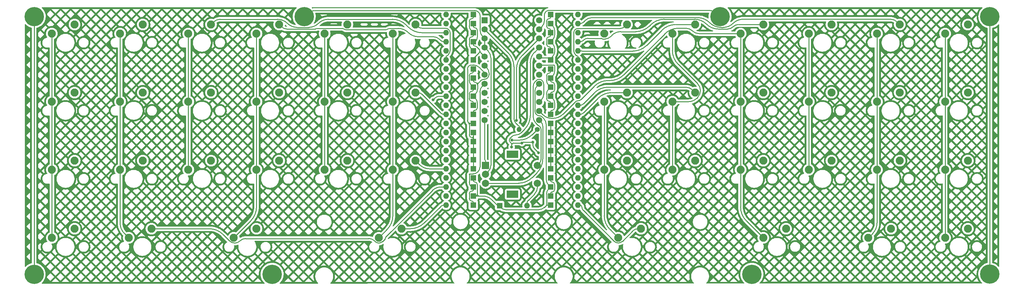
<source format=gbr>
%TF.GenerationSoftware,KiCad,Pcbnew,(6.0.7)*%
%TF.CreationDate,2022-10-09T17:02:24+02:00*%
%TF.ProjectId,skoosk,736b6f6f-736b-42e6-9b69-6361645f7063,rev?*%
%TF.SameCoordinates,Original*%
%TF.FileFunction,Copper,L2,Bot*%
%TF.FilePolarity,Positive*%
%FSLAX46Y46*%
G04 Gerber Fmt 4.6, Leading zero omitted, Abs format (unit mm)*
G04 Created by KiCad (PCBNEW (6.0.7)) date 2022-10-09 17:02:24*
%MOMM*%
%LPD*%
G01*
G04 APERTURE LIST*
%TA.AperFunction,ComponentPad*%
%ADD10R,1.600000X1.600000*%
%TD*%
%TA.AperFunction,ComponentPad*%
%ADD11O,1.600000X1.600000*%
%TD*%
%TA.AperFunction,ComponentPad*%
%ADD12C,2.250000*%
%TD*%
%TA.AperFunction,ComponentPad*%
%ADD13R,1.752600X1.752600*%
%TD*%
%TA.AperFunction,ComponentPad*%
%ADD14C,1.752600*%
%TD*%
%TA.AperFunction,ComponentPad*%
%ADD15R,2.000000X2.000000*%
%TD*%
%TA.AperFunction,ComponentPad*%
%ADD16C,2.000000*%
%TD*%
%TA.AperFunction,ComponentPad*%
%ADD17R,3.200000X2.000000*%
%TD*%
%TA.AperFunction,ComponentPad*%
%ADD18C,5.400000*%
%TD*%
%TA.AperFunction,ComponentPad*%
%ADD19C,1.400000*%
%TD*%
%TA.AperFunction,ComponentPad*%
%ADD20O,1.400000X1.400000*%
%TD*%
%TA.AperFunction,ViaPad*%
%ADD21C,0.800000*%
%TD*%
%TA.AperFunction,Conductor*%
%ADD22C,0.250000*%
%TD*%
G04 APERTURE END LIST*
D10*
%TO.P,D28,1,K*%
%TO.N,ROW4*%
X128270000Y-51689000D03*
D11*
%TO.P,D28,2,A*%
%TO.N,Net-(D28-Pad2)*%
X120650000Y-51689000D03*
%TD*%
D12*
%TO.P,MX30,1,COL*%
%TO.N,COL2*%
X105791000Y-57023000D03*
%TO.P,MX30,2,ROW*%
%TO.N,Net-(D30-Pad2)*%
X112141000Y-54483000D03*
%TD*%
D13*
%TO.P,U1,1,TX0/PD3*%
%TO.N,unconnected-(U1-Pad1)*%
X131445000Y-15194700D03*
D14*
%TO.P,U1,2,RX1/PD2*%
%TO.N,rgb pin*%
X131445000Y-17734700D03*
%TO.P,U1,3,GND*%
%TO.N,GND*%
X131445000Y-20274700D03*
%TO.P,U1,4,GND*%
X131445000Y-22814700D03*
%TO.P,U1,5,2/PD1*%
%TO.N,ROW1*%
X131445000Y-25354700D03*
%TO.P,U1,6,3/PD0*%
%TO.N,ROW3*%
X131445000Y-27894700D03*
%TO.P,U1,7,4/PD4*%
%TO.N,ROW4*%
X131445000Y-30434700D03*
%TO.P,U1,8,5/PC6*%
%TO.N,ROW7*%
X131445000Y-32974700D03*
%TO.P,U1,9,6/PD7*%
%TO.N,COL1*%
X131445000Y-35514700D03*
%TO.P,U1,10,7/PE6*%
%TO.N,COL3*%
X131445000Y-38054700D03*
%TO.P,U1,11,8/PB4*%
%TO.N,COL5*%
X131445000Y-40594700D03*
%TO.P,U1,12,9/PB5*%
%TO.N,rotary_a*%
X131445000Y-43134700D03*
%TO.P,U1,13,10/PB6*%
%TO.N,rotary_b*%
X146685000Y-43134700D03*
%TO.P,U1,14,16/PB2*%
%TO.N,COL4*%
X146685000Y-40594700D03*
%TO.P,U1,15,14/PB3*%
%TO.N,COL2*%
X146685000Y-38054700D03*
%TO.P,U1,16,15/PB1*%
%TO.N,COL0*%
X146685000Y-35514700D03*
%TO.P,U1,17,A0/PF7*%
%TO.N,ROW6*%
X146685000Y-32974700D03*
%TO.P,U1,18,A1/PF6*%
%TO.N,ROW4*%
X146685000Y-30434700D03*
%TO.P,U1,19,A2/PF5*%
%TO.N,ROW2*%
X146685000Y-27894700D03*
%TO.P,U1,20,A3/PF4*%
%TO.N,ROW0*%
X146685000Y-25354700D03*
%TO.P,U1,21,VCC*%
%TO.N,VCC*%
X146685000Y-22814700D03*
%TO.P,U1,22,RST*%
%TO.N,Net-(SW1-Pad2)*%
X146685000Y-20274700D03*
%TO.P,U1,23,GND*%
%TO.N,GND*%
X146685000Y-17734700D03*
%TO.P,U1,24,RAW*%
%TO.N,unconnected-(U1-Pad24)*%
X146685000Y-15194700D03*
%TD*%
D12*
%TO.P,MX16,1,COL*%
%TO.N,COL1*%
X67691000Y-37973000D03*
%TO.P,MX16,2,ROW*%
%TO.N,Net-(D16-Pad2)*%
X74041000Y-35433000D03*
%TD*%
D10*
%TO.P,D3,1,K*%
%TO.N,ROW0*%
X128270000Y-18669000D03*
D11*
%TO.P,D3,2,A*%
%TO.N,Net-(D3-Pad2)*%
X120650000Y-18669000D03*
%TD*%
D12*
%TO.P,MX14,1,COL*%
%TO.N,COL0*%
X29591000Y-37973000D03*
%TO.P,MX14,2,ROW*%
%TO.N,Net-(D14-Pad2)*%
X35941000Y-35433000D03*
%TD*%
%TO.P,MX44,1,COL*%
%TO.N,COL5*%
X260096000Y-76073000D03*
%TO.P,MX44,2,ROW*%
%TO.N,Net-(D44-Pad2)*%
X266446000Y-73533000D03*
%TD*%
%TO.P,MX28,1,COL*%
%TO.N,COL1*%
X67691000Y-57023000D03*
%TO.P,MX28,2,ROW*%
%TO.N,Net-(D28-Pad2)*%
X74041000Y-54483000D03*
%TD*%
D10*
%TO.P,D14,1,K*%
%TO.N,ROW3*%
X128270000Y-31369000D03*
D11*
%TO.P,D14,2,A*%
%TO.N,Net-(D14-Pad2)*%
X120650000Y-31369000D03*
%TD*%
D10*
%TO.P,D43,1,K*%
%TO.N,ROW6*%
X149860000Y-61849000D03*
D11*
%TO.P,D43,2,A*%
%TO.N,Net-(D43-Pad2)*%
X157480000Y-61849000D03*
%TD*%
D12*
%TO.P,MX41,1,COL*%
%TO.N,COL3*%
X168783000Y-76073000D03*
%TO.P,MX41,2,ROW*%
%TO.N,Net-(D41-Pad2)*%
X175133000Y-73533000D03*
%TD*%
D10*
%TO.P,D2,1,K*%
%TO.N,ROW1*%
X128270000Y-16129000D03*
D11*
%TO.P,D2,2,A*%
%TO.N,Net-(D2-Pad2)*%
X120650000Y-16129000D03*
%TD*%
D10*
%TO.P,D23,1,K*%
%TO.N,ROW2*%
X149860000Y-31369000D03*
D11*
%TO.P,D23,2,A*%
%TO.N,Net-(D23-Pad2)*%
X157480000Y-31369000D03*
%TD*%
D12*
%TO.P,MX35,1,COL*%
%TO.N,COL5*%
X241046000Y-57023000D03*
%TO.P,MX35,2,ROW*%
%TO.N,Net-(D35-Pad2)*%
X247396000Y-54483000D03*
%TD*%
%TO.P,MX24,1,COL*%
%TO.N,COL5*%
X260096000Y-37973000D03*
%TO.P,MX24,2,ROW*%
%TO.N,Net-(D24-Pad2)*%
X266446000Y-35433000D03*
%TD*%
%TO.P,MX43,1,COL*%
%TO.N,COL5*%
X238633000Y-76073000D03*
%TO.P,MX43,2,ROW*%
%TO.N,Net-(D43-Pad2)*%
X244983000Y-73533000D03*
%TD*%
D15*
%TO.P,SW2,A,A*%
%TO.N,rotary_a*%
X131692000Y-55793000D03*
D16*
%TO.P,SW2,B,B*%
%TO.N,rotary_b*%
X131692000Y-60793000D03*
%TO.P,SW2,C,C*%
%TO.N,GND*%
X131692000Y-58293000D03*
D17*
%TO.P,SW2,MP*%
%TO.N,N/C*%
X139192000Y-52693000D03*
X139192000Y-63893000D03*
D16*
%TO.P,SW2,S1,S1*%
%TO.N,Net-(D51-Pad2)*%
X146192000Y-60793000D03*
%TO.P,SW2,S2,S2*%
%TO.N,COL2*%
X146192000Y-55793000D03*
%TD*%
D18*
%TO.P,H1,1,1*%
%TO.N,GND*%
X5588000Y-14147800D03*
%TD*%
D10*
%TO.P,D6,1,K*%
%TO.N,ROW1*%
X128270000Y-26289000D03*
D11*
%TO.P,D6,2,A*%
%TO.N,Net-(D6-Pad2)*%
X120650000Y-26289000D03*
%TD*%
D12*
%TO.P,MX26,1,COL*%
%TO.N,COL0*%
X29591000Y-57023000D03*
%TO.P,MX26,2,ROW*%
%TO.N,Net-(D26-Pad2)*%
X35941000Y-54483000D03*
%TD*%
D18*
%TO.P,H2,1,1*%
%TO.N,GND*%
X81026000Y-14147800D03*
%TD*%
D10*
%TO.P,D34,1,K*%
%TO.N,ROW4*%
X149860000Y-49149000D03*
D11*
%TO.P,D34,2,A*%
%TO.N,Net-(D34-Pad2)*%
X157480000Y-49149000D03*
%TD*%
D12*
%TO.P,MX7,1,COL*%
%TO.N,COL3*%
X164846000Y-18923000D03*
%TO.P,MX7,2,ROW*%
%TO.N,Net-(D7-Pad2)*%
X171196000Y-16383000D03*
%TD*%
%TO.P,MX5,1,COL*%
%TO.N,COL2*%
X86741000Y-18923000D03*
%TO.P,MX5,2,ROW*%
%TO.N,Net-(D5-Pad2)*%
X93091000Y-16383000D03*
%TD*%
D10*
%TO.P,D5,1,K*%
%TO.N,ROW0*%
X128270000Y-23749000D03*
D11*
%TO.P,D5,2,A*%
%TO.N,Net-(D5-Pad2)*%
X120650000Y-23749000D03*
%TD*%
D12*
%TO.P,MX15,1,COL*%
%TO.N,COL1*%
X48641000Y-37973000D03*
%TO.P,MX15,2,ROW*%
%TO.N,Net-(D15-Pad2)*%
X54991000Y-35433000D03*
%TD*%
D10*
%TO.P,D40,1,K*%
%TO.N,ROW7*%
X128270000Y-66929000D03*
D11*
%TO.P,D40,2,A*%
%TO.N,Net-(D40-Pad2)*%
X120650000Y-66929000D03*
%TD*%
D10*
%TO.P,D4,1,K*%
%TO.N,ROW1*%
X128270000Y-21209000D03*
D11*
%TO.P,D4,2,A*%
%TO.N,Net-(D4-Pad2)*%
X120650000Y-21209000D03*
%TD*%
D10*
%TO.P,D24,1,K*%
%TO.N,ROW3*%
X149860000Y-28829000D03*
D11*
%TO.P,D24,2,A*%
%TO.N,Net-(D24-Pad2)*%
X157480000Y-28829000D03*
%TD*%
D12*
%TO.P,MX18,1,COL*%
%TO.N,COL2*%
X105791000Y-37973000D03*
%TO.P,MX18,2,ROW*%
%TO.N,Net-(D18-Pad2)*%
X112141000Y-35433000D03*
%TD*%
D18*
%TO.P,H7,1,1*%
%TO.N,GND*%
X206095600Y-86283800D03*
%TD*%
D12*
%TO.P,MX21,1,COL*%
%TO.N,COL4*%
X202946000Y-37973000D03*
%TO.P,MX21,2,ROW*%
%TO.N,Net-(D21-Pad2)*%
X209296000Y-35433000D03*
%TD*%
D10*
%TO.P,D39,1,K*%
%TO.N,ROW6*%
X128270000Y-64389000D03*
D11*
%TO.P,D39,2,A*%
%TO.N,Net-(D39-Pad2)*%
X120650000Y-64389000D03*
%TD*%
D12*
%TO.P,MX11,1,COL*%
%TO.N,COL5*%
X241046000Y-18923000D03*
%TO.P,MX11,2,ROW*%
%TO.N,Net-(D11-Pad2)*%
X247396000Y-16383000D03*
%TD*%
D10*
%TO.P,D27,1,K*%
%TO.N,ROW4*%
X128270000Y-49149000D03*
D11*
%TO.P,D27,2,A*%
%TO.N,Net-(D27-Pad2)*%
X120650000Y-49149000D03*
%TD*%
D10*
%TO.P,D30,1,K*%
%TO.N,ROW4*%
X128270000Y-56769000D03*
D11*
%TO.P,D30,2,A*%
%TO.N,Net-(D30-Pad2)*%
X120650000Y-56769000D03*
%TD*%
D10*
%TO.P,D22,1,K*%
%TO.N,ROW3*%
X149860000Y-33909000D03*
D11*
%TO.P,D22,2,A*%
%TO.N,Net-(D22-Pad2)*%
X157480000Y-33909000D03*
%TD*%
D10*
%TO.P,D18,1,K*%
%TO.N,ROW3*%
X128270000Y-41529000D03*
D11*
%TO.P,D18,2,A*%
%TO.N,Net-(D18-Pad2)*%
X120650000Y-41529000D03*
%TD*%
D12*
%TO.P,MX40,1,COL*%
%TO.N,COL2*%
X101854000Y-76073000D03*
%TO.P,MX40,2,ROW*%
%TO.N,Net-(D40-Pad2)*%
X108204000Y-73533000D03*
%TD*%
D10*
%TO.P,D21,1,K*%
%TO.N,ROW2*%
X149860000Y-36449000D03*
D11*
%TO.P,D21,2,A*%
%TO.N,Net-(D21-Pad2)*%
X157480000Y-36449000D03*
%TD*%
D10*
%TO.P,D36,1,K*%
%TO.N,ROW4*%
X149860000Y-44069000D03*
D11*
%TO.P,D36,2,A*%
%TO.N,Net-(D36-Pad2)*%
X157480000Y-44069000D03*
%TD*%
D12*
%TO.P,MX10,1,COL*%
%TO.N,COL4*%
X221996000Y-18923000D03*
%TO.P,MX10,2,ROW*%
%TO.N,Net-(D10-Pad2)*%
X228346000Y-16383000D03*
%TD*%
D10*
%TO.P,D31,1,K*%
%TO.N,ROW4*%
X149860000Y-56769000D03*
D11*
%TO.P,D31,2,A*%
%TO.N,Net-(D31-Pad2)*%
X157480000Y-56769000D03*
%TD*%
D10*
%TO.P,D32,1,K*%
%TO.N,ROW4*%
X149860000Y-54229000D03*
D11*
%TO.P,D32,2,A*%
%TO.N,Net-(D32-Pad2)*%
X157480000Y-54229000D03*
%TD*%
D12*
%TO.P,MX4,1,COL*%
%TO.N,COL1*%
X67691000Y-18923000D03*
%TO.P,MX4,2,ROW*%
%TO.N,Net-(D4-Pad2)*%
X74041000Y-16383000D03*
%TD*%
D18*
%TO.P,H3,1,1*%
%TO.N,GND*%
X197205600Y-14147800D03*
%TD*%
D12*
%TO.P,MX32,1,COL*%
%TO.N,COL3*%
X183896000Y-57023000D03*
%TO.P,MX32,2,ROW*%
%TO.N,Net-(D32-Pad2)*%
X190246000Y-54483000D03*
%TD*%
%TO.P,MX22,1,COL*%
%TO.N,COL4*%
X221996000Y-37973000D03*
%TO.P,MX22,2,ROW*%
%TO.N,Net-(D22-Pad2)*%
X228346000Y-35433000D03*
%TD*%
D19*
%TO.P,Rrgb1,1*%
%TO.N,Net-(Drgb1-Pad3)*%
X146177000Y-45720000D03*
D20*
%TO.P,Rrgb1,2*%
%TO.N,rgb pin*%
X141097000Y-45720000D03*
%TD*%
D10*
%TO.P,D35,1,K*%
%TO.N,ROW4*%
X149860000Y-46609000D03*
D11*
%TO.P,D35,2,A*%
%TO.N,Net-(D35-Pad2)*%
X157480000Y-46609000D03*
%TD*%
D10*
%TO.P,D12,1,K*%
%TO.N,ROW1*%
X149860000Y-13589000D03*
D11*
%TO.P,D12,2,A*%
%TO.N,Net-(D12-Pad2)*%
X157480000Y-13589000D03*
%TD*%
D18*
%TO.P,H8,1,1*%
%TO.N,GND*%
X272567400Y-86258400D03*
%TD*%
D12*
%TO.P,MX27,1,COL*%
%TO.N,COL1*%
X48641000Y-57023000D03*
%TO.P,MX27,2,ROW*%
%TO.N,Net-(D27-Pad2)*%
X54991000Y-54483000D03*
%TD*%
%TO.P,MX36,1,COL*%
%TO.N,COL5*%
X260096000Y-56997600D03*
%TO.P,MX36,2,ROW*%
%TO.N,Net-(D36-Pad2)*%
X266446000Y-54457600D03*
%TD*%
D10*
%TO.P,D9,1,K*%
%TO.N,ROW0*%
X149860000Y-21209000D03*
D11*
%TO.P,D9,2,A*%
%TO.N,Net-(D9-Pad2)*%
X157480000Y-21209000D03*
%TD*%
D12*
%TO.P,MX20,1,COL*%
%TO.N,COL3*%
X183896000Y-37973000D03*
%TO.P,MX20,2,ROW*%
%TO.N,Net-(D20-Pad2)*%
X190246000Y-35433000D03*
%TD*%
D10*
%TO.P,D15,1,K*%
%TO.N,ROW2*%
X128270000Y-33909000D03*
D11*
%TO.P,D15,2,A*%
%TO.N,Net-(D15-Pad2)*%
X120650000Y-33909000D03*
%TD*%
D10*
%TO.P,D51,1,K*%
%TO.N,ROW6*%
X135636000Y-67056000D03*
D11*
%TO.P,D51,2,A*%
%TO.N,Net-(D51-Pad2)*%
X143256000Y-67056000D03*
%TD*%
D10*
%TO.P,D7,1,K*%
%TO.N,ROW0*%
X149860000Y-26289000D03*
D11*
%TO.P,D7,2,A*%
%TO.N,Net-(D7-Pad2)*%
X157480000Y-26289000D03*
%TD*%
D12*
%TO.P,MX25,1,COL*%
%TO.N,COL0*%
X10541000Y-57023000D03*
%TO.P,MX25,2,ROW*%
%TO.N,Net-(D25-Pad2)*%
X16891000Y-54483000D03*
%TD*%
D10*
%TO.P,D33,1,K*%
%TO.N,ROW4*%
X149860000Y-51689000D03*
D11*
%TO.P,D33,2,A*%
%TO.N,Net-(D33-Pad2)*%
X157480000Y-51689000D03*
%TD*%
D10*
%TO.P,D17,1,K*%
%TO.N,ROW2*%
X128270000Y-38989000D03*
D11*
%TO.P,D17,2,A*%
%TO.N,Net-(D17-Pad2)*%
X120650000Y-38989000D03*
%TD*%
D10*
%TO.P,D16,1,K*%
%TO.N,ROW3*%
X128270000Y-36449000D03*
D11*
%TO.P,D16,2,A*%
%TO.N,Net-(D16-Pad2)*%
X120650000Y-36449000D03*
%TD*%
D12*
%TO.P,MX42,1,COL*%
%TO.N,COL4*%
X209296000Y-76073000D03*
%TO.P,MX42,2,ROW*%
%TO.N,Net-(D42-Pad2)*%
X215646000Y-73533000D03*
%TD*%
%TO.P,MX33,1,COL*%
%TO.N,COL4*%
X202946000Y-57023000D03*
%TO.P,MX33,2,ROW*%
%TO.N,Net-(D33-Pad2)*%
X209296000Y-54483000D03*
%TD*%
%TO.P,MX38,1,COL*%
%TO.N,COL0*%
X32004000Y-76073000D03*
%TO.P,MX38,2,ROW*%
%TO.N,Net-(D38-Pad2)*%
X38354000Y-73533000D03*
%TD*%
%TO.P,MX13,1,COL*%
%TO.N,COL0*%
X10515600Y-37973000D03*
%TO.P,MX13,2,ROW*%
%TO.N,Net-(D13-Pad2)*%
X16865600Y-35433000D03*
%TD*%
D10*
%TO.P,D42,1,K*%
%TO.N,ROW7*%
X149860000Y-64389000D03*
D11*
%TO.P,D42,2,A*%
%TO.N,Net-(D42-Pad2)*%
X157480000Y-64389000D03*
%TD*%
D12*
%TO.P,MX6,1,COL*%
%TO.N,COL2*%
X105791000Y-18923000D03*
%TO.P,MX6,2,ROW*%
%TO.N,Net-(D6-Pad2)*%
X112141000Y-16383000D03*
%TD*%
%TO.P,MX3,1,COL*%
%TO.N,COL1*%
X48641000Y-18923000D03*
%TO.P,MX3,2,ROW*%
%TO.N,Net-(D3-Pad2)*%
X54991000Y-16383000D03*
%TD*%
D18*
%TO.P,H6,1,1*%
%TO.N,GND*%
X72059800Y-86283800D03*
%TD*%
D12*
%TO.P,MX2,1,COL*%
%TO.N,COL0*%
X29591000Y-18923000D03*
%TO.P,MX2,2,ROW*%
%TO.N,Net-(D2-Pad2)*%
X35941000Y-16383000D03*
%TD*%
%TO.P,MX17,1,COL*%
%TO.N,COL2*%
X86741000Y-37973000D03*
%TO.P,MX17,2,ROW*%
%TO.N,Net-(D17-Pad2)*%
X93091000Y-35433000D03*
%TD*%
D10*
%TO.P,D11,1,K*%
%TO.N,ROW0*%
X149860000Y-16129000D03*
D11*
%TO.P,D11,2,A*%
%TO.N,Net-(D11-Pad2)*%
X157480000Y-16129000D03*
%TD*%
D12*
%TO.P,MX1,1,COL*%
%TO.N,COL0*%
X10515600Y-18923000D03*
%TO.P,MX1,2,ROW*%
%TO.N,Net-(D1-Pad2)*%
X16865600Y-16383000D03*
%TD*%
D10*
%TO.P,D25,1,K*%
%TO.N,ROW4*%
X128270000Y-44069000D03*
D11*
%TO.P,D25,2,A*%
%TO.N,Net-(D25-Pad2)*%
X120650000Y-44069000D03*
%TD*%
D12*
%TO.P,MX37,1,COL*%
%TO.N,COL0*%
X10541000Y-76073000D03*
%TO.P,MX37,2,ROW*%
%TO.N,Net-(D37-Pad2)*%
X16891000Y-73533000D03*
%TD*%
%TO.P,MX39,1,COL*%
%TO.N,COL1*%
X61341000Y-76073000D03*
%TO.P,MX39,2,ROW*%
%TO.N,Net-(D39-Pad2)*%
X67691000Y-73533000D03*
%TD*%
D10*
%TO.P,D19,1,K*%
%TO.N,ROW2*%
X149860000Y-41529000D03*
D11*
%TO.P,D19,2,A*%
%TO.N,Net-(D19-Pad2)*%
X157480000Y-41529000D03*
%TD*%
D10*
%TO.P,D8,1,K*%
%TO.N,ROW1*%
X149860000Y-23749000D03*
D11*
%TO.P,D8,2,A*%
%TO.N,Net-(D8-Pad2)*%
X157480000Y-23749000D03*
%TD*%
D18*
%TO.P,H4,1,1*%
%TO.N,GND*%
X272592800Y-14173200D03*
%TD*%
D12*
%TO.P,MX23,1,COL*%
%TO.N,COL5*%
X241046000Y-37973000D03*
%TO.P,MX23,2,ROW*%
%TO.N,Net-(D23-Pad2)*%
X247396000Y-35433000D03*
%TD*%
D10*
%TO.P,D44,1,K*%
%TO.N,ROW7*%
X149860000Y-59309000D03*
D11*
%TO.P,D44,2,A*%
%TO.N,Net-(D44-Pad2)*%
X157480000Y-59309000D03*
%TD*%
D12*
%TO.P,MX9,1,COL*%
%TO.N,COL4*%
X202946000Y-18923000D03*
%TO.P,MX9,2,ROW*%
%TO.N,Net-(D9-Pad2)*%
X209296000Y-16383000D03*
%TD*%
D10*
%TO.P,D20,1,K*%
%TO.N,ROW3*%
X149860000Y-38989000D03*
D11*
%TO.P,D20,2,A*%
%TO.N,Net-(D20-Pad2)*%
X157480000Y-38989000D03*
%TD*%
D12*
%TO.P,MX34,1,COL*%
%TO.N,COL4*%
X221996000Y-57023000D03*
%TO.P,MX34,2,ROW*%
%TO.N,Net-(D34-Pad2)*%
X228346000Y-54483000D03*
%TD*%
D10*
%TO.P,D26,1,K*%
%TO.N,ROW4*%
X128270000Y-46609000D03*
D11*
%TO.P,D26,2,A*%
%TO.N,Net-(D26-Pad2)*%
X120650000Y-46609000D03*
%TD*%
D10*
%TO.P,D1,1,K*%
%TO.N,ROW0*%
X128270000Y-13589000D03*
D11*
%TO.P,D1,2,A*%
%TO.N,Net-(D1-Pad2)*%
X120650000Y-13589000D03*
%TD*%
D10*
%TO.P,D13,1,K*%
%TO.N,ROW2*%
X128270000Y-28829000D03*
D11*
%TO.P,D13,2,A*%
%TO.N,Net-(D13-Pad2)*%
X120650000Y-28829000D03*
%TD*%
D12*
%TO.P,MX19,1,COL*%
%TO.N,COL3*%
X164846000Y-37973000D03*
%TO.P,MX19,2,ROW*%
%TO.N,Net-(D19-Pad2)*%
X171196000Y-35433000D03*
%TD*%
D10*
%TO.P,D29,1,K*%
%TO.N,ROW4*%
X128270000Y-54229000D03*
D11*
%TO.P,D29,2,A*%
%TO.N,Net-(D29-Pad2)*%
X120650000Y-54229000D03*
%TD*%
D12*
%TO.P,MX12,1,COL*%
%TO.N,COL5*%
X260096000Y-18923000D03*
%TO.P,MX12,2,ROW*%
%TO.N,Net-(D12-Pad2)*%
X266446000Y-16383000D03*
%TD*%
D10*
%TO.P,D10,1,K*%
%TO.N,ROW1*%
X149860000Y-18669000D03*
D11*
%TO.P,D10,2,A*%
%TO.N,Net-(D10-Pad2)*%
X157480000Y-18669000D03*
%TD*%
D10*
%TO.P,D41,1,K*%
%TO.N,ROW6*%
X149860000Y-66929000D03*
D11*
%TO.P,D41,2,A*%
%TO.N,Net-(D41-Pad2)*%
X157480000Y-66929000D03*
%TD*%
D12*
%TO.P,MX31,1,COL*%
%TO.N,COL3*%
X164846000Y-57023000D03*
%TO.P,MX31,2,ROW*%
%TO.N,Net-(D31-Pad2)*%
X171196000Y-54483000D03*
%TD*%
D10*
%TO.P,D37,1,K*%
%TO.N,ROW6*%
X128270000Y-59309000D03*
D11*
%TO.P,D37,2,A*%
%TO.N,Net-(D37-Pad2)*%
X120650000Y-59309000D03*
%TD*%
D12*
%TO.P,MX29,1,COL*%
%TO.N,COL2*%
X86741000Y-57023000D03*
%TO.P,MX29,2,ROW*%
%TO.N,Net-(D29-Pad2)*%
X93091000Y-54483000D03*
%TD*%
%TO.P,MX8,1,COL*%
%TO.N,COL3*%
X183896000Y-18923000D03*
%TO.P,MX8,2,ROW*%
%TO.N,Net-(D8-Pad2)*%
X190246000Y-16383000D03*
%TD*%
D18*
%TO.P,H5,1,1*%
%TO.N,GND*%
X5562600Y-86309200D03*
%TD*%
D10*
%TO.P,D38,1,K*%
%TO.N,ROW7*%
X128270000Y-61849000D03*
D11*
%TO.P,D38,2,A*%
%TO.N,Net-(D38-Pad2)*%
X120650000Y-61849000D03*
%TD*%
D21*
%TO.N,Net-(D16-Pad2)*%
X117050700Y-37470300D03*
%TO.N,Net-(Drgb1-Pad3)*%
X139047400Y-48736400D03*
%TO.N,Net-(SW1-Pad2)*%
X140336200Y-43185600D03*
%TO.N,VCC*%
X138970300Y-50642300D03*
X146476700Y-52280300D03*
X141859000Y-49544600D03*
X144895800Y-49273600D03*
%TD*%
D22*
%TO.N,COL0*%
X29591000Y-37973000D02*
X29591000Y-57023000D01*
X29591000Y-57023000D02*
X29591000Y-71953751D01*
X10541000Y-57040960D02*
X10541000Y-76073000D01*
X10515600Y-37973000D02*
X10515600Y-18923000D01*
X10515600Y-37973000D02*
X10515600Y-56979639D01*
X29591000Y-37973000D02*
X29591000Y-18923000D01*
X30797500Y-74866500D02*
X32004000Y-76073000D01*
X30797500Y-74866500D02*
G75*
G02*
X29591000Y-71953751I2912750J2912750D01*
G01*
X10528312Y-57010288D02*
G75*
G02*
X10515600Y-56979639I30688J30688D01*
G01*
X10541016Y-57040960D02*
G75*
G03*
X10528300Y-57010300I-43416J-40D01*
G01*
%TO.N,ROW0*%
X149860000Y-25794700D02*
X149860000Y-26289000D01*
X146870850Y-25540550D02*
X146685000Y-25354700D01*
X147319531Y-25726400D02*
X149791700Y-25726400D01*
X128270000Y-19442500D02*
X128270000Y-19231550D01*
X150422600Y-16691600D02*
X149860000Y-16129000D01*
X127707450Y-23186450D02*
X128270000Y-23749000D01*
X127918400Y-19794100D02*
X127865128Y-19794100D01*
X128270000Y-14362500D02*
X128270000Y-13589000D01*
X150985200Y-18049836D02*
X150985200Y-19288163D01*
X127918400Y-14714100D02*
X127865199Y-14714100D01*
X127872217Y-18271217D02*
X127707400Y-18106400D01*
X150985200Y-24038754D02*
X150985200Y-23129836D01*
X127144800Y-15434499D02*
X127144800Y-16748163D01*
X149791700Y-25726400D02*
X149928300Y-25726400D01*
X127144900Y-21828334D02*
X127144900Y-20514328D01*
X150490899Y-25232099D02*
X150044895Y-25678104D01*
X149860000Y-25794700D02*
G75*
G02*
X149928300Y-25726400I68300J0D01*
G01*
X149791700Y-25726400D02*
G75*
G02*
X149860000Y-25794700I0J-68300D01*
G01*
X127144912Y-20514328D02*
G75*
G02*
X127355850Y-20005050I720188J28D01*
G01*
X127355800Y-14925100D02*
G75*
G02*
X127865199Y-14714100I509400J-509400D01*
G01*
X127355842Y-20005042D02*
G75*
G02*
X127865128Y-19794100I509258J-509258D01*
G01*
X127918400Y-19794100D02*
G75*
G03*
X128270000Y-19442500I0J351600D01*
G01*
X150422611Y-20646411D02*
G75*
G03*
X150985200Y-19288163I-1358211J1358211D01*
G01*
X127144800Y-15434499D02*
G75*
G02*
X127355800Y-14925100I720400J-1D01*
G01*
X127707460Y-23186440D02*
G75*
G02*
X127144900Y-21828334I1358140J1358140D01*
G01*
X150422600Y-21771600D02*
G75*
G02*
X150422600Y-20646400I562600J562600D01*
G01*
X128270039Y-19231550D02*
G75*
G03*
X127872216Y-18271218I-1358139J-50D01*
G01*
X127707389Y-18106411D02*
G75*
G02*
X127144800Y-16748163I1358211J1358211D01*
G01*
X150985184Y-18049836D02*
G75*
G03*
X150422599Y-16691601I-1920784J36D01*
G01*
X127918400Y-14714100D02*
G75*
G03*
X128270000Y-14362500I0J351600D01*
G01*
X150490913Y-25232113D02*
G75*
G03*
X150985200Y-24038754I-1193313J1193313D01*
G01*
X150985184Y-23129836D02*
G75*
G03*
X150422599Y-21771601I-1920784J36D01*
G01*
X147319531Y-25726386D02*
G75*
G02*
X146870851Y-25540549I-31J634486D01*
G01*
X149928300Y-25726396D02*
G75*
G03*
X150044895Y-25678104I0J164896D01*
G01*
%TO.N,COL1*%
X48641000Y-37973000D02*
X48641000Y-57023000D01*
X67691000Y-67469036D02*
X67691000Y-57023000D01*
X67691000Y-57023000D02*
X67691000Y-37973000D01*
X48641000Y-37973000D02*
X48641000Y-18923000D01*
X67691000Y-37973000D02*
X67691000Y-18923000D01*
X66097207Y-71316792D02*
X61341000Y-76073000D01*
X66097200Y-71316785D02*
G75*
G03*
X67691000Y-67469036I-3847800J3847785D01*
G01*
%TO.N,ROW1*%
X128270000Y-25796800D02*
X128270000Y-26289000D01*
X149860000Y-14362500D02*
X149860000Y-13589000D01*
X149860000Y-19442500D02*
X149860000Y-19231550D01*
X129174715Y-22570415D02*
X129932108Y-23327808D01*
X128604200Y-22334100D02*
X128551300Y-22334100D01*
X149455128Y-19794100D02*
X149508400Y-19794100D01*
X128621600Y-17254100D02*
X128674871Y-17254100D01*
X128270000Y-21490250D02*
X128270000Y-21209000D01*
X149860000Y-22975500D02*
X149860000Y-23749000D01*
X148734900Y-20514328D02*
X148734900Y-21903671D01*
X148734900Y-15434328D02*
X148734900Y-16823671D01*
X128270000Y-22052750D02*
X128270000Y-21490250D01*
X128832549Y-21208949D02*
X128468873Y-21572626D01*
X149508400Y-17543900D02*
X149455128Y-17543900D01*
X130295484Y-24205097D02*
X131445000Y-25354700D01*
X149455128Y-22623900D02*
X149508400Y-22623900D01*
X149860000Y-18106450D02*
X149860000Y-19231550D01*
X128270000Y-16902500D02*
X128270000Y-16129000D01*
X129932108Y-24205091D02*
X128460580Y-25676619D01*
X149860000Y-18106450D02*
X149860000Y-17895500D01*
X129395100Y-17974328D02*
X129395100Y-19850834D01*
X149455128Y-14714100D02*
X149508400Y-14714100D01*
X128270000Y-22052750D02*
X128270000Y-22052800D01*
X148945842Y-17332958D02*
G75*
G02*
X148734900Y-16823671I509258J509258D01*
G01*
X149508400Y-14714100D02*
G75*
G03*
X149860000Y-14362500I0J351600D01*
G01*
X128468851Y-21572604D02*
G75*
G02*
X128270000Y-21490250I-82351J82404D01*
G01*
X149508400Y-17543900D02*
G75*
G02*
X149860000Y-17895500I0J-351600D01*
G01*
X148945842Y-14925042D02*
G75*
G02*
X149455128Y-14714100I509258J-509258D01*
G01*
X130113844Y-23766450D02*
G75*
G03*
X129932107Y-23327809I-620344J-50D01*
G01*
X148734912Y-20514328D02*
G75*
G02*
X148945850Y-20005050I720188J28D01*
G01*
X148734912Y-15434328D02*
G75*
G02*
X148945850Y-14925050I720188J28D01*
G01*
X149508400Y-22623900D02*
G75*
G02*
X149860000Y-22975500I0J-351600D01*
G01*
X130113844Y-23766450D02*
G75*
G02*
X129932108Y-24205091I-620344J50D01*
G01*
X128604200Y-22334092D02*
G75*
G02*
X129174714Y-22570416I0J-806808D01*
G01*
X129932115Y-24205098D02*
G75*
G02*
X130295484Y-24205097I181685J-181702D01*
G01*
X128832540Y-21208940D02*
G75*
G03*
X129395100Y-19850834I-1358140J1358140D01*
G01*
X148945842Y-22412958D02*
G75*
G02*
X148734900Y-21903671I509258J509258D01*
G01*
X128340400Y-25726387D02*
G75*
G03*
X128460579Y-25676618I0J169987D01*
G01*
X149455128Y-22623888D02*
G75*
G02*
X148945850Y-22412950I-28J720188D01*
G01*
X149455128Y-17543888D02*
G75*
G02*
X148945850Y-17332950I-28J720188D01*
G01*
X130295451Y-24205130D02*
G75*
G02*
X130113800Y-23766450I438749J438630D01*
G01*
X128270000Y-25796800D02*
G75*
G02*
X128340400Y-25726400I70400J0D01*
G01*
X148945842Y-20005042D02*
G75*
G02*
X149455128Y-19794100I509258J-509258D01*
G01*
X128270036Y-22052750D02*
G75*
G02*
X128468873Y-21572626I678964J50D01*
G01*
X128621600Y-17254100D02*
G75*
G02*
X128270000Y-16902500I0J351600D01*
G01*
X129395088Y-17974328D02*
G75*
G03*
X129184150Y-17465050I-720188J28D01*
G01*
X128674871Y-17254112D02*
G75*
G02*
X129184150Y-17465050I29J-720188D01*
G01*
X149508400Y-19794100D02*
G75*
G03*
X149860000Y-19442500I0J351600D01*
G01*
X128551300Y-22334100D02*
G75*
G02*
X128270000Y-22052800I0J281300D01*
G01*
%TO.N,COL2*%
X146404843Y-44617443D02*
X145723700Y-43936300D01*
X146697600Y-55287400D02*
X146192000Y-55793000D01*
X104197207Y-73729792D02*
X101854000Y-76073000D01*
X105791000Y-37973000D02*
X105791000Y-18923000D01*
X105791000Y-57023000D02*
X105791000Y-37973000D01*
X147302600Y-37437100D02*
X146685000Y-38054700D01*
X147203200Y-45742534D02*
X147203200Y-54066773D01*
X145859803Y-32042096D02*
X145598400Y-32303500D01*
X147488896Y-32042096D02*
X147535850Y-32089050D01*
X147920200Y-35946081D02*
X147920200Y-33016952D01*
X105791000Y-57023000D02*
X105791000Y-69882036D01*
X86741000Y-37973000D02*
X86741000Y-18923000D01*
X144999600Y-42188167D02*
X144999600Y-33749131D01*
X146886250Y-44977350D02*
X146612256Y-44703356D01*
X86741000Y-37973000D02*
X86741000Y-57023000D01*
X104197200Y-73729785D02*
G75*
G03*
X105791000Y-69882036I-3847800J3847785D01*
G01*
X145859787Y-32042080D02*
G75*
G02*
X146674350Y-31704700I814513J-814520D01*
G01*
X145723691Y-43936309D02*
G75*
G02*
X144999600Y-42188167I1748109J1748109D01*
G01*
X144999613Y-33749131D02*
G75*
G02*
X145598400Y-32303500I2044387J31D01*
G01*
X146508550Y-44660424D02*
G75*
G02*
X146404843Y-44617443I50J146724D01*
G01*
X146674350Y-31704724D02*
G75*
G02*
X147488895Y-32042097I50J-1151876D01*
G01*
X146508550Y-44660447D02*
G75*
G02*
X146612255Y-44703357I50J-146653D01*
G01*
X147920219Y-33016952D02*
G75*
G03*
X147535850Y-32089050I-1312319J-48D01*
G01*
X147302605Y-37437105D02*
G75*
G03*
X147920200Y-35946081I-1491005J1491005D01*
G01*
X146697608Y-55287408D02*
G75*
G03*
X147203200Y-54066773I-1220608J1220608D01*
G01*
X147203185Y-45742534D02*
G75*
G03*
X146886250Y-44977350I-1082085J34D01*
G01*
%TO.N,Net-(D3-Pad2)*%
X105666536Y-14916000D02*
X87746848Y-14916000D01*
X73596729Y-14917100D02*
X57493447Y-14917100D01*
X55723950Y-15650050D02*
X54991000Y-16383000D01*
X109514292Y-16509792D02*
X110079707Y-17075207D01*
X113927463Y-18669000D02*
X120650000Y-18669000D01*
X79059370Y-17179800D02*
X82281551Y-17179800D01*
X79059370Y-17179812D02*
G75*
G02*
X76328050Y-16048450I30J3862712D01*
G01*
X73596729Y-14917088D02*
G75*
G02*
X76328050Y-16048450I-29J-3862712D01*
G01*
X82281551Y-17179821D02*
G75*
G03*
X85014200Y-16047900I-51J3864621D01*
G01*
X105666536Y-14915990D02*
G75*
G02*
X109514291Y-16509793I-36J-5441610D01*
G01*
X55723936Y-15650036D02*
G75*
G02*
X57493447Y-14917100I1769464J-1769464D01*
G01*
X113927463Y-18669010D02*
G75*
G02*
X110079708Y-17075206I37J5441610D01*
G01*
X85014186Y-16047886D02*
G75*
G02*
X87746848Y-14916000I2732614J-2732614D01*
G01*
%TO.N,Net-(D4-Pad2)*%
X76169591Y-17629900D02*
X84174640Y-17629900D01*
X92625658Y-17845000D02*
X103892736Y-17845000D01*
X120087450Y-21209000D02*
X120650000Y-21209000D01*
X107291244Y-17461800D02*
X104817863Y-17461800D01*
X84582159Y-17461100D02*
X91698841Y-17461100D01*
X74664450Y-17006450D02*
X74041000Y-16383000D01*
X117109685Y-19794200D02*
X112922155Y-19794200D01*
X119127117Y-20811217D02*
X118817500Y-20501600D01*
X91698841Y-17461083D02*
G75*
G02*
X92162250Y-17653050I-41J-655417D01*
G01*
X104355311Y-17653411D02*
G75*
G02*
X104817863Y-17461800I462589J-462589D01*
G01*
X107291244Y-17461782D02*
G75*
G02*
X110106700Y-18628000I-44J-3981718D01*
G01*
X84174640Y-17629916D02*
G75*
G03*
X84378399Y-17545499I-40J288216D01*
G01*
X120087450Y-21209039D02*
G75*
G02*
X119127118Y-20811216I50J1358139D01*
G01*
X117109685Y-19794207D02*
G75*
G02*
X118817499Y-20501601I15J-2415193D01*
G01*
X84378433Y-17545533D02*
G75*
G02*
X84582159Y-17461100I203767J-203667D01*
G01*
X92625658Y-17845017D02*
G75*
G02*
X92162250Y-17653050I42J655417D01*
G01*
X76169591Y-17629903D02*
G75*
G02*
X74664450Y-17006450I9J2128603D01*
G01*
X103892736Y-17845015D02*
G75*
G03*
X104355300Y-17653400I-36J654215D01*
G01*
X112922155Y-19794218D02*
G75*
G02*
X110106700Y-18628000I45J3981718D01*
G01*
%TO.N,COL3*%
X164846000Y-69882036D02*
X164846000Y-57023000D01*
X190741849Y-36990849D02*
X190917756Y-36814943D01*
X183896000Y-37973000D02*
X183896000Y-57023000D01*
X183896000Y-23646336D02*
X183896000Y-18923000D01*
X166439792Y-73729792D02*
X168783000Y-76073000D01*
X190917756Y-32922056D02*
X185489792Y-27494092D01*
X164846000Y-57023000D02*
X164846000Y-37973000D01*
X183896000Y-37973000D02*
X188370730Y-37973000D01*
X185489800Y-27494084D02*
G75*
G02*
X183896000Y-23646336I3847800J3847784D01*
G01*
X166439800Y-73729784D02*
G75*
G02*
X164846000Y-69882036I3847800J3847784D01*
G01*
X188370730Y-37973011D02*
G75*
G03*
X190741849Y-36990849I-30J3353311D01*
G01*
X190917759Y-36814946D02*
G75*
G03*
X191724000Y-34868500I-1946459J1946446D01*
G01*
X191723995Y-34868500D02*
G75*
G03*
X190917755Y-32922057I-2752695J0D01*
G01*
%TO.N,Net-(D6-Pad2)*%
X120650000Y-25280450D02*
X120650000Y-26289000D01*
X121797300Y-23603262D02*
X121797300Y-18769123D01*
X113875420Y-17399000D02*
X120427176Y-17399000D01*
X112649000Y-16891000D02*
X112141000Y-16383000D01*
X121340199Y-24706799D02*
X120965513Y-25081486D01*
X120650000Y-25280450D02*
G75*
G02*
X120766550Y-25163900I116500J50D01*
G01*
X113875420Y-17398991D02*
G75*
G02*
X112649000Y-16891000I-20J1734391D01*
G01*
X120427176Y-17399010D02*
G75*
G02*
X121396000Y-17800300I24J-1370090D01*
G01*
X121340211Y-24706811D02*
G75*
G03*
X121797300Y-23603262I-1103511J1103511D01*
G01*
X121797290Y-18769123D02*
G75*
G03*
X121396000Y-17800300I-1370090J23D01*
G01*
X120766550Y-25163927D02*
G75*
G03*
X120965512Y-25081485I-50J281427D01*
G01*
%TO.N,COL4*%
X158335445Y-37393554D02*
X162079007Y-33649992D01*
X156764054Y-38044445D02*
X153359846Y-41448653D01*
X202946000Y-37973000D02*
X202946000Y-57023000D01*
X185605763Y-17409100D02*
X187661611Y-17409100D01*
X181758007Y-19002892D02*
X170298492Y-30462407D01*
X221996000Y-57023000D02*
X221996000Y-37973000D01*
X221996000Y-37973000D02*
X221996000Y-18923000D01*
X204539792Y-71316792D02*
X209296000Y-76073000D01*
X166450736Y-32056200D02*
X165926763Y-32056200D01*
X147714750Y-41624450D02*
X146685000Y-40594700D01*
X202946000Y-67469036D02*
X202946000Y-57023000D01*
X202946000Y-18923000D02*
X202946000Y-37973000D01*
X150449400Y-42654200D02*
X150200786Y-42654200D01*
X202946000Y-18923000D02*
X191316488Y-18923000D01*
X204539800Y-71316784D02*
G75*
G02*
X202946000Y-67469036I3847800J3847784D01*
G01*
X150449400Y-42654197D02*
G75*
G03*
X153359846Y-41448653I0J4115997D01*
G01*
X191316488Y-18923004D02*
G75*
G02*
X189489050Y-18166050I12J2584404D01*
G01*
X162079036Y-33650021D02*
G75*
G02*
X165926763Y-32056200I3847764J-3847679D01*
G01*
X181758036Y-19002921D02*
G75*
G02*
X185605763Y-17409100I3847764J-3847679D01*
G01*
X166450736Y-32056210D02*
G75*
G03*
X170298492Y-30462407I-36J5441610D01*
G01*
X150200786Y-42654205D02*
G75*
G02*
X147714750Y-41624450I14J3515805D01*
G01*
X187661611Y-17409096D02*
G75*
G02*
X189489050Y-18166050I-11J-2584404D01*
G01*
X156764038Y-38044429D02*
G75*
G02*
X157549750Y-37719000I785662J-785671D01*
G01*
X157549750Y-37719046D02*
G75*
G03*
X158335444Y-37393553I-50J1111146D01*
G01*
%TO.N,Net-(D7-Pad2)*%
X157099245Y-25064445D02*
X156763250Y-24728450D01*
X157480000Y-25304550D02*
X157480000Y-26289000D01*
X156327800Y-18711647D02*
X156327800Y-23677180D01*
X170651100Y-16927900D02*
X171196000Y-16383000D01*
X157566647Y-17472800D02*
X169335595Y-17472800D01*
X169335595Y-17472797D02*
G75*
G03*
X170651099Y-16927899I5J1860397D01*
G01*
X157339350Y-25163900D02*
G75*
G02*
X157480000Y-25304550I-50J-140700D01*
G01*
X156690636Y-17835636D02*
G75*
G02*
X157566647Y-17472800I875964J-875964D01*
G01*
X157339350Y-25163923D02*
G75*
G02*
X157099245Y-25064445I50J339623D01*
G01*
X156327820Y-18711647D02*
G75*
G02*
X156690650Y-17835650I1238780J47D01*
G01*
X156763244Y-24728456D02*
G75*
G02*
X156327800Y-23677180I1051256J1051256D01*
G01*
%TO.N,Net-(D8-Pad2)*%
X180959507Y-17976792D02*
X176720792Y-22215507D01*
X158562461Y-23749000D02*
X157480000Y-23749000D01*
X158708038Y-23809300D02*
X172873036Y-23809300D01*
X184807263Y-16383000D02*
X190246000Y-16383000D01*
X172873036Y-23809310D02*
G75*
G03*
X176720792Y-22215507I-36J5441610D01*
G01*
X158708038Y-23809284D02*
G75*
G02*
X158635250Y-23779150I-38J102884D01*
G01*
X158562461Y-23749016D02*
G75*
G02*
X158635250Y-23779150I39J-102884D01*
G01*
X180959536Y-17976821D02*
G75*
G02*
X184807263Y-16383000I3847764J-3847679D01*
G01*
%TO.N,COL5*%
X239839500Y-74866500D02*
X238633000Y-76073000D01*
X241046000Y-71953751D02*
X241046000Y-57023000D01*
X260096000Y-37973000D02*
X260096000Y-18923000D01*
X260096000Y-56997600D02*
X260096000Y-37973000D01*
X260096000Y-56997600D02*
X260096000Y-76073000D01*
X241046000Y-37973000D02*
X241046000Y-57023000D01*
X241046000Y-37973000D02*
X241046000Y-18923000D01*
X239839485Y-74866485D02*
G75*
G03*
X241046000Y-71953751I-2912785J2912785D01*
G01*
%TO.N,Net-(D9-Pad2)*%
X166588152Y-19798847D02*
X166998450Y-19388550D01*
X158042550Y-21209000D02*
X157480000Y-21209000D01*
X163986698Y-20234000D02*
X160269529Y-20234000D01*
X177787306Y-16492492D02*
X177499492Y-16780307D01*
X199319030Y-17640900D02*
X196732028Y-17640900D01*
X181635063Y-14898700D02*
X190111771Y-14898700D01*
X165129600Y-20403000D02*
X164394701Y-20403000D01*
X159002882Y-20811217D02*
X159092600Y-20721500D01*
X202355869Y-16383000D02*
X209296000Y-16383000D01*
X169447548Y-18374100D02*
X173651736Y-18374100D01*
X158042550Y-21209039D02*
G75*
G03*
X159002882Y-20811217I-50J1358139D01*
G01*
X164394701Y-20402999D02*
G75*
G02*
X164190700Y-20318500I-1J288499D01*
G01*
X159092591Y-20721491D02*
G75*
G02*
X160269529Y-20234000I1176909J-1176909D01*
G01*
X177787315Y-16492501D02*
G75*
G02*
X181635063Y-14898700I3847785J-3847799D01*
G01*
X200837459Y-17011959D02*
G75*
G02*
X202355869Y-16383000I1518441J-1518441D01*
G01*
X196732028Y-17640888D02*
G75*
G02*
X193421900Y-16269800I-28J4681188D01*
G01*
X166998436Y-19388536D02*
G75*
G02*
X169447548Y-18374100I2449064J-2449064D01*
G01*
X190111771Y-14898712D02*
G75*
G02*
X193421900Y-16269800I29J-4681188D01*
G01*
X173651736Y-18374110D02*
G75*
G03*
X177499492Y-16780307I-36J5441610D01*
G01*
X163986698Y-20234001D02*
G75*
G02*
X164190700Y-20318500I2J-288499D01*
G01*
X199319030Y-17640912D02*
G75*
G03*
X200837450Y-17011950I-30J2147412D01*
G01*
X165129600Y-20403000D02*
G75*
G03*
X166588152Y-19798847I0J2062700D01*
G01*
%TO.N,Net-(D11-Pad2)*%
X159002882Y-15731217D02*
X159445350Y-15288750D01*
X246648000Y-15635000D02*
X247396000Y-16383000D01*
X190934871Y-14448500D02*
X161473892Y-14448500D01*
X244842168Y-14887000D02*
X203636661Y-14887000D01*
X198075038Y-17190700D02*
X197555128Y-17190700D01*
X158042550Y-16129000D02*
X157480000Y-16129000D01*
X197555128Y-17190688D02*
G75*
G02*
X194245000Y-15819600I-28J4681188D01*
G01*
X200855861Y-16038861D02*
G75*
G02*
X203636661Y-14887000I2780839J-2780839D01*
G01*
X158042550Y-16129039D02*
G75*
G03*
X159002882Y-15731217I-50J1358139D01*
G01*
X190934871Y-14448512D02*
G75*
G02*
X194245000Y-15819600I29J-4681188D01*
G01*
X159445352Y-15288752D02*
G75*
G02*
X161473892Y-14448500I2028548J-2028548D01*
G01*
X198075038Y-17190715D02*
G75*
G03*
X200855849Y-16038849I-38J3932715D01*
G01*
X244842168Y-14887014D02*
G75*
G02*
X246647999Y-15635001I32J-2553786D01*
G01*
%TO.N,Net-(D16-Pad2)*%
X118794168Y-36449000D02*
X120650000Y-36449000D01*
X117561350Y-36959650D02*
X117050700Y-37470300D01*
X117561359Y-36959659D02*
G75*
G02*
X118794168Y-36449000I1232841J-1232841D01*
G01*
%TO.N,Net-(D18-Pad2)*%
X120087450Y-41529000D02*
X120650000Y-41529000D01*
X112784950Y-35433000D02*
X112141000Y-35433000D01*
X119127117Y-41131217D02*
X113884241Y-35888341D01*
X120087450Y-41529039D02*
G75*
G02*
X119127118Y-41131216I50J1358139D01*
G01*
X112784950Y-35433026D02*
G75*
G02*
X113884241Y-35888341I50J-1554574D01*
G01*
%TO.N,Net-(D19-Pad2)*%
X163107307Y-37026792D02*
X159002882Y-41131217D01*
X158042550Y-41529000D02*
X157480000Y-41529000D01*
X166955063Y-35433000D02*
X171196000Y-35433000D01*
X158042550Y-41529039D02*
G75*
G03*
X159002882Y-41131217I-50J1358139D01*
G01*
X163107336Y-37026821D02*
G75*
G02*
X166955063Y-35433000I3847764J-3847679D01*
G01*
%TO.N,Net-(D20-Pad2)*%
X189491150Y-34678150D02*
X190246000Y-35433000D01*
X158042550Y-38989000D02*
X157480000Y-38989000D01*
X165924763Y-33923300D02*
X187668780Y-33923300D01*
X162077007Y-35517092D02*
X159002882Y-38591217D01*
X162077036Y-35517121D02*
G75*
G02*
X165924763Y-33923300I3847764J-3847679D01*
G01*
X187668780Y-33923308D02*
G75*
G02*
X189491150Y-34678150I20J-2577192D01*
G01*
X158042550Y-38989039D02*
G75*
G03*
X159002882Y-38591217I-50J1358139D01*
G01*
%TO.N,Net-(D30-Pad2)*%
X116043446Y-56769000D02*
X120650000Y-56769000D01*
X113284000Y-55626000D02*
X112141000Y-54483000D01*
X116043446Y-56768951D02*
G75*
G02*
X113284000Y-55626000I-46J3902451D01*
G01*
%TO.N,Net-(D38-Pad2)*%
X100871381Y-77141181D02*
X100644950Y-76914750D01*
X58343992Y-75126792D02*
X60166047Y-76948847D01*
X54496236Y-73533000D02*
X38354000Y-73533000D01*
X119237800Y-61849000D02*
X120650000Y-61849000D01*
X102859818Y-77141180D02*
X103627900Y-76373099D01*
X63117249Y-76914749D02*
X63083152Y-76948847D01*
X64658121Y-76276500D02*
X99104078Y-76276500D01*
X116827023Y-62847576D02*
X103858699Y-75815900D01*
X103743300Y-76094500D02*
G75*
G02*
X103858699Y-75815900I394000J0D01*
G01*
X101865600Y-77553009D02*
G75*
G03*
X102859817Y-77141179I0J1406009D01*
G01*
X103627901Y-76373100D02*
G75*
G03*
X103743300Y-76094500I-278601J278600D01*
G01*
X61624600Y-77553001D02*
G75*
G02*
X60166047Y-76948847I0J2062701D01*
G01*
X63117244Y-76914744D02*
G75*
G02*
X64658121Y-76276500I1540856J-1540856D01*
G01*
X116827034Y-62847587D02*
G75*
G02*
X119237800Y-61849000I2410766J-2410713D01*
G01*
X54496236Y-73532990D02*
G75*
G02*
X58343991Y-75126793I-36J-5441610D01*
G01*
X99104078Y-76276510D02*
G75*
G02*
X100644949Y-76914751I22J-2179090D01*
G01*
X61624600Y-77553000D02*
G75*
G03*
X63083152Y-76948847I0J2062700D01*
G01*
X101865600Y-77553011D02*
G75*
G02*
X100871381Y-77141181I0J1406011D01*
G01*
%TO.N,Net-(D40-Pad2)*%
X119127117Y-67326782D02*
X114514692Y-71939207D01*
X110666936Y-73533000D02*
X108204000Y-73533000D01*
X120087450Y-66929000D02*
X120650000Y-66929000D01*
X119127096Y-67326761D02*
G75*
G02*
X120087450Y-66929000I960304J-960339D01*
G01*
X110666936Y-73533010D02*
G75*
G03*
X114514692Y-71939207I-36J5441610D01*
G01*
%TO.N,Net-(D41-Pad2)*%
X169908176Y-77064223D02*
X172840621Y-74131778D01*
X158065750Y-66929000D02*
X157480000Y-66929000D01*
X174286200Y-73533000D02*
X175133000Y-73533000D01*
X158986478Y-68389078D02*
X167661623Y-77064223D01*
X168784900Y-77529485D02*
G75*
G03*
X169908176Y-77064223I0J1588585D01*
G01*
X172840612Y-74131769D02*
G75*
G02*
X174286200Y-73533000I1445588J-1445631D01*
G01*
X168784900Y-77529486D02*
G75*
G02*
X167661623Y-77064223I0J1588586D01*
G01*
X158986454Y-68389102D02*
G75*
G02*
X158605100Y-67468350I920746J920702D01*
G01*
X158065750Y-66929000D02*
G75*
G02*
X158605100Y-67468350I50J-539300D01*
G01*
%TO.N,ROW2*%
X150211600Y-32494100D02*
X150264871Y-32494100D01*
X127144800Y-30674499D02*
X127144800Y-31988163D01*
X127144900Y-37143671D02*
X127144900Y-35754328D01*
X149860000Y-32142500D02*
X149860000Y-31931550D01*
X149860000Y-40755500D02*
X149860000Y-41529000D01*
X150985100Y-34603671D02*
X150985100Y-33214328D01*
X150257782Y-30971217D02*
X150422600Y-30806400D01*
X127872217Y-33511217D02*
X127707400Y-33346400D01*
X149860000Y-35886450D02*
X149860000Y-35675500D01*
X150257782Y-36846782D02*
X150422600Y-37011600D01*
X128270000Y-38215500D02*
X128270000Y-38989000D01*
X150985200Y-38369836D02*
X150985200Y-39683500D01*
X128270000Y-34471550D02*
X128270000Y-34682500D01*
X127865128Y-37863900D02*
X127918400Y-37863900D01*
X146780450Y-27799250D02*
X146685000Y-27894700D01*
X150211600Y-40403900D02*
X150264800Y-40403900D01*
X127865199Y-29954100D02*
X127918400Y-29954100D01*
X150264871Y-35323900D02*
X150211600Y-35323900D01*
X128270000Y-29602500D02*
X128270000Y-28829000D01*
X127865128Y-35034100D02*
X127918400Y-35034100D01*
X150721110Y-27703800D02*
X147010886Y-27703800D01*
X150985200Y-27967889D02*
X150985200Y-29448163D01*
X149860000Y-35675500D02*
G75*
G02*
X150211600Y-35323900I351600J0D01*
G01*
X127865128Y-37863888D02*
G75*
G02*
X127355850Y-37652950I-28J720188D01*
G01*
X149860000Y-40755500D02*
G75*
G02*
X150211600Y-40403900I351600J0D01*
G01*
X127918400Y-29954100D02*
G75*
G03*
X128270000Y-29602500I0J351600D01*
G01*
X128270039Y-34471550D02*
G75*
G03*
X127872216Y-33511218I-1358139J-50D01*
G01*
X150774200Y-40192900D02*
G75*
G03*
X150985200Y-39683500I-509400J509400D01*
G01*
X150422611Y-30806411D02*
G75*
G03*
X150985200Y-29448163I-1358211J1358211D01*
G01*
X127918400Y-37863900D02*
G75*
G02*
X128270000Y-38215500I0J-351600D01*
G01*
X150264800Y-40403900D02*
G75*
G03*
X150774200Y-40192900I0J720400D01*
G01*
X127144912Y-35754328D02*
G75*
G02*
X127355850Y-35245050I720188J28D01*
G01*
X127144800Y-30674499D02*
G75*
G02*
X127355800Y-30165100I720400J-1D01*
G01*
X127355842Y-35245042D02*
G75*
G02*
X127865128Y-35034100I509258J-509258D01*
G01*
X146780454Y-27799254D02*
G75*
G02*
X147010886Y-27703800I230446J-230446D01*
G01*
X150985204Y-27967889D02*
G75*
G03*
X150907850Y-27781150I-264104J-11D01*
G01*
X127918400Y-35034100D02*
G75*
G03*
X128270000Y-34682500I0J351600D01*
G01*
X150211600Y-32494100D02*
G75*
G02*
X149860000Y-32142500I0J351600D01*
G01*
X150774158Y-35112958D02*
G75*
G03*
X150985100Y-34603671I-509258J509258D01*
G01*
X150985088Y-33214328D02*
G75*
G03*
X150774150Y-32705050I-720188J28D01*
G01*
X127355842Y-37652958D02*
G75*
G02*
X127144900Y-37143671I509258J509258D01*
G01*
X149860031Y-31931550D02*
G75*
G02*
X150257783Y-30971218I1358069J50D01*
G01*
X150264871Y-32494112D02*
G75*
G02*
X150774150Y-32705050I29J-720188D01*
G01*
X150985184Y-38369836D02*
G75*
G03*
X150422599Y-37011601I-1920784J36D01*
G01*
X127707389Y-33346411D02*
G75*
G02*
X127144800Y-31988163I1358211J1358211D01*
G01*
X150264871Y-35323888D02*
G75*
G03*
X150774150Y-35112950I29J720188D01*
G01*
X150257760Y-36846804D02*
G75*
G02*
X149860000Y-35886450I960340J960304D01*
G01*
X127355800Y-30165100D02*
G75*
G02*
X127865199Y-29954100I509400J-509400D01*
G01*
X150721110Y-27703796D02*
G75*
G02*
X150907850Y-27781150I-10J-264104D01*
G01*
%TO.N,ROW3*%
X149455199Y-29954100D02*
X149508400Y-29954100D01*
X149860000Y-38215500D02*
X149860000Y-38989000D01*
X149860000Y-29602500D02*
X149860000Y-28829000D01*
X132058650Y-28508350D02*
X131445000Y-27894700D01*
X132672300Y-30342258D02*
X132672300Y-29989832D01*
X128270000Y-40755500D02*
X128270000Y-41529000D01*
X128621600Y-32494100D02*
X128639233Y-32494100D01*
X128832550Y-35886450D02*
X128857750Y-35861250D01*
X128621600Y-40403900D02*
X128674871Y-40403900D01*
X129681649Y-32730249D02*
X130294603Y-32117296D01*
X129395100Y-38369665D02*
X129395100Y-39683671D01*
X129445500Y-34442295D02*
X129445500Y-33300366D01*
X148734800Y-35829836D02*
X148734800Y-37143500D01*
X131309858Y-31704700D02*
X131290700Y-31704700D01*
X128270000Y-32142500D02*
X128270000Y-31369000D01*
X148734800Y-30674499D02*
X148734800Y-31988163D01*
X149455199Y-37863900D02*
X149508400Y-37863900D01*
X132273262Y-31305662D02*
G75*
G03*
X132672300Y-30342258I-963362J963362D01*
G01*
X148945800Y-30165100D02*
G75*
G02*
X149455199Y-29954100I509400J-509400D01*
G01*
X128674871Y-40403888D02*
G75*
G03*
X129184150Y-40192950I29J720188D01*
G01*
X149508400Y-37863900D02*
G75*
G02*
X149860000Y-38215500I0J-351600D01*
G01*
X128639233Y-32494087D02*
G75*
G02*
X129209349Y-32730251I-33J-806313D01*
G01*
X128621600Y-32494100D02*
G75*
G02*
X128270000Y-32142500I0J351600D01*
G01*
X128857751Y-35861251D02*
G75*
G03*
X129445500Y-34442295I-1418951J1418951D01*
G01*
X149508400Y-29954100D02*
G75*
G03*
X149860000Y-29602500I0J351600D01*
G01*
X149297389Y-33346411D02*
G75*
G02*
X148734800Y-31988163I1358211J1358211D01*
G01*
X128832551Y-37011549D02*
G75*
G02*
X128832551Y-35886451I562549J562549D01*
G01*
X148734800Y-30674499D02*
G75*
G02*
X148945800Y-30165100I720400J-1D01*
G01*
X148734816Y-35829836D02*
G75*
G02*
X149297401Y-34471601I1920784J36D01*
G01*
X129209340Y-32730260D02*
G75*
G02*
X129445500Y-33300366I-570140J-570140D01*
G01*
X131309858Y-31704682D02*
G75*
G03*
X132273250Y-31305650I42J1362382D01*
G01*
X128270000Y-40755500D02*
G75*
G02*
X128621600Y-40403900I351600J0D01*
G01*
X132672286Y-29989832D02*
G75*
G03*
X132058650Y-28508350I-2095086J32D01*
G01*
X129445485Y-33300366D02*
G75*
G02*
X129681649Y-32730249I806315J-34D01*
G01*
X129184158Y-40192958D02*
G75*
G03*
X129395100Y-39683671I-509258J509258D01*
G01*
X148945800Y-37652900D02*
G75*
G02*
X148734800Y-37143500I509400J509400D01*
G01*
X130294602Y-32117295D02*
G75*
G02*
X131290700Y-31704700I996098J-996105D01*
G01*
X129681650Y-32730250D02*
G75*
G02*
X129209350Y-32730250I-236150J236150D01*
G01*
X149455199Y-37863900D02*
G75*
G02*
X148945800Y-37652900I1J720400D01*
G01*
X129395114Y-38369665D02*
G75*
G03*
X128832550Y-37011550I-1920714J-35D01*
G01*
X149297400Y-34471600D02*
G75*
G03*
X149297400Y-33346400I-562600J562600D01*
G01*
%TO.N,ROW4*%
X131445000Y-30167100D02*
X131445000Y-30434700D01*
X128270000Y-51689000D02*
X128270000Y-49711550D01*
X149860000Y-51689000D02*
X149860000Y-49149000D01*
X128270000Y-48586450D02*
X128270000Y-48375500D01*
X128270000Y-54229000D02*
X128270000Y-56769000D01*
X127144900Y-47303671D02*
X127144900Y-44428351D01*
X128274250Y-27703800D02*
X127767658Y-27703800D01*
X149860000Y-49149000D02*
X149860000Y-46609000D01*
X126636700Y-28834758D02*
X126636700Y-43201448D01*
X127865128Y-48023900D02*
X127918400Y-48023900D01*
X128270000Y-48586450D02*
X128270000Y-49711550D01*
X149860000Y-46609000D02*
X149860000Y-44069000D01*
X127504251Y-44069000D02*
X128270000Y-44069000D01*
X128270000Y-47672300D02*
X128270000Y-46609000D01*
X128270000Y-51689000D02*
X128270000Y-54229000D01*
X149860000Y-54229000D02*
X149860000Y-56769000D01*
X128270000Y-47672300D02*
X128270000Y-48375500D01*
X131255778Y-29710278D02*
X129938764Y-28393264D01*
X149860000Y-51689000D02*
X149860000Y-54229000D01*
X126890814Y-43814886D02*
G75*
G02*
X126636700Y-43201448I613486J613486D01*
G01*
X127865128Y-48023888D02*
G75*
G02*
X127355850Y-47812950I-28J720188D01*
G01*
X127918400Y-48023900D02*
G75*
G02*
X128270000Y-48375500I0J-351600D01*
G01*
X127355842Y-47812958D02*
G75*
G02*
X127144900Y-47303671I509258J509258D01*
G01*
X126967962Y-28035062D02*
G75*
G02*
X127767658Y-27703800I799738J-799738D01*
G01*
X131445012Y-30167100D02*
G75*
G03*
X131255777Y-29710279I-646012J0D01*
G01*
X126636683Y-28834758D02*
G75*
G02*
X126967950Y-28035050I1131017J-42D01*
G01*
X128274250Y-27703842D02*
G75*
G02*
X129938764Y-28393264I50J-2353958D01*
G01*
X128270000Y-47672300D02*
G75*
G02*
X127918400Y-48023900I-351600J0D01*
G01*
X127144900Y-44428351D02*
G75*
G02*
X127504251Y-44069000I359300J51D01*
G01*
X127504251Y-44069020D02*
G75*
G02*
X126890800Y-43814900I49J867620D01*
G01*
X126890786Y-43814914D02*
G75*
G02*
X127144900Y-44428351I-613486J-613486D01*
G01*
%TO.N,Net-(D51-Pad2)*%
X146192000Y-61893950D02*
X146192000Y-60793000D01*
X145413510Y-63773389D02*
X143653782Y-65533117D01*
X143256000Y-66493450D02*
X143256000Y-67056000D01*
X143256031Y-66493450D02*
G75*
G02*
X143653783Y-65533118I1358069J50D01*
G01*
X145413480Y-63773359D02*
G75*
G03*
X146192000Y-61893950I-1879380J1879459D01*
G01*
%TO.N,ROW6*%
X147920450Y-42654450D02*
X147524726Y-42258726D01*
X135495400Y-67056000D02*
X135636000Y-67056000D01*
X137297316Y-68193900D02*
X146575580Y-68193900D01*
X148903800Y-66929000D02*
X148791200Y-66929000D01*
X128270000Y-60082500D02*
X128270000Y-59309000D01*
X148903800Y-66929000D02*
X149860000Y-66929000D01*
X128674871Y-60434100D02*
X128621600Y-60434100D01*
X148734900Y-66872700D02*
X148734900Y-63769665D01*
X135214200Y-67056000D02*
X135214150Y-67056000D01*
X145461800Y-40552894D02*
X145461800Y-35062833D01*
X135214200Y-67056000D02*
X135495400Y-67056000D01*
X129957650Y-64389000D02*
X128832550Y-64389000D01*
X146073400Y-33586300D02*
X146685000Y-32974700D01*
X148644200Y-44401737D02*
X148644200Y-59773499D01*
X129395100Y-61154328D02*
X129395100Y-63826450D01*
X145865350Y-41527150D02*
X145940873Y-41602673D01*
X148695089Y-66968810D02*
X148102450Y-67561450D01*
X135454219Y-67155419D02*
X135923750Y-67624950D01*
X149297450Y-61286450D02*
X149252100Y-61241100D01*
X134974045Y-66956545D02*
X133471190Y-65453690D01*
X128832550Y-64389000D02*
X128270000Y-64389000D01*
X130900800Y-64389000D02*
X129957650Y-64389000D01*
X129395100Y-63826450D02*
G75*
G02*
X128832550Y-64389000I-562600J50D01*
G01*
X146732800Y-41930714D02*
G75*
G02*
X147524726Y-42258726I0J-1119986D01*
G01*
X137297316Y-68193893D02*
G75*
G02*
X135923750Y-67624950I-16J1942493D01*
G01*
X148695094Y-66968815D02*
G75*
G02*
X148791200Y-66929000I96106J-96085D01*
G01*
X135214200Y-67055989D02*
G75*
G02*
X135454219Y-67155419I0J-339411D01*
G01*
X129957650Y-64389000D02*
G75*
G02*
X129395100Y-63826450I50J562600D01*
G01*
X148644184Y-44401737D02*
G75*
G03*
X147920450Y-42654450I-2470984J37D01*
G01*
X146575580Y-68193891D02*
G75*
G03*
X148102449Y-67561449I20J2159291D01*
G01*
X145461814Y-35062833D02*
G75*
G02*
X146073400Y-33586300I2088086J33D01*
G01*
X130900800Y-64389006D02*
G75*
G02*
X133471190Y-65453690I0J-3635094D01*
G01*
X129395088Y-61154328D02*
G75*
G03*
X129184150Y-60645050I-720188J28D01*
G01*
X148734905Y-66872700D02*
G75*
G02*
X148695089Y-66968810I-135905J0D01*
G01*
X149297449Y-62411549D02*
G75*
G03*
X149297449Y-61286451I-562549J562549D01*
G01*
X148791200Y-66929000D02*
G75*
G02*
X148734900Y-66872700I0J56300D01*
G01*
X148734886Y-63769665D02*
G75*
G02*
X149297450Y-62411550I1920714J-35D01*
G01*
X128674871Y-60434112D02*
G75*
G02*
X129184150Y-60645050I29J-720188D01*
G01*
X135454265Y-67155373D02*
G75*
G02*
X135495400Y-67056000I41135J41173D01*
G01*
X135214150Y-67056023D02*
G75*
G02*
X134974045Y-66956545I50J339623D01*
G01*
X146732800Y-41930686D02*
G75*
G02*
X145940873Y-41602673I0J1119986D01*
G01*
X128621600Y-60434100D02*
G75*
G02*
X128270000Y-60082500I0J351600D01*
G01*
X149252100Y-61241100D02*
G75*
G02*
X148644200Y-59773499I1467600J1467600D01*
G01*
X145865348Y-41527152D02*
G75*
G02*
X145461800Y-40552894I974252J974252D01*
G01*
%TO.N,ROW7*%
X127865128Y-65803900D02*
X127918400Y-65803900D01*
X127360919Y-58183800D02*
X128212465Y-58183800D01*
X130775750Y-33643950D02*
X131445000Y-32974700D01*
X128270000Y-62130250D02*
X128270000Y-62692750D01*
X150211600Y-63263900D02*
X150264871Y-63263900D01*
X128270000Y-66155500D02*
X128270000Y-66929000D01*
X127865128Y-62974100D02*
X127988700Y-62974100D01*
X128270000Y-62130250D02*
X128270000Y-61849000D01*
X127144900Y-65083671D02*
X127144900Y-63694328D01*
X127144800Y-60490663D02*
X127144800Y-58399919D01*
X128071126Y-62212626D02*
X127707400Y-61848900D01*
X149860000Y-63615500D02*
X149860000Y-64389000D01*
X149860000Y-60082500D02*
X149860000Y-59309000D01*
X150264871Y-60434100D02*
X150211600Y-60434100D01*
X128270000Y-62692750D02*
X128270000Y-62692800D01*
X130106500Y-56289765D02*
X130106500Y-35259662D01*
X150985100Y-61154328D02*
X150985100Y-62543671D01*
X127865128Y-65803888D02*
G75*
G02*
X127355850Y-65592950I-28J720188D01*
G01*
X127144809Y-58399919D02*
G75*
G02*
X127208101Y-58247101I216091J19D01*
G01*
X128212465Y-58183785D02*
G75*
G03*
X129551750Y-57629050I35J1893985D01*
G01*
X128071102Y-62212650D02*
G75*
G02*
X128270000Y-62692750I-480102J-480150D01*
G01*
X130106485Y-35259662D02*
G75*
G02*
X130775750Y-33643950I2285015J-38D01*
G01*
X150211600Y-60434100D02*
G75*
G02*
X149860000Y-60082500I0J351600D01*
G01*
X127144912Y-63694328D02*
G75*
G02*
X127355850Y-63185050I720188J28D01*
G01*
X127355842Y-63185042D02*
G75*
G02*
X127865128Y-62974100I509258J-509258D01*
G01*
X127707389Y-61848911D02*
G75*
G02*
X127144800Y-60490663I1358211J1358211D01*
G01*
X127208094Y-58247094D02*
G75*
G02*
X127360919Y-58183800I152806J-152806D01*
G01*
X150774158Y-63052958D02*
G75*
G03*
X150985100Y-62543671I-509258J509258D01*
G01*
X149860000Y-63615500D02*
G75*
G02*
X150211600Y-63263900I351600J0D01*
G01*
X129551760Y-57629060D02*
G75*
G03*
X130106500Y-56289765I-1339260J1339260D01*
G01*
X127918400Y-65803900D02*
G75*
G02*
X128270000Y-66155500I0J-351600D01*
G01*
X150985088Y-61154328D02*
G75*
G03*
X150774150Y-60645050I-720188J28D01*
G01*
X150264871Y-63263888D02*
G75*
G03*
X150774150Y-63052950I29J720188D01*
G01*
X128270031Y-62130250D02*
G75*
G02*
X128071126Y-62212626I-116531J50D01*
G01*
X127355842Y-65592958D02*
G75*
G02*
X127144900Y-65083671I509258J509258D01*
G01*
X127988700Y-62974100D02*
G75*
G03*
X128270000Y-62692800I0J281300D01*
G01*
X150264871Y-60434112D02*
G75*
G02*
X150774150Y-60645050I29J-720188D01*
G01*
%TO.N,GND*%
X132431450Y-57553550D02*
X131692000Y-58293000D01*
X147409050Y-17010650D02*
X146685000Y-17734700D01*
X5575300Y-14160500D02*
X5588000Y-14147800D01*
X132307950Y-23677650D02*
X131445000Y-22814700D01*
X272580100Y-86245700D02*
X272567400Y-86258400D01*
X196338150Y-13280350D02*
X197205600Y-14147800D01*
X131445000Y-21161977D02*
X131445000Y-22814700D01*
X5562600Y-14191160D02*
X5562600Y-86309200D01*
X194243940Y-12412900D02*
X149443475Y-12412900D01*
X272592800Y-86215039D02*
X272592800Y-14173200D01*
X130190200Y-14017608D02*
X130190200Y-18132622D01*
X133170900Y-25760995D02*
X133170900Y-55768359D01*
X148133100Y-15262638D02*
X148133100Y-13723275D01*
X81868000Y-13305800D02*
X81026000Y-14147800D01*
X128636391Y-12463800D02*
X83900767Y-12463800D01*
X81868009Y-13305809D02*
G75*
G02*
X83900767Y-12463800I2032791J-2032791D01*
G01*
X130190196Y-14017608D02*
G75*
G03*
X129735100Y-12918900I-1553796J8D01*
G01*
X130817607Y-19647293D02*
G75*
G02*
X130190200Y-18132622I1514693J1514693D01*
G01*
X133170901Y-25760995D02*
G75*
G03*
X132307949Y-23677651I-2946301J-5D01*
G01*
X272580088Y-86245688D02*
G75*
G03*
X272592800Y-86215039I-30688J30688D01*
G01*
X148516907Y-12796707D02*
G75*
G02*
X149443475Y-12412900I926593J-926593D01*
G01*
X194243940Y-12412884D02*
G75*
G02*
X196338149Y-13280351I-40J-2961716D01*
G01*
X148133090Y-13723275D02*
G75*
G02*
X148516900Y-12796700I1310410J-25D01*
G01*
X131445009Y-21161977D02*
G75*
G03*
X130817600Y-19647300I-2142109J-23D01*
G01*
X128636391Y-12463804D02*
G75*
G02*
X129735100Y-12918900I9J-1553796D01*
G01*
X147409039Y-17010639D02*
G75*
G03*
X148133100Y-15262638I-1748039J1748039D01*
G01*
X5562584Y-14191160D02*
G75*
G02*
X5575300Y-14160500I43416J-40D01*
G01*
X132431462Y-57553562D02*
G75*
G03*
X133170900Y-55768359I-1785162J1785162D01*
G01*
%TO.N,Net-(Drgb1-Pad3)*%
X144614971Y-47282028D02*
X146177000Y-45720000D01*
X139047400Y-48736350D02*
X139047400Y-48736400D01*
X141104050Y-48736300D02*
X139047450Y-48736300D01*
X139047400Y-48736350D02*
G75*
G03*
X139047450Y-48736300I0J50D01*
G01*
X141104050Y-48736332D02*
G75*
G03*
X144614971Y-47282028I-50J4965232D01*
G01*
%TO.N,Net-(SW1-Pad2)*%
X140336200Y-28877463D02*
X140336200Y-43185600D01*
X141929992Y-25029707D02*
X146685000Y-20274700D01*
X140336160Y-28877463D02*
G75*
G02*
X141929993Y-25029708I5441540J-37D01*
G01*
%TO.N,rotary_a*%
X131692000Y-54642555D02*
X131692000Y-55793000D01*
X131445000Y-54046244D02*
X131445000Y-43134700D01*
X131568513Y-54344387D02*
G75*
G02*
X131445000Y-54046244I298187J298187D01*
G01*
X131692018Y-54642555D02*
G75*
G03*
X131568500Y-54344400I-421718J-45D01*
G01*
%TO.N,rotary_b*%
X147181400Y-43631100D02*
X146685000Y-43134700D01*
X140887636Y-60793000D02*
X131692000Y-60793000D01*
X146084006Y-57850592D02*
X144735392Y-59199207D01*
X147677800Y-44829515D02*
X147677800Y-54002836D01*
X147677793Y-44829515D02*
G75*
G03*
X147181400Y-43631100I-1694793J15D01*
G01*
X146083999Y-57850585D02*
G75*
G03*
X147677800Y-54002836I-3847799J3847785D01*
G01*
X140887636Y-60793010D02*
G75*
G03*
X144735392Y-59199207I-36J5441610D01*
G01*
%TO.N,VCC*%
X144895800Y-49986500D02*
X144895800Y-49273600D01*
X138883918Y-47837580D02*
X138540669Y-48180830D01*
X145434000Y-24065700D02*
X146685000Y-22814700D01*
X139171400Y-49665200D02*
X139091050Y-49745550D01*
X141994500Y-49409100D02*
X141859000Y-49544600D01*
X139462554Y-49544600D02*
X141859000Y-49544600D01*
X144183000Y-41870795D02*
X144183000Y-27085881D01*
X139010547Y-49745552D02*
X138540684Y-49275753D01*
X141569880Y-46725019D02*
X142598300Y-45696600D01*
X142321625Y-49273600D02*
X144895800Y-49273600D01*
X139091050Y-49745550D02*
X139010550Y-49826050D01*
X145399896Y-51203496D02*
X146476700Y-52280300D01*
X138970300Y-49923222D02*
X138970300Y-50642300D01*
X142598301Y-45696601D02*
G75*
G03*
X144183000Y-41870795I-3825801J3825801D01*
G01*
X139171384Y-49665184D02*
G75*
G02*
X139462554Y-49544600I291116J-291116D01*
G01*
X138883911Y-47837573D02*
G75*
G02*
X140226900Y-47281300I1342989J-1343027D01*
G01*
X140226900Y-47281288D02*
G75*
G03*
X141569880Y-46725019I0J1899288D01*
G01*
X138970310Y-49923222D02*
G75*
G02*
X139010551Y-49826051I137390J22D01*
G01*
X138313889Y-48728300D02*
G75*
G02*
X138540670Y-48180831I774211J0D01*
G01*
X145399895Y-51203497D02*
G75*
G02*
X144895800Y-49986500I1217005J1216997D01*
G01*
X141994492Y-49409092D02*
G75*
G02*
X142321625Y-49273600I327108J-327108D01*
G01*
X139091052Y-49745552D02*
G75*
G02*
X139010547Y-49745552I-40252J40252D01*
G01*
X139010549Y-49745550D02*
G75*
G02*
X139010550Y-49826050I-40249J-40250D01*
G01*
X138540676Y-49275761D02*
G75*
G02*
X138313900Y-48728300I547424J547461D01*
G01*
X144182993Y-27085881D02*
G75*
G02*
X145434001Y-24065701I4271207J-19D01*
G01*
%TO.N,rgb pin*%
X138017307Y-24307007D02*
X131445000Y-17734700D01*
X141097000Y-44833350D02*
X141097000Y-45720000D01*
X139611100Y-42631007D02*
X139611100Y-28154763D01*
X140215600Y-44090400D02*
X140722201Y-44597001D01*
X140958550Y-44694900D02*
G75*
G02*
X141097000Y-44833350I-50J-138500D01*
G01*
X139611110Y-28154763D02*
G75*
G03*
X138017306Y-24307008I-5441610J-37D01*
G01*
X140215602Y-44090398D02*
G75*
G02*
X139611100Y-42631007I1459398J1459398D01*
G01*
X140958550Y-44694920D02*
G75*
G02*
X140722201Y-44597001I50J334320D01*
G01*
%TD*%
%TA.AperFunction,NonConductor*%
G36*
X194085001Y-13066402D02*
G01*
X194131494Y-13120058D01*
X194141598Y-13190332D01*
X194137502Y-13208818D01*
X194089928Y-13366393D01*
X194082149Y-13392158D01*
X194067916Y-13469707D01*
X194018998Y-13736242D01*
X194017384Y-13745035D01*
X193992357Y-14102932D01*
X194007381Y-14461388D01*
X194012756Y-14496107D01*
X194020390Y-14545423D01*
X194011045Y-14615802D01*
X193965133Y-14669956D01*
X193897232Y-14690692D01*
X193825872Y-14669464D01*
X193716018Y-14596063D01*
X193716016Y-14596062D01*
X193713951Y-14594682D01*
X193482139Y-14464861D01*
X193351717Y-14391821D01*
X193351707Y-14391816D01*
X193349568Y-14390618D01*
X192970297Y-14215773D01*
X192798772Y-14152495D01*
X192580812Y-14072086D01*
X192580803Y-14072083D01*
X192578477Y-14071225D01*
X192479195Y-14043225D01*
X192178904Y-13958535D01*
X192178899Y-13958534D01*
X192176524Y-13957864D01*
X192014016Y-13925540D01*
X191769336Y-13876871D01*
X191769327Y-13876870D01*
X191766916Y-13876390D01*
X191764479Y-13876102D01*
X191764469Y-13876100D01*
X191532336Y-13848627D01*
X191352178Y-13827305D01*
X190963873Y-13812051D01*
X190956430Y-13811377D01*
X190956430Y-13811381D01*
X190952312Y-13811068D01*
X190948231Y-13810487D01*
X190942184Y-13810424D01*
X190939002Y-13810390D01*
X190938997Y-13810390D01*
X190934867Y-13810347D01*
X190930760Y-13810844D01*
X190903963Y-13814087D01*
X190888825Y-13815000D01*
X161527885Y-13815000D01*
X161510131Y-13813743D01*
X161487254Y-13810487D01*
X161480757Y-13810419D01*
X161478017Y-13810390D01*
X161478013Y-13810390D01*
X161473890Y-13810347D01*
X161469795Y-13810842D01*
X161466677Y-13811014D01*
X161463438Y-13811289D01*
X161267295Y-13820926D01*
X161133282Y-13827510D01*
X161133278Y-13827510D01*
X161130192Y-13827662D01*
X161116177Y-13829741D01*
X160792870Y-13877699D01*
X160792866Y-13877700D01*
X160789804Y-13878154D01*
X160786805Y-13878905D01*
X160786801Y-13878906D01*
X160638242Y-13916119D01*
X160456004Y-13961768D01*
X160453107Y-13962805D01*
X160453099Y-13962807D01*
X160306634Y-14015213D01*
X160132007Y-14077696D01*
X160129224Y-14079012D01*
X160129215Y-14079016D01*
X159823715Y-14223508D01*
X159820933Y-14224824D01*
X159818291Y-14226407D01*
X159818292Y-14226407D01*
X159528428Y-14400144D01*
X159528419Y-14400150D01*
X159525778Y-14401733D01*
X159523293Y-14403576D01*
X159260662Y-14598357D01*
X159249384Y-14606721D01*
X159016177Y-14818088D01*
X159007221Y-14825481D01*
X159003656Y-14828157D01*
X158994108Y-14837508D01*
X158987695Y-14845687D01*
X158974900Y-14862005D01*
X158964841Y-14873355D01*
X158608941Y-15229254D01*
X158546629Y-15263279D01*
X158475813Y-15258214D01*
X158430751Y-15229253D01*
X158324300Y-15122802D01*
X158319792Y-15119645D01*
X158319789Y-15119643D01*
X158182274Y-15023354D01*
X158136749Y-14991477D01*
X158131767Y-14989154D01*
X158131762Y-14989151D01*
X158097543Y-14973195D01*
X158044258Y-14926278D01*
X158024797Y-14858001D01*
X158045339Y-14790041D01*
X158097543Y-14744805D01*
X158131762Y-14728849D01*
X158131767Y-14728846D01*
X158136749Y-14726523D01*
X158266450Y-14635705D01*
X158319789Y-14598357D01*
X158319792Y-14598355D01*
X158324300Y-14595198D01*
X158486198Y-14433300D01*
X158499539Y-14414248D01*
X158546487Y-14347199D01*
X158617523Y-14245749D01*
X158619846Y-14240767D01*
X158619849Y-14240762D01*
X158711961Y-14043225D01*
X158711961Y-14043224D01*
X158714284Y-14038243D01*
X158718642Y-14021981D01*
X158772119Y-13822402D01*
X158772119Y-13822400D01*
X158773543Y-13817087D01*
X158793498Y-13589000D01*
X158773543Y-13360913D01*
X158771367Y-13352790D01*
X158731769Y-13205011D01*
X158733459Y-13134035D01*
X158773253Y-13075239D01*
X158838517Y-13047291D01*
X158853476Y-13046400D01*
X194016880Y-13046400D01*
X194085001Y-13066402D01*
G37*
%TD.AperFunction*%
%TA.AperFunction,NonConductor*%
G36*
X119331006Y-13117302D02*
G01*
X119377499Y-13170958D01*
X119387603Y-13241232D01*
X119384592Y-13255911D01*
X119357916Y-13355467D01*
X119356457Y-13360913D01*
X119336502Y-13589000D01*
X119356457Y-13817087D01*
X119357881Y-13822400D01*
X119357881Y-13822402D01*
X119411359Y-14021981D01*
X119415716Y-14038243D01*
X119418039Y-14043224D01*
X119418039Y-14043225D01*
X119510151Y-14240762D01*
X119510154Y-14240767D01*
X119512477Y-14245749D01*
X119583513Y-14347199D01*
X119630462Y-14414248D01*
X119643802Y-14433300D01*
X119805700Y-14595198D01*
X119810208Y-14598355D01*
X119810211Y-14598357D01*
X119863550Y-14635705D01*
X119993251Y-14726523D01*
X119998233Y-14728846D01*
X119998238Y-14728849D01*
X120032457Y-14744805D01*
X120085742Y-14791722D01*
X120105203Y-14859999D01*
X120084661Y-14927959D01*
X120032457Y-14973195D01*
X119998238Y-14989151D01*
X119998233Y-14989154D01*
X119993251Y-14991477D01*
X119947726Y-15023354D01*
X119810211Y-15119643D01*
X119810208Y-15119645D01*
X119805700Y-15122802D01*
X119643802Y-15284700D01*
X119640645Y-15289208D01*
X119640643Y-15289211D01*
X119594801Y-15354680D01*
X119512477Y-15472251D01*
X119510154Y-15477233D01*
X119510151Y-15477238D01*
X119422278Y-15665685D01*
X119415716Y-15679757D01*
X119414294Y-15685065D01*
X119414293Y-15685067D01*
X119357881Y-15895598D01*
X119356457Y-15900913D01*
X119336502Y-16129000D01*
X119356457Y-16357087D01*
X119357881Y-16362400D01*
X119357881Y-16362402D01*
X119410527Y-16558876D01*
X119415716Y-16578243D01*
X119418039Y-16583225D01*
X119418041Y-16583230D01*
X119419448Y-16586247D01*
X119419669Y-16587704D01*
X119419922Y-16588398D01*
X119419782Y-16588449D01*
X119430111Y-16656438D01*
X119401133Y-16721252D01*
X119341715Y-16760110D01*
X119305255Y-16765500D01*
X113925432Y-16765500D01*
X113908987Y-16764422D01*
X113889627Y-16761873D01*
X113889624Y-16761873D01*
X113882096Y-16760882D01*
X113881762Y-16760919D01*
X113816815Y-16741107D01*
X113770887Y-16686967D01*
X113760431Y-16625943D01*
X113760971Y-16619088D01*
X113779551Y-16383000D01*
X113759378Y-16126674D01*
X113756748Y-16115717D01*
X113705369Y-15901709D01*
X113699355Y-15876660D01*
X113684509Y-15840818D01*
X113671141Y-15808544D01*
X114195153Y-15808544D01*
X114243619Y-16010418D01*
X114244679Y-16015252D01*
X114248447Y-16034196D01*
X114249317Y-16039065D01*
X114252410Y-16058593D01*
X114253087Y-16063491D01*
X114255358Y-16082674D01*
X114255844Y-16087601D01*
X114270002Y-16267500D01*
X115799135Y-16267500D01*
X116564624Y-16267500D01*
X118627563Y-16267500D01*
X117596093Y-15236030D01*
X116564624Y-16267500D01*
X115799135Y-16267500D01*
X114767667Y-15236031D01*
X114195153Y-15808544D01*
X113671141Y-15808544D01*
X113602855Y-15643687D01*
X113602853Y-15643683D01*
X113600960Y-15639113D01*
X113466616Y-15419884D01*
X113299631Y-15224369D01*
X113104116Y-15057384D01*
X112884887Y-14923040D01*
X112880317Y-14921147D01*
X112880313Y-14921145D01*
X112651913Y-14826539D01*
X112651911Y-14826538D01*
X112647340Y-14824645D01*
X112510206Y-14791722D01*
X112402139Y-14765777D01*
X112402133Y-14765776D01*
X112397326Y-14764622D01*
X112141000Y-14744449D01*
X111884674Y-14764622D01*
X111879867Y-14765776D01*
X111879861Y-14765777D01*
X111771794Y-14791722D01*
X111634660Y-14824645D01*
X111630089Y-14826538D01*
X111630087Y-14826539D01*
X111401687Y-14921145D01*
X111401683Y-14921147D01*
X111397113Y-14923040D01*
X111177884Y-15057384D01*
X110982369Y-15224369D01*
X110815384Y-15419884D01*
X110681040Y-15639113D01*
X110679147Y-15643683D01*
X110679145Y-15643687D01*
X110597491Y-15840818D01*
X110582645Y-15876660D01*
X110576631Y-15901709D01*
X110525253Y-16115717D01*
X110522622Y-16126674D01*
X110507912Y-16313589D01*
X110482627Y-16379931D01*
X110425489Y-16422071D01*
X110354639Y-16426630D01*
X110293205Y-16392799D01*
X110000422Y-16100016D01*
X109988757Y-16086574D01*
X109977364Y-16071400D01*
X109974884Y-16068097D01*
X109970373Y-16063491D01*
X109968420Y-16061496D01*
X109968413Y-16061490D01*
X109965533Y-16058549D01*
X109962285Y-16056003D01*
X109961917Y-16055673D01*
X109954378Y-16049230D01*
X109647381Y-15763406D01*
X109461234Y-15613400D01*
X109311238Y-15492525D01*
X109311224Y-15492515D01*
X109309496Y-15491122D01*
X109289500Y-15477238D01*
X108954896Y-15244918D01*
X108954894Y-15244917D01*
X108953048Y-15243635D01*
X108804527Y-15155513D01*
X108581786Y-15023354D01*
X108581776Y-15023348D01*
X108579852Y-15022207D01*
X108353900Y-14909103D01*
X108303535Y-14883892D01*
X109462950Y-14883892D01*
X109933283Y-15354225D01*
X109959860Y-15375642D01*
X109961596Y-15377067D01*
X109968327Y-15382692D01*
X109970038Y-15384148D01*
X109976836Y-15390038D01*
X109978523Y-15391526D01*
X109985064Y-15397401D01*
X109986728Y-15398922D01*
X110170593Y-15570106D01*
X110220948Y-15448537D01*
X110222929Y-15444007D01*
X110231014Y-15426468D01*
X110233174Y-15422015D01*
X110242150Y-15404398D01*
X110244484Y-15400032D01*
X110253924Y-15383176D01*
X110256425Y-15378908D01*
X110390769Y-15159679D01*
X110393436Y-15155513D01*
X110404172Y-15139445D01*
X110407005Y-15135381D01*
X110418627Y-15119386D01*
X110421613Y-15115441D01*
X110433566Y-15100280D01*
X110436702Y-15096460D01*
X110603687Y-14900945D01*
X110606975Y-14897245D01*
X110620087Y-14883061D01*
X110623515Y-14879496D01*
X110637496Y-14865515D01*
X110641061Y-14862087D01*
X110655245Y-14848975D01*
X110658945Y-14845687D01*
X110854460Y-14678702D01*
X110858280Y-14675566D01*
X110873441Y-14663613D01*
X110877386Y-14660627D01*
X110893381Y-14649005D01*
X110897445Y-14646172D01*
X110913513Y-14635436D01*
X110917679Y-14632769D01*
X111136908Y-14498425D01*
X111141176Y-14495924D01*
X111158032Y-14486484D01*
X111162398Y-14484150D01*
X111178933Y-14475725D01*
X111060355Y-14357147D01*
X112818123Y-14357147D01*
X112833312Y-14362751D01*
X112837916Y-14364553D01*
X113075463Y-14462948D01*
X113079993Y-14464929D01*
X113097532Y-14473014D01*
X113101985Y-14475174D01*
X113119602Y-14484150D01*
X113123968Y-14486484D01*
X113140824Y-14495924D01*
X113145092Y-14498425D01*
X113364321Y-14632769D01*
X113368487Y-14635436D01*
X113384555Y-14646172D01*
X113388619Y-14649005D01*
X113404614Y-14660627D01*
X113408559Y-14663613D01*
X113423720Y-14675566D01*
X113427540Y-14678702D01*
X113623055Y-14845687D01*
X113626755Y-14848975D01*
X113640939Y-14862087D01*
X113644504Y-14865515D01*
X113658485Y-14879496D01*
X113661913Y-14883061D01*
X113675025Y-14897245D01*
X113678313Y-14900945D01*
X113845298Y-15096460D01*
X113848434Y-15100280D01*
X113860387Y-15115441D01*
X113863373Y-15119386D01*
X113874995Y-15135381D01*
X113877828Y-15139445D01*
X113888564Y-15155513D01*
X113891231Y-15159679D01*
X113985655Y-15313765D01*
X114415528Y-14883892D01*
X115119804Y-14883892D01*
X116181880Y-15945967D01*
X117243955Y-14883892D01*
X117948232Y-14883892D01*
X118868348Y-15804008D01*
X118868402Y-15803701D01*
X118869474Y-15798313D01*
X118874118Y-15777363D01*
X118875425Y-15772021D01*
X118934684Y-15550865D01*
X118936224Y-15545583D01*
X118942678Y-15525116D01*
X118944444Y-15519914D01*
X118951956Y-15499275D01*
X118953947Y-15494155D01*
X118962159Y-15474328D01*
X118964374Y-15469293D01*
X119061135Y-15261787D01*
X119063568Y-15256855D01*
X119073479Y-15237817D01*
X119076122Y-15232998D01*
X119087104Y-15213977D01*
X119089956Y-15209277D01*
X119101486Y-15191179D01*
X119104540Y-15186609D01*
X119235865Y-14999058D01*
X119239118Y-14994622D01*
X119252188Y-14977590D01*
X119255629Y-14973302D01*
X119269747Y-14956478D01*
X119273370Y-14952348D01*
X119287863Y-14936532D01*
X119291664Y-14932562D01*
X119365226Y-14859000D01*
X119291664Y-14785438D01*
X119287863Y-14781468D01*
X119273370Y-14765652D01*
X119269747Y-14761522D01*
X119255629Y-14744698D01*
X119252188Y-14740410D01*
X119239118Y-14723378D01*
X119235865Y-14718942D01*
X119104540Y-14531391D01*
X119101486Y-14526821D01*
X119089956Y-14508723D01*
X119087104Y-14504023D01*
X119076122Y-14485002D01*
X119073479Y-14480183D01*
X119063568Y-14461145D01*
X119061135Y-14456213D01*
X118964374Y-14248707D01*
X118962159Y-14243672D01*
X118953947Y-14223845D01*
X118951956Y-14218725D01*
X118944444Y-14198086D01*
X118942678Y-14192884D01*
X118936224Y-14172417D01*
X118934684Y-14167135D01*
X118877690Y-13954434D01*
X117948232Y-14883892D01*
X117243955Y-14883892D01*
X116181880Y-13821817D01*
X115119804Y-14883892D01*
X114415528Y-14883892D01*
X113353453Y-13821817D01*
X112818123Y-14357147D01*
X111060355Y-14357147D01*
X110525025Y-13821817D01*
X109462950Y-14883892D01*
X108303535Y-14883892D01*
X108193815Y-14828970D01*
X108193812Y-14828969D01*
X108191811Y-14827967D01*
X108189750Y-14827113D01*
X108189745Y-14827111D01*
X107792972Y-14662761D01*
X107792962Y-14662757D01*
X107790902Y-14661904D01*
X107661753Y-14618919D01*
X107381297Y-14525572D01*
X107381282Y-14525567D01*
X107379168Y-14524864D01*
X107351328Y-14517758D01*
X107128175Y-14460801D01*
X106958706Y-14417546D01*
X106956511Y-14417150D01*
X106956502Y-14417148D01*
X106785630Y-14386319D01*
X106531660Y-14340497D01*
X106241834Y-14309336D01*
X106102448Y-14294349D01*
X106102444Y-14294349D01*
X106100205Y-14294108D01*
X105696933Y-14279702D01*
X105685220Y-14278662D01*
X105683991Y-14278569D01*
X105679904Y-14277987D01*
X105673101Y-14277916D01*
X105670665Y-14277890D01*
X105670662Y-14277890D01*
X105666540Y-14277847D01*
X105662447Y-14278342D01*
X105662434Y-14278343D01*
X105635625Y-14281587D01*
X105620488Y-14282500D01*
X87800851Y-14282500D01*
X87783096Y-14281243D01*
X87777264Y-14280413D01*
X87760220Y-14277987D01*
X87753606Y-14277918D01*
X87750980Y-14277890D01*
X87750977Y-14277890D01*
X87746856Y-14277847D01*
X87742761Y-14278343D01*
X87739019Y-14278549D01*
X87737584Y-14278620D01*
X87692067Y-14280607D01*
X87354450Y-14295343D01*
X86965029Y-14346607D01*
X86962365Y-14347198D01*
X86962357Y-14347199D01*
X86876277Y-14366282D01*
X86581559Y-14431617D01*
X86578954Y-14432438D01*
X86578944Y-14432441D01*
X86388225Y-14492573D01*
X86206957Y-14549725D01*
X85844075Y-14700034D01*
X85563215Y-14846238D01*
X85521441Y-14867984D01*
X85495674Y-14881397D01*
X85493363Y-14882869D01*
X85493360Y-14882871D01*
X85317927Y-14994634D01*
X85164406Y-15092437D01*
X85129285Y-15119386D01*
X84854960Y-15329882D01*
X84854954Y-15329887D01*
X84852792Y-15331546D01*
X84850772Y-15333397D01*
X84583536Y-15578273D01*
X84578914Y-15582110D01*
X84578939Y-15582139D01*
X84575806Y-15584830D01*
X84572506Y-15587307D01*
X84567939Y-15591780D01*
X84567708Y-15591957D01*
X84567526Y-15592185D01*
X84562958Y-15596658D01*
X84560420Y-15599895D01*
X84560410Y-15599906D01*
X84552564Y-15609913D01*
X84538033Y-15625520D01*
X84335876Y-15808745D01*
X84326340Y-15816570D01*
X84081589Y-15998091D01*
X84071328Y-16004947D01*
X83960333Y-16071476D01*
X83845350Y-16140394D01*
X83776638Y-16158259D01*
X83709175Y-16136139D01*
X83664381Y-16081057D01*
X83656476Y-16010502D01*
X83679682Y-15956842D01*
X83700528Y-15928977D01*
X83700530Y-15928974D01*
X83702639Y-15926155D01*
X83714234Y-15906393D01*
X83777643Y-15798313D01*
X83884189Y-15616710D01*
X83886475Y-15611577D01*
X83988381Y-15382692D01*
X84030115Y-15288956D01*
X84123483Y-14994622D01*
X84137528Y-14950346D01*
X84137528Y-14950345D01*
X84138596Y-14946979D01*
X84208282Y-14595041D01*
X84227491Y-14366282D01*
X84238120Y-14239712D01*
X84238121Y-14239701D01*
X84238303Y-14237528D01*
X84238365Y-14233137D01*
X84239526Y-14149978D01*
X84239526Y-14149966D01*
X84239556Y-14147800D01*
X84238670Y-14131942D01*
X84228616Y-13952123D01*
X84219529Y-13789588D01*
X84218855Y-13785600D01*
X84186668Y-13595300D01*
X85546942Y-13595300D01*
X86034355Y-14082713D01*
X86041832Y-14079992D01*
X86044426Y-14079080D01*
X86054595Y-14075628D01*
X86057209Y-14074772D01*
X86431811Y-13956664D01*
X86434444Y-13955866D01*
X86444748Y-13952863D01*
X86447393Y-13952123D01*
X86458011Y-13949278D01*
X86460675Y-13948595D01*
X86471101Y-13946044D01*
X86473777Y-13945420D01*
X86857247Y-13860410D01*
X86859933Y-13859846D01*
X86870474Y-13857749D01*
X86873187Y-13857240D01*
X86884012Y-13855332D01*
X86886722Y-13854884D01*
X86897316Y-13853254D01*
X86900032Y-13852867D01*
X87202038Y-13813110D01*
X87419848Y-13595300D01*
X105345931Y-13595300D01*
X105535131Y-13784500D01*
X105598061Y-13784500D01*
X105606713Y-13783453D01*
X105610812Y-13783025D01*
X105626857Y-13781614D01*
X105630976Y-13781320D01*
X105647433Y-13780415D01*
X105651548Y-13780256D01*
X105667633Y-13779898D01*
X105671757Y-13779874D01*
X105685121Y-13780014D01*
X105689248Y-13780125D01*
X105705333Y-13780821D01*
X105709444Y-13781066D01*
X105725874Y-13782316D01*
X105727671Y-13782482D01*
X106117983Y-13796425D01*
X106120223Y-13796525D01*
X106128999Y-13796995D01*
X106131254Y-13797136D01*
X106140226Y-13797778D01*
X106142476Y-13797960D01*
X106151216Y-13798743D01*
X106153443Y-13798962D01*
X106584898Y-13845351D01*
X106587123Y-13845610D01*
X106595837Y-13846704D01*
X106598075Y-13847006D01*
X106606977Y-13848286D01*
X106609207Y-13848627D01*
X106617874Y-13850032D01*
X106620083Y-13850410D01*
X106911203Y-13902935D01*
X107218838Y-13595300D01*
X108174359Y-13595300D01*
X109110812Y-14531754D01*
X110047265Y-13595300D01*
X111002787Y-13595300D01*
X111703462Y-14295976D01*
X111768418Y-14280381D01*
X111773252Y-14279321D01*
X111792196Y-14275553D01*
X111797065Y-14274683D01*
X111816593Y-14271590D01*
X111821491Y-14270913D01*
X111840674Y-14268642D01*
X111845601Y-14268156D01*
X112101927Y-14247983D01*
X112106868Y-14247692D01*
X112126169Y-14246934D01*
X112131114Y-14246837D01*
X112150886Y-14246837D01*
X112155831Y-14246934D01*
X112175132Y-14247692D01*
X112180073Y-14247983D01*
X112219876Y-14251116D01*
X112875691Y-13595300D01*
X113831213Y-13595300D01*
X114767666Y-14531754D01*
X115704119Y-13595300D01*
X116659640Y-13595300D01*
X117596093Y-14531754D01*
X118532547Y-13595300D01*
X116659640Y-13595300D01*
X115704119Y-13595300D01*
X113831213Y-13595300D01*
X112875691Y-13595300D01*
X111002787Y-13595300D01*
X110047265Y-13595300D01*
X108174359Y-13595300D01*
X107218838Y-13595300D01*
X105345931Y-13595300D01*
X87419848Y-13595300D01*
X85546942Y-13595300D01*
X84186668Y-13595300D01*
X84160285Y-13439317D01*
X84160285Y-13439316D01*
X84159697Y-13435841D01*
X84108710Y-13258030D01*
X84109160Y-13187036D01*
X84147922Y-13127554D01*
X84212689Y-13098471D01*
X84229829Y-13097300D01*
X119262885Y-13097300D01*
X119331006Y-13117302D01*
G37*
%TD.AperFunction*%
%TA.AperFunction,NonConductor*%
G36*
X91547708Y-15569502D02*
G01*
X91594201Y-15623158D01*
X91604305Y-15693432D01*
X91595997Y-15723715D01*
X91532645Y-15876660D01*
X91526631Y-15901709D01*
X91475253Y-16115717D01*
X91472622Y-16126674D01*
X91452449Y-16383000D01*
X91472622Y-16639326D01*
X91473776Y-16644133D01*
X91473777Y-16644139D01*
X91480511Y-16672186D01*
X91476964Y-16743094D01*
X91435644Y-16800828D01*
X91369671Y-16827058D01*
X91357992Y-16827600D01*
X85430458Y-16827600D01*
X85362337Y-16807598D01*
X85315844Y-16753942D01*
X85305740Y-16683668D01*
X85335234Y-16619088D01*
X85345334Y-16608703D01*
X85444705Y-16517646D01*
X85449480Y-16513681D01*
X85449462Y-16513660D01*
X85452593Y-16510972D01*
X85455894Y-16508493D01*
X85460461Y-16504020D01*
X85460692Y-16503843D01*
X85460874Y-16503615D01*
X85465442Y-16499142D01*
X85475905Y-16485798D01*
X85490443Y-16470184D01*
X85680302Y-16298106D01*
X88249747Y-16298106D01*
X88281241Y-16329600D01*
X90342403Y-16329600D01*
X90373897Y-16298106D01*
X90123291Y-16047500D01*
X88500353Y-16047500D01*
X88249747Y-16298106D01*
X85680302Y-16298106D01*
X85692493Y-16287057D01*
X85702051Y-16279213D01*
X85946786Y-16097706D01*
X85957067Y-16090836D01*
X86218423Y-15934186D01*
X86229329Y-15928357D01*
X86320754Y-15885117D01*
X86504777Y-15798082D01*
X86516192Y-15793354D01*
X86540044Y-15784820D01*
X86643937Y-15747647D01*
X86803093Y-15690701D01*
X86814923Y-15687113D01*
X87023406Y-15634893D01*
X87110489Y-15613081D01*
X87122616Y-15610669D01*
X87247233Y-15592185D01*
X87424025Y-15565962D01*
X87436317Y-15564752D01*
X87611204Y-15556162D01*
X87705071Y-15551552D01*
X87727696Y-15552478D01*
X87732623Y-15553127D01*
X87732630Y-15553127D01*
X87740157Y-15554118D01*
X87775097Y-15550261D01*
X87788922Y-15549500D01*
X91479587Y-15549500D01*
X91547708Y-15569502D01*
G37*
%TD.AperFunction*%
%TA.AperFunction,NonConductor*%
G36*
X169953770Y-15102002D02*
G01*
X170000263Y-15155658D01*
X170010367Y-15225932D01*
X169981460Y-15289830D01*
X169945253Y-15332223D01*
X169870384Y-15419884D01*
X169736040Y-15639113D01*
X169734147Y-15643683D01*
X169734145Y-15643687D01*
X169652491Y-15840818D01*
X169637645Y-15876660D01*
X169631631Y-15901709D01*
X169580253Y-16115717D01*
X169577622Y-16126674D01*
X169557449Y-16383000D01*
X169577622Y-16639326D01*
X169578778Y-16644139D01*
X169578779Y-16644148D01*
X169585812Y-16673442D01*
X169582266Y-16744350D01*
X169540947Y-16802084D01*
X169473179Y-16828469D01*
X169374917Y-16836202D01*
X169357406Y-16835744D01*
X169357406Y-16835753D01*
X169349813Y-16835674D01*
X169342280Y-16834682D01*
X169307344Y-16838539D01*
X169293517Y-16839300D01*
X158886785Y-16839300D01*
X158818664Y-16819298D01*
X158772171Y-16765642D01*
X158762067Y-16695368D01*
X158791561Y-16630788D01*
X158838563Y-16596893D01*
X158904793Y-16569457D01*
X158908064Y-16568102D01*
X158997012Y-16518938D01*
X159100751Y-16461599D01*
X159100756Y-16461596D01*
X159103844Y-16459889D01*
X159286277Y-16330437D01*
X159322452Y-16298106D01*
X161788852Y-16298106D01*
X161832046Y-16341300D01*
X163869809Y-16341300D01*
X163913003Y-16298106D01*
X164617279Y-16298106D01*
X164660473Y-16341300D01*
X166698236Y-16341300D01*
X166741430Y-16298106D01*
X167445706Y-16298106D01*
X167488900Y-16341300D01*
X169061190Y-16341300D01*
X169081156Y-16087601D01*
X169081642Y-16082674D01*
X169083913Y-16063491D01*
X169084590Y-16058593D01*
X169087683Y-16039065D01*
X169088553Y-16034196D01*
X169092321Y-16015252D01*
X169093381Y-16010418D01*
X169129931Y-15858179D01*
X168851752Y-15580000D01*
X168163812Y-15580000D01*
X167445706Y-16298106D01*
X166741430Y-16298106D01*
X166023324Y-15580000D01*
X165335385Y-15580000D01*
X164617279Y-16298106D01*
X163913003Y-16298106D01*
X163194897Y-15580000D01*
X162506958Y-15580000D01*
X161788852Y-16298106D01*
X159322452Y-16298106D01*
X159386258Y-16241081D01*
X159388740Y-16239013D01*
X159394244Y-16235759D01*
X159408810Y-16221193D01*
X159413937Y-16216345D01*
X159420668Y-16210329D01*
X159428969Y-16203525D01*
X159441285Y-16194277D01*
X159444591Y-16191795D01*
X159454140Y-16182444D01*
X159473341Y-16157954D01*
X159483403Y-16146600D01*
X159857935Y-15772069D01*
X159870319Y-15761208D01*
X159891842Y-15744693D01*
X159897988Y-15737022D01*
X159904137Y-15729347D01*
X159918511Y-15714178D01*
X160074937Y-15574388D01*
X160085983Y-15565579D01*
X160278873Y-15428715D01*
X160290837Y-15421197D01*
X160381560Y-15371056D01*
X160497847Y-15306786D01*
X160510570Y-15300659D01*
X160635796Y-15248789D01*
X160729085Y-15210148D01*
X160742421Y-15205481D01*
X160969695Y-15140004D01*
X160983471Y-15136860D01*
X161188625Y-15102002D01*
X161216647Y-15097241D01*
X161230681Y-15095659D01*
X161432831Y-15084306D01*
X161456341Y-15085187D01*
X161457109Y-15085288D01*
X161459680Y-15085627D01*
X161459684Y-15085627D01*
X161467211Y-15086618D01*
X161502147Y-15082761D01*
X161515974Y-15082000D01*
X169885649Y-15082000D01*
X169953770Y-15102002D01*
G37*
%TD.AperFunction*%
%TA.AperFunction,NonConductor*%
G36*
X75873679Y-16496527D02*
G01*
X75873921Y-16496744D01*
X75876808Y-16499692D01*
X75880060Y-16502242D01*
X75882939Y-16504820D01*
X75883953Y-16505739D01*
X75971813Y-16586247D01*
X76164499Y-16762812D01*
X76164507Y-16762819D01*
X76166535Y-16764677D01*
X76168724Y-16766357D01*
X76170821Y-16768116D01*
X76169960Y-16769143D01*
X76208777Y-16822295D01*
X76213004Y-16893165D01*
X76178245Y-16955071D01*
X76115535Y-16988357D01*
X76081968Y-16990659D01*
X76046849Y-16988357D01*
X75982686Y-16984151D01*
X75966347Y-16982000D01*
X75790735Y-16947069D01*
X75774815Y-16942803D01*
X75723297Y-16925315D01*
X75709562Y-16920653D01*
X75651486Y-16879817D01*
X75624707Y-16814064D01*
X75627544Y-16771926D01*
X75658223Y-16644139D01*
X75658224Y-16644133D01*
X75659378Y-16639326D01*
X75664008Y-16580502D01*
X75689292Y-16514162D01*
X75746429Y-16472021D01*
X75817279Y-16467462D01*
X75873679Y-16496527D01*
G37*
%TD.AperFunction*%
%TA.AperFunction,NonConductor*%
G36*
X105632962Y-15550578D02*
G01*
X105652319Y-15553127D01*
X105652322Y-15553127D01*
X105659849Y-15554118D01*
X105675922Y-15552344D01*
X105683157Y-15551545D01*
X105701931Y-15550881D01*
X106038819Y-15564120D01*
X106048681Y-15564896D01*
X106219939Y-15585166D01*
X106413772Y-15608108D01*
X106423527Y-15609654D01*
X106757726Y-15676132D01*
X106784099Y-15681378D01*
X106793719Y-15683688D01*
X107147535Y-15783476D01*
X107156944Y-15786533D01*
X107501850Y-15913777D01*
X107510990Y-15917563D01*
X107738262Y-16022337D01*
X107807339Y-16054182D01*
X107844852Y-16071476D01*
X107853665Y-16075967D01*
X107988780Y-16151635D01*
X108174408Y-16255592D01*
X108182844Y-16260761D01*
X108210460Y-16279213D01*
X108488525Y-16465010D01*
X108496513Y-16470813D01*
X108777723Y-16692502D01*
X108785224Y-16698415D01*
X108792744Y-16704837D01*
X108989698Y-16886898D01*
X108991898Y-16888932D01*
X109028343Y-16949860D01*
X109026062Y-17020820D01*
X108985780Y-17079283D01*
X108920285Y-17106686D01*
X108868479Y-17101625D01*
X108489501Y-16982130D01*
X108489493Y-16982128D01*
X108486877Y-16981303D01*
X108093427Y-16894074D01*
X107807990Y-16856493D01*
X107696607Y-16841828D01*
X107696602Y-16841828D01*
X107693871Y-16841468D01*
X107317668Y-16825038D01*
X107312815Y-16824587D01*
X107312808Y-16824681D01*
X107308704Y-16824369D01*
X107304615Y-16823787D01*
X107297874Y-16823716D01*
X107295377Y-16823690D01*
X107295374Y-16823690D01*
X107291251Y-16823647D01*
X107287161Y-16824142D01*
X107287159Y-16824142D01*
X107260334Y-16827388D01*
X107245198Y-16828300D01*
X104871839Y-16828300D01*
X104854092Y-16827044D01*
X104835278Y-16824367D01*
X104835271Y-16824366D01*
X104831191Y-16823786D01*
X104827063Y-16823743D01*
X104827062Y-16823743D01*
X104825081Y-16823722D01*
X104817827Y-16823647D01*
X104804584Y-16825251D01*
X104799339Y-16825774D01*
X104698009Y-16833754D01*
X104615779Y-16840230D01*
X104610957Y-16841388D01*
X104610956Y-16841388D01*
X104423517Y-16886396D01*
X104418707Y-16887551D01*
X104414146Y-16889440D01*
X104414141Y-16889442D01*
X104301984Y-16935903D01*
X104231463Y-16965116D01*
X104058657Y-17071016D01*
X104005078Y-17116777D01*
X103936904Y-17175004D01*
X103930736Y-17179946D01*
X103922325Y-17186261D01*
X103855842Y-17211166D01*
X103846673Y-17211500D01*
X94704485Y-17211500D01*
X94636364Y-17191498D01*
X94589871Y-17137842D01*
X94579767Y-17067568D01*
X94588076Y-17037282D01*
X94647461Y-16893914D01*
X94647463Y-16893907D01*
X94649355Y-16889340D01*
X94673759Y-16787692D01*
X94708223Y-16644139D01*
X94708224Y-16644133D01*
X94709378Y-16639326D01*
X94729551Y-16383000D01*
X94722870Y-16298106D01*
X96735028Y-16298106D01*
X97150422Y-16713500D01*
X98443785Y-16713500D01*
X98859179Y-16298106D01*
X99563455Y-16298106D01*
X99978849Y-16713500D01*
X101272212Y-16713500D01*
X101687606Y-16298106D01*
X102391882Y-16298106D01*
X102807276Y-16713500D01*
X103710449Y-16713500D01*
X103735230Y-16692335D01*
X103739054Y-16689197D01*
X103754226Y-16677236D01*
X103758173Y-16674248D01*
X103774167Y-16662628D01*
X103778228Y-16659798D01*
X103794283Y-16649071D01*
X103798445Y-16646407D01*
X103971251Y-16540507D01*
X103975512Y-16538009D01*
X103992356Y-16528574D01*
X103996723Y-16526239D01*
X104014339Y-16517262D01*
X104018795Y-16515101D01*
X104036343Y-16507011D01*
X104040875Y-16505028D01*
X104228119Y-16427463D01*
X104232730Y-16425659D01*
X104250859Y-16418971D01*
X104255534Y-16417350D01*
X104274336Y-16411241D01*
X104279064Y-16409806D01*
X104297644Y-16404565D01*
X104302432Y-16403316D01*
X104445075Y-16369064D01*
X104516033Y-16298106D01*
X105220309Y-16298106D01*
X105252503Y-16330300D01*
X107192066Y-16330300D01*
X106998284Y-16258810D01*
X106672611Y-16166958D01*
X106340716Y-16100938D01*
X106004650Y-16061162D01*
X105709063Y-16049545D01*
X105706934Y-16049716D01*
X105677365Y-16051188D01*
X105669781Y-16051337D01*
X105639507Y-16051020D01*
X105631924Y-16050712D01*
X105602388Y-16048620D01*
X105594842Y-16047857D01*
X105592131Y-16047500D01*
X105470915Y-16047500D01*
X105220309Y-16298106D01*
X104516033Y-16298106D01*
X104265427Y-16047500D01*
X102642488Y-16047500D01*
X102391882Y-16298106D01*
X101687606Y-16298106D01*
X101437000Y-16047500D01*
X99814061Y-16047500D01*
X99563455Y-16298106D01*
X98859179Y-16298106D01*
X98608573Y-16047500D01*
X96985634Y-16047500D01*
X96735028Y-16298106D01*
X94722870Y-16298106D01*
X94709378Y-16126674D01*
X94706748Y-16115717D01*
X94655369Y-15901709D01*
X94649355Y-15876660D01*
X94586004Y-15723716D01*
X94578415Y-15653129D01*
X94610194Y-15589642D01*
X94671252Y-15553414D01*
X94702413Y-15549500D01*
X105616515Y-15549500D01*
X105632962Y-15550578D01*
G37*
%TD.AperFunction*%
%TA.AperFunction,NonConductor*%
G36*
X178222169Y-15102002D02*
G01*
X178268662Y-15155658D01*
X178278766Y-15225932D01*
X178249272Y-15290512D01*
X178225909Y-15311499D01*
X177997505Y-15470083D01*
X177992108Y-15473830D01*
X177654224Y-15746115D01*
X177652585Y-15747641D01*
X177652578Y-15747647D01*
X177359053Y-16020927D01*
X177349184Y-16029188D01*
X177348918Y-16029417D01*
X177345613Y-16031898D01*
X177336065Y-16041249D01*
X177326960Y-16052861D01*
X177316855Y-16065748D01*
X177306798Y-16077096D01*
X177086908Y-16296987D01*
X177074515Y-16307855D01*
X177053001Y-16324363D01*
X177038377Y-16342616D01*
X177025577Y-16356354D01*
X176923768Y-16450465D01*
X176791487Y-16572745D01*
X176777948Y-16585260D01*
X176770428Y-16591683D01*
X176481714Y-16819285D01*
X176473724Y-16825090D01*
X176256892Y-16969973D01*
X176168044Y-17029339D01*
X176159608Y-17034508D01*
X175838867Y-17214132D01*
X175830052Y-17218624D01*
X175496190Y-17372537D01*
X175487050Y-17376323D01*
X175142144Y-17503567D01*
X175132735Y-17506624D01*
X174952417Y-17557480D01*
X174778913Y-17606414D01*
X174769306Y-17608720D01*
X174610648Y-17640280D01*
X174408737Y-17680443D01*
X174398966Y-17681990D01*
X174033880Y-17725204D01*
X174024026Y-17725980D01*
X173749734Y-17736759D01*
X173694689Y-17738922D01*
X173673297Y-17737941D01*
X173665947Y-17736973D01*
X173665942Y-17736973D01*
X173658415Y-17735982D01*
X173623482Y-17739839D01*
X173609654Y-17740600D01*
X172458010Y-17740600D01*
X172389889Y-17720598D01*
X172343396Y-17666942D01*
X172333292Y-17596668D01*
X172362199Y-17532770D01*
X172409687Y-17477168D01*
X172521616Y-17346116D01*
X172655960Y-17126887D01*
X172657857Y-17122309D01*
X172752461Y-16893913D01*
X172752462Y-16893911D01*
X172754355Y-16889340D01*
X172778759Y-16787692D01*
X172813223Y-16644139D01*
X172813224Y-16644133D01*
X172814378Y-16639326D01*
X172834551Y-16383000D01*
X172814378Y-16126674D01*
X172811748Y-16115717D01*
X172805492Y-16089660D01*
X173311006Y-16089660D01*
X173331017Y-16343927D01*
X173331308Y-16348868D01*
X173332066Y-16368169D01*
X173332163Y-16373114D01*
X173332163Y-16392886D01*
X173332066Y-16397831D01*
X173331308Y-16417132D01*
X173331017Y-16422073D01*
X173323393Y-16518938D01*
X174028787Y-17224331D01*
X174325914Y-17189160D01*
X174338076Y-17186741D01*
X175226711Y-16298106D01*
X174508605Y-15580000D01*
X173820666Y-15580000D01*
X173311006Y-16089660D01*
X172805492Y-16089660D01*
X172760369Y-15901709D01*
X172754355Y-15876660D01*
X172739509Y-15840818D01*
X172657855Y-15643687D01*
X172657853Y-15643683D01*
X172655960Y-15639113D01*
X172521616Y-15419884D01*
X172446747Y-15332223D01*
X172410540Y-15289830D01*
X172381509Y-15225040D01*
X172392114Y-15154840D01*
X172438989Y-15101518D01*
X172506351Y-15082000D01*
X178154048Y-15082000D01*
X178222169Y-15102002D01*
G37*
%TD.AperFunction*%
%TA.AperFunction,NonConductor*%
G36*
X192050135Y-16029986D02*
G01*
X192130764Y-16071959D01*
X192140283Y-16077455D01*
X192428809Y-16261266D01*
X192437813Y-16267570D01*
X192547333Y-16351607D01*
X192704261Y-16472021D01*
X192709243Y-16475844D01*
X192717660Y-16482908D01*
X192937321Y-16684189D01*
X192939871Y-16686526D01*
X192955508Y-16703771D01*
X192958832Y-16708199D01*
X192958840Y-16708208D01*
X192961307Y-16711494D01*
X192965780Y-16716061D01*
X192965957Y-16716292D01*
X192966185Y-16716474D01*
X192970658Y-16721042D01*
X192973911Y-16723592D01*
X192976880Y-16726252D01*
X192979752Y-16728698D01*
X193097289Y-16837348D01*
X193269351Y-16996400D01*
X193277725Y-17004141D01*
X193279668Y-17005673D01*
X193279673Y-17005677D01*
X193381937Y-17086295D01*
X193605699Y-17262694D01*
X193607760Y-17264071D01*
X193607764Y-17264074D01*
X193950894Y-17493345D01*
X193952949Y-17494718D01*
X194042456Y-17544844D01*
X194315183Y-17697578D01*
X194315193Y-17697583D01*
X194317332Y-17698781D01*
X194696602Y-17873626D01*
X194698928Y-17874484D01*
X195086087Y-18017314D01*
X195086097Y-18017317D01*
X195088422Y-18018175D01*
X195090819Y-18018851D01*
X195173719Y-18042231D01*
X195233853Y-18079972D01*
X195264036Y-18144233D01*
X195254686Y-18214612D01*
X195208770Y-18268762D01*
X195139518Y-18289500D01*
X191366508Y-18289500D01*
X191350061Y-18288422D01*
X191330704Y-18285873D01*
X191330701Y-18285873D01*
X191323174Y-18284882D01*
X191315628Y-18285715D01*
X191315621Y-18285715D01*
X191305424Y-18286841D01*
X191283359Y-18287332D01*
X191070092Y-18273353D01*
X191053751Y-18271202D01*
X190819659Y-18224637D01*
X190803740Y-18220371D01*
X190737951Y-18198039D01*
X190713691Y-18189804D01*
X190655615Y-18148967D01*
X190628836Y-18083215D01*
X190641857Y-18013422D01*
X190690543Y-17961749D01*
X190724778Y-17947972D01*
X190752340Y-17941355D01*
X190784372Y-17928087D01*
X190985313Y-17844855D01*
X190985317Y-17844853D01*
X190989887Y-17842960D01*
X191073862Y-17791500D01*
X191846135Y-17791500D01*
X193500739Y-17791500D01*
X193329026Y-17676766D01*
X193326978Y-17675369D01*
X193319057Y-17669848D01*
X193317047Y-17668418D01*
X193309043Y-17662603D01*
X193307056Y-17661129D01*
X193299350Y-17655296D01*
X193297390Y-17653782D01*
X192969416Y-17395229D01*
X192967493Y-17393682D01*
X192960029Y-17387557D01*
X192958129Y-17385967D01*
X192950606Y-17379542D01*
X192948735Y-17377911D01*
X192941511Y-17371491D01*
X192939682Y-17369834D01*
X192646843Y-17099137D01*
X192644717Y-17097294D01*
X192632437Y-17086295D01*
X192629409Y-17083492D01*
X192617771Y-17072360D01*
X192614838Y-17069461D01*
X192610365Y-17064893D01*
X192610202Y-17064690D01*
X192609998Y-17064519D01*
X192605525Y-17059952D01*
X192602690Y-17056961D01*
X192591809Y-17045099D01*
X192589071Y-17042014D01*
X192583109Y-17035071D01*
X192393202Y-16861053D01*
X192362308Y-16837348D01*
X192318463Y-16881193D01*
X192288596Y-17005596D01*
X192287346Y-17010385D01*
X192282102Y-17028978D01*
X192280666Y-17033712D01*
X192274556Y-17052516D01*
X192272934Y-17057193D01*
X192266249Y-17075312D01*
X192264447Y-17079916D01*
X192166052Y-17317463D01*
X192164071Y-17321993D01*
X192155986Y-17339532D01*
X192153826Y-17343985D01*
X192144850Y-17361602D01*
X192142516Y-17365968D01*
X192133076Y-17382824D01*
X192130575Y-17387092D01*
X191996231Y-17606321D01*
X191993564Y-17610487D01*
X191982828Y-17626555D01*
X191979995Y-17630619D01*
X191968373Y-17646614D01*
X191965387Y-17650559D01*
X191953434Y-17665720D01*
X191950298Y-17669540D01*
X191846135Y-17791500D01*
X191073862Y-17791500D01*
X191209116Y-17708616D01*
X191404631Y-17541631D01*
X191571616Y-17346116D01*
X191705960Y-17126887D01*
X191707857Y-17122309D01*
X191802461Y-16893913D01*
X191802462Y-16893911D01*
X191804355Y-16889340D01*
X191828759Y-16787692D01*
X191863223Y-16644139D01*
X191863224Y-16644133D01*
X191864378Y-16639326D01*
X191884551Y-16383000D01*
X191866342Y-16151633D01*
X191880938Y-16082155D01*
X191930780Y-16031595D01*
X192000045Y-16016009D01*
X192050135Y-16029986D01*
G37*
%TD.AperFunction*%
%TA.AperFunction,NonConductor*%
G36*
X167315136Y-18126302D02*
G01*
X167361629Y-18179958D01*
X167371733Y-18250232D01*
X167342239Y-18314812D01*
X167314717Y-18338565D01*
X167095329Y-18478330D01*
X167093153Y-18480000D01*
X167093144Y-18480006D01*
X166813671Y-18694452D01*
X166811495Y-18696122D01*
X166809472Y-18697976D01*
X166809461Y-18697985D01*
X166680356Y-18816288D01*
X166616619Y-18847563D01*
X166546092Y-18839414D01*
X166491166Y-18794428D01*
X166469620Y-18733277D01*
X166467003Y-18700033D01*
X166464378Y-18666674D01*
X166462672Y-18659564D01*
X166420537Y-18484065D01*
X166404355Y-18416660D01*
X166400870Y-18408245D01*
X166365386Y-18322580D01*
X166347963Y-18280517D01*
X166340374Y-18209928D01*
X166372153Y-18146441D01*
X166433211Y-18110214D01*
X166464372Y-18106300D01*
X167247015Y-18106300D01*
X167315136Y-18126302D01*
G37*
%TD.AperFunction*%
%TA.AperFunction,NonConductor*%
G36*
X148263726Y-17491010D02*
G01*
X148294059Y-17522674D01*
X148378827Y-17649542D01*
X148381550Y-17652647D01*
X148462576Y-17745041D01*
X148468603Y-17752463D01*
X148477542Y-17764369D01*
X148485257Y-17774644D01*
X148494608Y-17784192D01*
X148503246Y-17790965D01*
X148544511Y-17848738D01*
X148551500Y-17890119D01*
X148551500Y-19446275D01*
X148531498Y-19514396D01*
X148507587Y-19541867D01*
X148507457Y-19541979D01*
X148504156Y-19544457D01*
X148494608Y-19553808D01*
X148477155Y-19576067D01*
X148472754Y-19581373D01*
X148378837Y-19688465D01*
X148358974Y-19718193D01*
X148286607Y-19826501D01*
X148280247Y-19836019D01*
X148278426Y-19839712D01*
X148278423Y-19839717D01*
X148248035Y-19901341D01*
X148199967Y-19953590D01*
X148131282Y-19971558D01*
X148063786Y-19949540D01*
X148018909Y-19894526D01*
X148012824Y-19876308D01*
X148009441Y-19862839D01*
X148000413Y-19826897D01*
X147997504Y-19820206D01*
X147911672Y-19622806D01*
X147911670Y-19622803D01*
X147909612Y-19618069D01*
X147823136Y-19484397D01*
X147788731Y-19431215D01*
X147788729Y-19431212D01*
X147785923Y-19426875D01*
X147632668Y-19258450D01*
X147453963Y-19117318D01*
X147447335Y-19113659D01*
X147446651Y-19112969D01*
X147445131Y-19111959D01*
X147445339Y-19111645D01*
X147397363Y-19063233D01*
X147382585Y-18993791D01*
X147407696Y-18927384D01*
X147435054Y-18900769D01*
X147577689Y-18799029D01*
X147577691Y-18799027D01*
X147581893Y-18796030D01*
X147743193Y-18635292D01*
X147752550Y-18622271D01*
X147873055Y-18454569D01*
X147876073Y-18450369D01*
X147880747Y-18440913D01*
X147974673Y-18250868D01*
X147974674Y-18250866D01*
X147976967Y-18246226D01*
X148022938Y-18094917D01*
X148041662Y-18033290D01*
X148041662Y-18033289D01*
X148043164Y-18028346D01*
X148044110Y-18021163D01*
X148072450Y-17805901D01*
X148072451Y-17805894D01*
X148072887Y-17802579D01*
X148073274Y-17786735D01*
X148074464Y-17738065D01*
X148074464Y-17738060D01*
X148074546Y-17734700D01*
X148063718Y-17602999D01*
X148078071Y-17533469D01*
X148127736Y-17482736D01*
X148196946Y-17466908D01*
X148263726Y-17491010D01*
G37*
%TD.AperFunction*%
%TA.AperFunction,NonConductor*%
G36*
X119498727Y-19322502D02*
G01*
X119533819Y-19356229D01*
X119640643Y-19508789D01*
X119643802Y-19513300D01*
X119805700Y-19675198D01*
X119810208Y-19678355D01*
X119810211Y-19678357D01*
X119840087Y-19699276D01*
X119993251Y-19806523D01*
X119998233Y-19808846D01*
X119998238Y-19808849D01*
X120032457Y-19824805D01*
X120085742Y-19871722D01*
X120105203Y-19939999D01*
X120084661Y-20007959D01*
X120032457Y-20053195D01*
X119998238Y-20069151D01*
X119998233Y-20069154D01*
X119993251Y-20071477D01*
X119905195Y-20133135D01*
X119810211Y-20199643D01*
X119810208Y-20199645D01*
X119805700Y-20202802D01*
X119699249Y-20309253D01*
X119636937Y-20343279D01*
X119566122Y-20338214D01*
X119521059Y-20309253D01*
X119303631Y-20091825D01*
X119291966Y-20078383D01*
X119280573Y-20063209D01*
X119278093Y-20059906D01*
X119272799Y-20054500D01*
X119271632Y-20053308D01*
X119271625Y-20053302D01*
X119268742Y-20050358D01*
X119261517Y-20044693D01*
X119254642Y-20038895D01*
X119237382Y-20023251D01*
X119046101Y-19849885D01*
X119043611Y-19848038D01*
X118807985Y-19673285D01*
X118807978Y-19673280D01*
X118805502Y-19671444D01*
X118580481Y-19536573D01*
X118532336Y-19484397D01*
X118520042Y-19414473D01*
X118547504Y-19349002D01*
X118606002Y-19308772D01*
X118645259Y-19302500D01*
X119430606Y-19302500D01*
X119498727Y-19322502D01*
G37*
%TD.AperFunction*%
%TA.AperFunction,NonConductor*%
G36*
X163295749Y-18126302D02*
G01*
X163342242Y-18179958D01*
X163352346Y-18250232D01*
X163344037Y-18280516D01*
X163326614Y-18322580D01*
X163291131Y-18408245D01*
X163287645Y-18416660D01*
X163271463Y-18484065D01*
X163229329Y-18659564D01*
X163227622Y-18666674D01*
X163207449Y-18923000D01*
X163227622Y-19179326D01*
X163228776Y-19184133D01*
X163228777Y-19184139D01*
X163285980Y-19422403D01*
X163287645Y-19429340D01*
X163289539Y-19433913D01*
X163290076Y-19435565D01*
X163292102Y-19506533D01*
X163255439Y-19567330D01*
X163191726Y-19598655D01*
X163170242Y-19600500D01*
X160323534Y-19600500D01*
X160305778Y-19599243D01*
X160286981Y-19596567D01*
X160286976Y-19596567D01*
X160282904Y-19595987D01*
X160276602Y-19595921D01*
X160273668Y-19595890D01*
X160273664Y-19595890D01*
X160269540Y-19595847D01*
X160257653Y-19597285D01*
X160249584Y-19597999D01*
X160011846Y-19611347D01*
X159917251Y-19627418D01*
X159760868Y-19653986D01*
X159760863Y-19653987D01*
X159757391Y-19654577D01*
X159509377Y-19726025D01*
X159506105Y-19727380D01*
X159506103Y-19727381D01*
X159277280Y-19822161D01*
X159270923Y-19824794D01*
X159045027Y-19949640D01*
X158834530Y-20098995D01*
X158705056Y-20214700D01*
X158703873Y-20213376D01*
X158701158Y-20216873D01*
X158701241Y-20216956D01*
X158692900Y-20225297D01*
X158687783Y-20230136D01*
X158670195Y-20245853D01*
X158661904Y-20252649D01*
X158650906Y-20260907D01*
X158641358Y-20270258D01*
X158622670Y-20294092D01*
X158622146Y-20294760D01*
X158612087Y-20306109D01*
X158608942Y-20309254D01*
X158546630Y-20343280D01*
X158475815Y-20338215D01*
X158430752Y-20309254D01*
X158324300Y-20202802D01*
X158319792Y-20199645D01*
X158319789Y-20199643D01*
X158224805Y-20133135D01*
X158136749Y-20071477D01*
X158131767Y-20069154D01*
X158131762Y-20069151D01*
X158097543Y-20053195D01*
X158044258Y-20006278D01*
X158024797Y-19938001D01*
X158045339Y-19870041D01*
X158097543Y-19824805D01*
X158131762Y-19808849D01*
X158131767Y-19808846D01*
X158136749Y-19806523D01*
X158289913Y-19699276D01*
X158319789Y-19678357D01*
X158319792Y-19678355D01*
X158324300Y-19675198D01*
X158486198Y-19513300D01*
X158490937Y-19506533D01*
X158591216Y-19363319D01*
X158614868Y-19329540D01*
X159165237Y-19329540D01*
X159318804Y-19265932D01*
X159322092Y-19264624D01*
X159334980Y-19259705D01*
X159338292Y-19258493D01*
X159351629Y-19253826D01*
X159354976Y-19252707D01*
X159368129Y-19248514D01*
X159371519Y-19247486D01*
X159619533Y-19176038D01*
X159622950Y-19175106D01*
X159636313Y-19171660D01*
X159639741Y-19170827D01*
X159653517Y-19167683D01*
X159656968Y-19166946D01*
X159670500Y-19164254D01*
X159673980Y-19163612D01*
X159928435Y-19120382D01*
X159931930Y-19119839D01*
X159945590Y-19117911D01*
X159949092Y-19117466D01*
X159963133Y-19115884D01*
X159966650Y-19115538D01*
X159980403Y-19114378D01*
X159983930Y-19114130D01*
X160209733Y-19101452D01*
X160209740Y-19101451D01*
X160213825Y-19101024D01*
X160229857Y-19099614D01*
X160233975Y-19099320D01*
X160250427Y-19098415D01*
X160254545Y-19098256D01*
X160270634Y-19097898D01*
X160274757Y-19097874D01*
X160288121Y-19098014D01*
X160292242Y-19098125D01*
X160308320Y-19098820D01*
X160312434Y-19099065D01*
X160328870Y-19100315D01*
X160332981Y-19100695D01*
X160348993Y-19102442D01*
X160349454Y-19102500D01*
X161060541Y-19102500D01*
X160562342Y-18604300D01*
X159482658Y-18604300D01*
X159281459Y-18805500D01*
X159269649Y-18940491D01*
X159269050Y-18945958D01*
X159266248Y-18967238D01*
X159265412Y-18972670D01*
X159261598Y-18994299D01*
X159260526Y-18999687D01*
X159255882Y-19020637D01*
X159254575Y-19025979D01*
X159195316Y-19247135D01*
X159193776Y-19252417D01*
X159187322Y-19272884D01*
X159185556Y-19278086D01*
X159178044Y-19298725D01*
X159176053Y-19303845D01*
X159167841Y-19323672D01*
X159165626Y-19328706D01*
X159165237Y-19329540D01*
X158614868Y-19329540D01*
X158617523Y-19325749D01*
X158619846Y-19320767D01*
X158619849Y-19320762D01*
X158711961Y-19123225D01*
X158711961Y-19123224D01*
X158714284Y-19118243D01*
X158718503Y-19102500D01*
X158772119Y-18902402D01*
X158772119Y-18902400D01*
X158773543Y-18897087D01*
X158793498Y-18669000D01*
X158773543Y-18440913D01*
X158771351Y-18432730D01*
X158738079Y-18308559D01*
X158726383Y-18264911D01*
X158728073Y-18193935D01*
X158767867Y-18135139D01*
X158833131Y-18107191D01*
X158848090Y-18106300D01*
X163227628Y-18106300D01*
X163295749Y-18126302D01*
G37*
%TD.AperFunction*%
%TA.AperFunction,NonConductor*%
G36*
X148062740Y-20977247D02*
G01*
X148097974Y-21038883D01*
X148101400Y-21068064D01*
X148101400Y-21849665D01*
X148100142Y-21867424D01*
X148099739Y-21870253D01*
X148096888Y-21890281D01*
X148096747Y-21903645D01*
X148100142Y-21931708D01*
X148100784Y-21938592D01*
X148103218Y-21975742D01*
X148106646Y-22028082D01*
X148091139Y-22097365D01*
X148040637Y-22147265D01*
X147971173Y-22161941D01*
X147904803Y-22136732D01*
X147875125Y-22104760D01*
X147803978Y-21994783D01*
X147788731Y-21971215D01*
X147788729Y-21971212D01*
X147785923Y-21966875D01*
X147632668Y-21798450D01*
X147453963Y-21657318D01*
X147447335Y-21653659D01*
X147446651Y-21652969D01*
X147445131Y-21651959D01*
X147445339Y-21651645D01*
X147397363Y-21603233D01*
X147382585Y-21533791D01*
X147407696Y-21467384D01*
X147435054Y-21440769D01*
X147577689Y-21339029D01*
X147577691Y-21339027D01*
X147581893Y-21336030D01*
X147743193Y-21175292D01*
X147750704Y-21164840D01*
X147819409Y-21069226D01*
X147873078Y-20994537D01*
X147929072Y-20950890D01*
X147999775Y-20944444D01*
X148062740Y-20977247D01*
G37*
%TD.AperFunction*%
%TA.AperFunction,NonConductor*%
G36*
X130069459Y-20636337D02*
G01*
X130117837Y-20688299D01*
X130121907Y-20697294D01*
X130201329Y-20892885D01*
X130204711Y-20901215D01*
X130323692Y-21095374D01*
X130472786Y-21267493D01*
X130647989Y-21412949D01*
X130652440Y-21415550D01*
X130652450Y-21415557D01*
X130685266Y-21434733D01*
X130733989Y-21486372D01*
X130747059Y-21556155D01*
X130720326Y-21621927D01*
X130697353Y-21644275D01*
X130522444Y-21775600D01*
X130518872Y-21779338D01*
X130372192Y-21932830D01*
X130365120Y-21940230D01*
X130362206Y-21944502D01*
X130362205Y-21944503D01*
X130327591Y-21995246D01*
X130236797Y-22128345D01*
X130140921Y-22334892D01*
X130132260Y-22366122D01*
X130094784Y-22426418D01*
X130030656Y-22456882D01*
X129960237Y-22447839D01*
X129921749Y-22421544D01*
X129660854Y-22160649D01*
X129649192Y-22147211D01*
X129635320Y-22128734D01*
X129625969Y-22119185D01*
X129622720Y-22116638D01*
X129620430Y-22114586D01*
X129583036Y-22054235D01*
X129578500Y-22020733D01*
X129578500Y-21339414D01*
X129601740Y-21266501D01*
X129640504Y-21211869D01*
X129653490Y-21188374D01*
X129734911Y-21041056D01*
X129779273Y-20960790D01*
X129888758Y-20696476D01*
X129933304Y-20641199D01*
X130000667Y-20618778D01*
X130069459Y-20636337D01*
G37*
%TD.AperFunction*%
%TA.AperFunction,NonConductor*%
G36*
X184220285Y-15552202D02*
G01*
X184266778Y-15605858D01*
X184276882Y-15676132D01*
X184247388Y-15740712D01*
X184187662Y-15779096D01*
X184165634Y-15783478D01*
X183942141Y-15807508D01*
X183939936Y-15807906D01*
X183939921Y-15807908D01*
X183562294Y-15876043D01*
X183515095Y-15884559D01*
X183094635Y-15991878D01*
X182682902Y-16128920D01*
X182281994Y-16294986D01*
X181893956Y-16489229D01*
X181767465Y-16564281D01*
X181535288Y-16702041D01*
X181520763Y-16710659D01*
X181164317Y-16958149D01*
X181162576Y-16959552D01*
X181162572Y-16959555D01*
X180892033Y-17177574D01*
X180826436Y-17230437D01*
X180824803Y-17231957D01*
X180824800Y-17231960D01*
X180531462Y-17505073D01*
X180521258Y-17513613D01*
X180521112Y-17513723D01*
X180521108Y-17513727D01*
X180517808Y-17516204D01*
X180508260Y-17525555D01*
X180496101Y-17541063D01*
X180489054Y-17550050D01*
X180478994Y-17561400D01*
X176308207Y-21732187D01*
X176295816Y-21743054D01*
X176274301Y-21759563D01*
X176259677Y-21777816D01*
X176246877Y-21791554D01*
X176175430Y-21857599D01*
X176005791Y-22014412D01*
X175999248Y-22020460D01*
X175991728Y-22026883D01*
X175703014Y-22254485D01*
X175695024Y-22260290D01*
X175489540Y-22397590D01*
X175389344Y-22464539D01*
X175380908Y-22469708D01*
X175060167Y-22649332D01*
X175051352Y-22653824D01*
X174717490Y-22807737D01*
X174708350Y-22811523D01*
X174590632Y-22854952D01*
X174519799Y-22859764D01*
X174457608Y-22825517D01*
X174423806Y-22763084D01*
X174429123Y-22692287D01*
X174476653Y-22632221D01*
X174567573Y-22571010D01*
X174601615Y-22548092D01*
X174601617Y-22548090D01*
X174606041Y-22545112D01*
X174611977Y-22539450D01*
X174712846Y-22443225D01*
X174775927Y-22383049D01*
X174801373Y-22348849D01*
X174871585Y-22254480D01*
X174916078Y-22194679D01*
X174919243Y-22188455D01*
X175020069Y-21990144D01*
X175020069Y-21990143D01*
X175022487Y-21985388D01*
X175080841Y-21797456D01*
X175090529Y-21766255D01*
X175092111Y-21761160D01*
X175099765Y-21703416D01*
X175122261Y-21533690D01*
X175122261Y-21533687D01*
X175122961Y-21528407D01*
X175122630Y-21519577D01*
X175118178Y-21401013D01*
X175114152Y-21293784D01*
X175093207Y-21193960D01*
X175067035Y-21069226D01*
X175067034Y-21069223D01*
X175065938Y-21063999D01*
X174979698Y-20845623D01*
X174903296Y-20719716D01*
X174860664Y-20649461D01*
X174860662Y-20649458D01*
X174857896Y-20644900D01*
X174704015Y-20467568D01*
X174676190Y-20444753D01*
X174526584Y-20322083D01*
X174526578Y-20322079D01*
X174522456Y-20318699D01*
X174517820Y-20316060D01*
X174517817Y-20316058D01*
X174323053Y-20205192D01*
X174318410Y-20202549D01*
X174097711Y-20122439D01*
X174092462Y-20121490D01*
X174092459Y-20121489D01*
X173992695Y-20103449D01*
X173866670Y-20080660D01*
X173862531Y-20080465D01*
X173862524Y-20080464D01*
X173843560Y-20079570D01*
X173843551Y-20079570D01*
X173842071Y-20079500D01*
X173677050Y-20079500D01*
X173606127Y-20085518D01*
X173507363Y-20093898D01*
X173507359Y-20093899D01*
X173502052Y-20094349D01*
X173496897Y-20095687D01*
X173496891Y-20095688D01*
X173321622Y-20141179D01*
X173274794Y-20153333D01*
X173269928Y-20155525D01*
X173269925Y-20155526D01*
X173065583Y-20247576D01*
X173065580Y-20247577D01*
X173060722Y-20249766D01*
X172865959Y-20380888D01*
X172862102Y-20384567D01*
X172862100Y-20384569D01*
X172799011Y-20444753D01*
X172696073Y-20542951D01*
X172555922Y-20731321D01*
X172553506Y-20736072D01*
X172553504Y-20736076D01*
X172454331Y-20931135D01*
X172449513Y-20940612D01*
X172379889Y-21164840D01*
X172379188Y-21170129D01*
X172350028Y-21390135D01*
X172349039Y-21397593D01*
X172349239Y-21402922D01*
X172349239Y-21402923D01*
X172351974Y-21475775D01*
X172357848Y-21632216D01*
X172366764Y-21674711D01*
X172404041Y-21852367D01*
X172406062Y-21862001D01*
X172492302Y-22080377D01*
X172502611Y-22097365D01*
X172606283Y-22268211D01*
X172614104Y-22281100D01*
X172767985Y-22458432D01*
X172772117Y-22461820D01*
X172945416Y-22603917D01*
X172945422Y-22603921D01*
X172949544Y-22607301D01*
X172954180Y-22609940D01*
X172954183Y-22609942D01*
X173113598Y-22700686D01*
X173153590Y-22723451D01*
X173374289Y-22803561D01*
X173379538Y-22804510D01*
X173379541Y-22804511D01*
X173454497Y-22818065D01*
X173605330Y-22845340D01*
X173609469Y-22845535D01*
X173609476Y-22845536D01*
X173628440Y-22846430D01*
X173628449Y-22846430D01*
X173629929Y-22846500D01*
X173703810Y-22846500D01*
X173771931Y-22866502D01*
X173818424Y-22920158D01*
X173828528Y-22990432D01*
X173799034Y-23055012D01*
X173739308Y-23093396D01*
X173728391Y-23096079D01*
X173630036Y-23115643D01*
X173620266Y-23117190D01*
X173255180Y-23160404D01*
X173245326Y-23161180D01*
X172969583Y-23172016D01*
X172915989Y-23174122D01*
X172894597Y-23173141D01*
X172887247Y-23172173D01*
X172887242Y-23172173D01*
X172879715Y-23171182D01*
X172844782Y-23175039D01*
X172830954Y-23175800D01*
X170752004Y-23175800D01*
X170683883Y-23155798D01*
X170637390Y-23102142D01*
X170627286Y-23031868D01*
X170650068Y-22975739D01*
X170770693Y-22809713D01*
X170770696Y-22809708D01*
X170773024Y-22806504D01*
X170781923Y-22790318D01*
X170843780Y-22677800D01*
X171402040Y-22677800D01*
X171675444Y-22677800D01*
X172048299Y-22304945D01*
X172041899Y-22292050D01*
X172039630Y-22287225D01*
X172031175Y-22268211D01*
X172029114Y-22263297D01*
X171942874Y-22044921D01*
X171941021Y-22039922D01*
X171934203Y-22020261D01*
X171932563Y-22015190D01*
X171926440Y-21994783D01*
X171925016Y-21989642D01*
X171919881Y-21969461D01*
X171918675Y-21964265D01*
X171870461Y-21734480D01*
X171869477Y-21729240D01*
X171866067Y-21708698D01*
X171865305Y-21703416D01*
X171862709Y-21682269D01*
X171862172Y-21676968D01*
X171860512Y-21656224D01*
X171860199Y-21650900D01*
X171851390Y-21416277D01*
X171851302Y-21410945D01*
X171851316Y-21407992D01*
X171647556Y-21204232D01*
X171652472Y-21243146D01*
X171652907Y-21247078D01*
X171654361Y-21262457D01*
X171654671Y-21266402D01*
X171655665Y-21282194D01*
X171655852Y-21286148D01*
X171656338Y-21301601D01*
X171656400Y-21305562D01*
X171656400Y-21620438D01*
X171656338Y-21624399D01*
X171655852Y-21639852D01*
X171655665Y-21643806D01*
X171654671Y-21659598D01*
X171654361Y-21663543D01*
X171652907Y-21678922D01*
X171652472Y-21682854D01*
X171613008Y-21995246D01*
X171612451Y-21999163D01*
X171610036Y-22014412D01*
X171609357Y-22018305D01*
X171606393Y-22033848D01*
X171605591Y-22037722D01*
X171602218Y-22052818D01*
X171601292Y-22056677D01*
X171522986Y-22361660D01*
X171521941Y-22365479D01*
X171517628Y-22380324D01*
X171516463Y-22384108D01*
X171511573Y-22399157D01*
X171510291Y-22402903D01*
X171505057Y-22417440D01*
X171503659Y-22421140D01*
X171402040Y-22677800D01*
X170843780Y-22677800D01*
X170922813Y-22534039D01*
X170922814Y-22534036D01*
X170924716Y-22530577D01*
X171040630Y-22237813D01*
X171118936Y-21932830D01*
X171158400Y-21620438D01*
X171158400Y-21305562D01*
X171118936Y-20993170D01*
X171040630Y-20688187D01*
X170982254Y-20540746D01*
X171688347Y-20540746D01*
X171966004Y-20818403D01*
X171973912Y-20792935D01*
X171975601Y-20787876D01*
X171982610Y-20768274D01*
X171984511Y-20763293D01*
X171992527Y-20743552D01*
X171994638Y-20738655D01*
X172003279Y-20719716D01*
X172005594Y-20714912D01*
X172112003Y-20505621D01*
X172114519Y-20500921D01*
X172124733Y-20482775D01*
X172127449Y-20478181D01*
X172138677Y-20460073D01*
X172141582Y-20455602D01*
X172153288Y-20438394D01*
X172156379Y-20434051D01*
X172296530Y-20245681D01*
X172299803Y-20241471D01*
X172312922Y-20225314D01*
X172316368Y-20221249D01*
X172330485Y-20205292D01*
X172334102Y-20201373D01*
X172348546Y-20186376D01*
X172352327Y-20182613D01*
X172478427Y-20062320D01*
X174995200Y-20062320D01*
X175019775Y-20082471D01*
X175023828Y-20085940D01*
X175039357Y-20099813D01*
X175043258Y-20103449D01*
X175058532Y-20118303D01*
X175062274Y-20122100D01*
X175076566Y-20137227D01*
X175080144Y-20141179D01*
X175234025Y-20318511D01*
X175237434Y-20322611D01*
X175250393Y-20338888D01*
X175253622Y-20343124D01*
X175266176Y-20360338D01*
X175269228Y-20364715D01*
X175280778Y-20382049D01*
X175283642Y-20386550D01*
X175405444Y-20587273D01*
X175408114Y-20591891D01*
X175418155Y-20610137D01*
X175420628Y-20614865D01*
X175430101Y-20633950D01*
X175432370Y-20638775D01*
X175440825Y-20657789D01*
X175442886Y-20662703D01*
X175529126Y-20881079D01*
X175530979Y-20886078D01*
X175537797Y-20905739D01*
X175539437Y-20910810D01*
X175545560Y-20931217D01*
X175546984Y-20936358D01*
X175552119Y-20956539D01*
X175553325Y-20961735D01*
X175601539Y-21191520D01*
X175602523Y-21196760D01*
X175605933Y-21217302D01*
X175606695Y-21222584D01*
X175609291Y-21243731D01*
X175609828Y-21249032D01*
X175611488Y-21269776D01*
X175611801Y-21275100D01*
X175620610Y-21509723D01*
X175620698Y-21515055D01*
X175620598Y-21535865D01*
X175620459Y-21541191D01*
X175619469Y-21562202D01*
X176640925Y-20540746D01*
X175578849Y-19478671D01*
X174995200Y-20062320D01*
X172478427Y-20062320D01*
X172522213Y-20020550D01*
X172526152Y-20016949D01*
X172541815Y-20003226D01*
X172545899Y-19999798D01*
X172562504Y-19986448D01*
X172566728Y-19983197D01*
X172583484Y-19970855D01*
X172587842Y-19967785D01*
X172782605Y-19836663D01*
X172787085Y-19833782D01*
X172804825Y-19822899D01*
X172809432Y-19820206D01*
X172828048Y-19809844D01*
X172832766Y-19807347D01*
X172851372Y-19798000D01*
X172856183Y-19795709D01*
X173001844Y-19730093D01*
X172777351Y-19505600D01*
X172723493Y-19505600D01*
X171688347Y-20540746D01*
X170982254Y-20540746D01*
X170924716Y-20395423D01*
X170918985Y-20384998D01*
X170774933Y-20122968D01*
X170774931Y-20122965D01*
X170773024Y-20119496D01*
X170641886Y-19939000D01*
X170590273Y-19867960D01*
X170590272Y-19867958D01*
X170587945Y-19864756D01*
X170372398Y-19635222D01*
X170129782Y-19434513D01*
X169863924Y-19265794D01*
X169860345Y-19264110D01*
X169860338Y-19264106D01*
X169825277Y-19247608D01*
X169772156Y-19200505D01*
X169752933Y-19132160D01*
X169754655Y-19126533D01*
X175930988Y-19126533D01*
X176993063Y-20188608D01*
X178055138Y-19126533D01*
X177317805Y-18389200D01*
X177222268Y-18455533D01*
X177220409Y-18456799D01*
X177213107Y-18461678D01*
X177211227Y-18462911D01*
X177203660Y-18467774D01*
X177201753Y-18468975D01*
X177194283Y-18473589D01*
X177192363Y-18474752D01*
X176819168Y-18696179D01*
X176817222Y-18697310D01*
X176809581Y-18701661D01*
X176807614Y-18702758D01*
X176799720Y-18707068D01*
X176797742Y-18708125D01*
X176789971Y-18712190D01*
X176787968Y-18713215D01*
X176399927Y-18907456D01*
X176397903Y-18908447D01*
X176389989Y-18912233D01*
X176387960Y-18913181D01*
X176379778Y-18916918D01*
X176377721Y-18917836D01*
X176369660Y-18921345D01*
X176367588Y-18922225D01*
X175971040Y-19086481D01*
X175930988Y-19126533D01*
X169754655Y-19126533D01*
X169773712Y-19064273D01*
X169827896Y-19018396D01*
X169878925Y-19007600D01*
X173597744Y-19007600D01*
X173615497Y-19008857D01*
X173634292Y-19011532D01*
X173634295Y-19011532D01*
X173638376Y-19012113D01*
X173644881Y-19012181D01*
X173647612Y-19012210D01*
X173647616Y-19012210D01*
X173651740Y-19012253D01*
X173655833Y-19011758D01*
X173656503Y-19011721D01*
X173666097Y-19010971D01*
X173881190Y-19003287D01*
X174085405Y-18995992D01*
X174087644Y-18995751D01*
X174087648Y-18995751D01*
X174302318Y-18972670D01*
X174516860Y-18949603D01*
X174787524Y-18900769D01*
X174941702Y-18872952D01*
X174941711Y-18872950D01*
X174943906Y-18872554D01*
X175207116Y-18805372D01*
X175362194Y-18765790D01*
X175362197Y-18765789D01*
X175364368Y-18765235D01*
X175776102Y-18628196D01*
X175778162Y-18627343D01*
X175778172Y-18627339D01*
X176174946Y-18462989D01*
X176174951Y-18462987D01*
X176177012Y-18462133D01*
X176200514Y-18450369D01*
X176462569Y-18319192D01*
X176565053Y-18267892D01*
X176861606Y-18091939D01*
X177724821Y-18091939D01*
X178407276Y-18774394D01*
X179469351Y-17712320D01*
X178827868Y-17070837D01*
X178618786Y-17264109D01*
X178617526Y-17265588D01*
X178597657Y-17287538D01*
X178592400Y-17293006D01*
X178570770Y-17314187D01*
X178565194Y-17319328D01*
X178542834Y-17338731D01*
X178536957Y-17343528D01*
X178534791Y-17345190D01*
X178347992Y-17531990D01*
X178342624Y-17538836D01*
X178340028Y-17542038D01*
X178329692Y-17554367D01*
X178326994Y-17557480D01*
X178316003Y-17569752D01*
X178313206Y-17572775D01*
X178302083Y-17584406D01*
X178299183Y-17587340D01*
X178289635Y-17596691D01*
X178286643Y-17599527D01*
X178274779Y-17610409D01*
X178271694Y-17613147D01*
X178259189Y-17623885D01*
X178257628Y-17625182D01*
X177971926Y-17891178D01*
X177970260Y-17892702D01*
X177963733Y-17898564D01*
X177962056Y-17900043D01*
X177955259Y-17905933D01*
X177953551Y-17907387D01*
X177946807Y-17913024D01*
X177945061Y-17914457D01*
X177724821Y-18091939D01*
X176861606Y-18091939D01*
X176938248Y-18046465D01*
X176944346Y-18042231D01*
X177292861Y-17800253D01*
X177292865Y-17800250D01*
X177294697Y-17798978D01*
X177632582Y-17526693D01*
X177634221Y-17525167D01*
X177634228Y-17525161D01*
X177927840Y-17251800D01*
X177937311Y-17243872D01*
X177937887Y-17243378D01*
X177941185Y-17240901D01*
X177950733Y-17231550D01*
X177969943Y-17207051D01*
X177980000Y-17195703D01*
X178199890Y-16975812D01*
X178212283Y-16964944D01*
X178213479Y-16964026D01*
X178233797Y-16948436D01*
X178238544Y-16942511D01*
X178238547Y-16942508D01*
X178248364Y-16930254D01*
X178261168Y-16916511D01*
X178421475Y-16768325D01*
X179229634Y-16768325D01*
X179821490Y-17360181D01*
X180883565Y-16298106D01*
X180717518Y-16132059D01*
X180628991Y-16149668D01*
X180303313Y-16241521D01*
X179985828Y-16358648D01*
X179678533Y-16500313D01*
X179383269Y-16665671D01*
X179229634Y-16768325D01*
X178421475Y-16768325D01*
X178508859Y-16687548D01*
X178516382Y-16681123D01*
X178724238Y-16517262D01*
X178805092Y-16453522D01*
X178813080Y-16447719D01*
X179118760Y-16243471D01*
X179127191Y-16238304D01*
X179447948Y-16058671D01*
X179456751Y-16054185D01*
X179728347Y-15928977D01*
X179790613Y-15900272D01*
X179799753Y-15896486D01*
X180144658Y-15769243D01*
X180154067Y-15766186D01*
X180373746Y-15704229D01*
X180507889Y-15666396D01*
X180517496Y-15664089D01*
X180740411Y-15619748D01*
X180878063Y-15592367D01*
X180887834Y-15590820D01*
X181252920Y-15547606D01*
X181262774Y-15546830D01*
X181499866Y-15537513D01*
X181592171Y-15533886D01*
X181613562Y-15534867D01*
X181620851Y-15535827D01*
X181620856Y-15535827D01*
X181628384Y-15536818D01*
X181663318Y-15532961D01*
X181677145Y-15532200D01*
X184152164Y-15532200D01*
X184220285Y-15552202D01*
G37*
%TD.AperFunction*%
%TA.AperFunction,NonConductor*%
G36*
X162209277Y-20887502D02*
G01*
X162255770Y-20941158D01*
X162265874Y-21011432D01*
X162261489Y-21030864D01*
X162234558Y-21117597D01*
X162219889Y-21164840D01*
X162219188Y-21170129D01*
X162190028Y-21390135D01*
X162189039Y-21397593D01*
X162189239Y-21402922D01*
X162189239Y-21402923D01*
X162191974Y-21475775D01*
X162197848Y-21632216D01*
X162206764Y-21674711D01*
X162244041Y-21852367D01*
X162246062Y-21862001D01*
X162332302Y-22080377D01*
X162342611Y-22097365D01*
X162446283Y-22268211D01*
X162454104Y-22281100D01*
X162607985Y-22458432D01*
X162612117Y-22461820D01*
X162785416Y-22603917D01*
X162785422Y-22603921D01*
X162789544Y-22607301D01*
X162794180Y-22609940D01*
X162794183Y-22609942D01*
X162953598Y-22700686D01*
X162993590Y-22723451D01*
X163214289Y-22803561D01*
X163219538Y-22804510D01*
X163219541Y-22804511D01*
X163294497Y-22818065D01*
X163445330Y-22845340D01*
X163449469Y-22845535D01*
X163449476Y-22845536D01*
X163468440Y-22846430D01*
X163468449Y-22846430D01*
X163469929Y-22846500D01*
X163634950Y-22846500D01*
X163716299Y-22839597D01*
X163804637Y-22832102D01*
X163804641Y-22832101D01*
X163809948Y-22831651D01*
X163815103Y-22830313D01*
X163815109Y-22830312D01*
X164006063Y-22780750D01*
X164037206Y-22772667D01*
X164042072Y-22770475D01*
X164042075Y-22770474D01*
X164246417Y-22678424D01*
X164246420Y-22678423D01*
X164251278Y-22676234D01*
X164446041Y-22545112D01*
X164451977Y-22539450D01*
X164500957Y-22492725D01*
X165155044Y-22492725D01*
X165340119Y-22677800D01*
X165909960Y-22677800D01*
X165808341Y-22421140D01*
X165806943Y-22417440D01*
X165801709Y-22402903D01*
X165800427Y-22399157D01*
X165795537Y-22384108D01*
X165794372Y-22380324D01*
X165790059Y-22365479D01*
X165789014Y-22361660D01*
X165710708Y-22056677D01*
X165709782Y-22052818D01*
X165706409Y-22037722D01*
X165705607Y-22033848D01*
X165702643Y-22018305D01*
X165701964Y-22014412D01*
X165699549Y-21999163D01*
X165698992Y-21995246D01*
X165659528Y-21682854D01*
X165659093Y-21678922D01*
X165657639Y-21663543D01*
X165657329Y-21659598D01*
X165656335Y-21643806D01*
X165656148Y-21639852D01*
X165655662Y-21624399D01*
X165655600Y-21620438D01*
X165655600Y-21490906D01*
X165515373Y-21514732D01*
X165511882Y-21515275D01*
X165498219Y-21517204D01*
X165494711Y-21517649D01*
X165480670Y-21519231D01*
X165477156Y-21519577D01*
X165463407Y-21520737D01*
X165460670Y-21520929D01*
X165460598Y-21535865D01*
X165460459Y-21541191D01*
X165459456Y-21562474D01*
X165459092Y-21567796D01*
X165457232Y-21588539D01*
X165456644Y-21593842D01*
X165425794Y-21826595D01*
X165424981Y-21831864D01*
X165421375Y-21852367D01*
X165420341Y-21857599D01*
X165415766Y-21878407D01*
X165414511Y-21883589D01*
X165409185Y-21903712D01*
X165407712Y-21908837D01*
X165338088Y-22133065D01*
X165336399Y-22138124D01*
X165329390Y-22157726D01*
X165327489Y-22162707D01*
X165319473Y-22182448D01*
X165317362Y-22187345D01*
X165308721Y-22206284D01*
X165306406Y-22211088D01*
X165199997Y-22420379D01*
X165197481Y-22425079D01*
X165187267Y-22443225D01*
X165184551Y-22447819D01*
X165173323Y-22465927D01*
X165170418Y-22470398D01*
X165158712Y-22487606D01*
X165155622Y-22491948D01*
X165155044Y-22492725D01*
X164500957Y-22492725D01*
X164552846Y-22443225D01*
X164615927Y-22383049D01*
X164641373Y-22348849D01*
X164711585Y-22254480D01*
X164756078Y-22194679D01*
X164759243Y-22188455D01*
X164860069Y-21990144D01*
X164860069Y-21990143D01*
X164862487Y-21985388D01*
X164920841Y-21797456D01*
X164930529Y-21766255D01*
X164932111Y-21761160D01*
X164939765Y-21703416D01*
X164962261Y-21533690D01*
X164962261Y-21533687D01*
X164962961Y-21528407D01*
X164962630Y-21519577D01*
X164958178Y-21401013D01*
X164954152Y-21293784D01*
X164952069Y-21283858D01*
X164932035Y-21188374D01*
X164937623Y-21117597D01*
X164980588Y-21061077D01*
X165047289Y-21036758D01*
X165055350Y-21036500D01*
X165075605Y-21036500D01*
X165093359Y-21037757D01*
X165116236Y-21041013D01*
X165122476Y-21041078D01*
X165125468Y-21041110D01*
X165125472Y-21041110D01*
X165129600Y-21041153D01*
X165133695Y-21040657D01*
X165135536Y-21040556D01*
X165139896Y-21040170D01*
X165350993Y-21028315D01*
X165431955Y-21023768D01*
X165730508Y-20973042D01*
X165733911Y-20972062D01*
X165733918Y-20972060D01*
X165877288Y-20930755D01*
X166021503Y-20889207D01*
X166023019Y-20888579D01*
X166093548Y-20884985D01*
X166155151Y-20920279D01*
X166187892Y-20983275D01*
X166189255Y-21023322D01*
X166153600Y-21305562D01*
X166153600Y-21620438D01*
X166193064Y-21932830D01*
X166271370Y-22237813D01*
X166387284Y-22530577D01*
X166389186Y-22534036D01*
X166389187Y-22534039D01*
X166530078Y-22790318D01*
X166538976Y-22806504D01*
X166541304Y-22809708D01*
X166541307Y-22809713D01*
X166661932Y-22975739D01*
X166685791Y-23042607D01*
X166669710Y-23111759D01*
X166618796Y-23161239D01*
X166559996Y-23175800D01*
X158887298Y-23175800D01*
X158845744Y-23167539D01*
X158845536Y-23168224D01*
X158706650Y-23126130D01*
X158694087Y-23124897D01*
X158628248Y-23098339D01*
X158603182Y-23071770D01*
X158489361Y-22909216D01*
X158489356Y-22909210D01*
X158486198Y-22904700D01*
X158324300Y-22742802D01*
X158319792Y-22739645D01*
X158319789Y-22739643D01*
X158201047Y-22656499D01*
X158136749Y-22611477D01*
X158131767Y-22609154D01*
X158131762Y-22609151D01*
X158097543Y-22593195D01*
X158044258Y-22546278D01*
X158024797Y-22478001D01*
X158045339Y-22410041D01*
X158097543Y-22364805D01*
X158131762Y-22348849D01*
X158131767Y-22348846D01*
X158136749Y-22346523D01*
X158281413Y-22245228D01*
X158319789Y-22218357D01*
X158319792Y-22218355D01*
X158324300Y-22215198D01*
X158435910Y-22103588D01*
X159109053Y-22103588D01*
X159683265Y-22677800D01*
X160361735Y-22677800D01*
X161084575Y-21954960D01*
X160495115Y-21365500D01*
X160332068Y-21365500D01*
X160317473Y-21367111D01*
X160309914Y-21367716D01*
X160280348Y-21369188D01*
X160272764Y-21369337D01*
X160244143Y-21369037D01*
X160186383Y-21373581D01*
X160105308Y-21393045D01*
X160028263Y-21424957D01*
X159957182Y-21468515D01*
X159909790Y-21508992D01*
X159902958Y-21516540D01*
X159897702Y-21522007D01*
X159876072Y-21543189D01*
X159870494Y-21548332D01*
X159848128Y-21567740D01*
X159846640Y-21568954D01*
X159846051Y-21569706D01*
X159843449Y-21572915D01*
X159833104Y-21585255D01*
X159830405Y-21588369D01*
X159819405Y-21600651D01*
X159816606Y-21603675D01*
X159805474Y-21615315D01*
X159802571Y-21618253D01*
X159793022Y-21627604D01*
X159790027Y-21630443D01*
X159778161Y-21641325D01*
X159775079Y-21644060D01*
X159762576Y-21654795D01*
X159759408Y-21657426D01*
X159746868Y-21667500D01*
X159746469Y-21667810D01*
X159746380Y-21667899D01*
X159740613Y-21673315D01*
X159717448Y-21693739D01*
X159711352Y-21698783D01*
X159708461Y-21701026D01*
X159618131Y-21781755D01*
X159615463Y-21784073D01*
X159604917Y-21792979D01*
X159602183Y-21795222D01*
X159591136Y-21804032D01*
X159588342Y-21806198D01*
X159577320Y-21814493D01*
X159574469Y-21816576D01*
X159392036Y-21946028D01*
X159389126Y-21948032D01*
X159377660Y-21955694D01*
X159374697Y-21957615D01*
X159362734Y-21965133D01*
X159359720Y-21966969D01*
X159347829Y-21973985D01*
X159344753Y-21975742D01*
X159148973Y-22083955D01*
X159145850Y-22085624D01*
X159133583Y-22091961D01*
X159130423Y-22093538D01*
X159117692Y-22099669D01*
X159114484Y-22101158D01*
X159109053Y-22103588D01*
X158435910Y-22103588D01*
X158486198Y-22053300D01*
X158495566Y-22039922D01*
X158587352Y-21908837D01*
X158617523Y-21865749D01*
X158634548Y-21829238D01*
X158653044Y-21789573D01*
X158699961Y-21736287D01*
X158719017Y-21726415D01*
X158774537Y-21703416D01*
X158908064Y-21648102D01*
X159016134Y-21588369D01*
X159100751Y-21541599D01*
X159100756Y-21541596D01*
X159103844Y-21539889D01*
X159286277Y-21410437D01*
X159386255Y-21321085D01*
X159388740Y-21319015D01*
X159394242Y-21315761D01*
X159408810Y-21301193D01*
X159413937Y-21296345D01*
X159420668Y-21290329D01*
X159428969Y-21283525D01*
X159441285Y-21274277D01*
X159444591Y-21271795D01*
X159454140Y-21262444D01*
X159473352Y-21237940D01*
X159483405Y-21226598D01*
X159505174Y-21204829D01*
X159517566Y-21193960D01*
X159524846Y-21188374D01*
X159539092Y-21177443D01*
X159545887Y-21168962D01*
X159548798Y-21165329D01*
X159565297Y-21148305D01*
X159656016Y-21070822D01*
X159672013Y-21059199D01*
X159702436Y-21040556D01*
X159793034Y-20985038D01*
X159810644Y-20976066D01*
X159941785Y-20921747D01*
X159960585Y-20915639D01*
X160055365Y-20892885D01*
X160098605Y-20882505D01*
X160118130Y-20879412D01*
X160143521Y-20877414D01*
X160230183Y-20870596D01*
X160247708Y-20871055D01*
X160247708Y-20871047D01*
X160255303Y-20871126D01*
X160262835Y-20872118D01*
X160297777Y-20868261D01*
X160311601Y-20867500D01*
X162141156Y-20867500D01*
X162209277Y-20887502D01*
G37*
%TD.AperFunction*%
%TA.AperFunction,NonConductor*%
G36*
X148263726Y-22571010D02*
G01*
X148294059Y-22602674D01*
X148378827Y-22729542D01*
X148457197Y-22818906D01*
X148462577Y-22825041D01*
X148468608Y-22832469D01*
X148473274Y-22838684D01*
X148485257Y-22854644D01*
X148488146Y-22857594D01*
X148488147Y-22857595D01*
X148489303Y-22858776D01*
X148494608Y-22864192D01*
X148503246Y-22870965D01*
X148544511Y-22928738D01*
X148551500Y-22970119D01*
X148551500Y-24597134D01*
X148558255Y-24659316D01*
X148609385Y-24795705D01*
X148679749Y-24889591D01*
X148681056Y-24891335D01*
X148705904Y-24957841D01*
X148690851Y-25027224D01*
X148640677Y-25077454D01*
X148580230Y-25092900D01*
X148145398Y-25092900D01*
X148077277Y-25072898D01*
X148030784Y-25019242D01*
X148023194Y-24997595D01*
X148023025Y-24996919D01*
X148008708Y-24939921D01*
X148001672Y-24911908D01*
X148001671Y-24911904D01*
X148000413Y-24906897D01*
X147998354Y-24902161D01*
X147911672Y-24702806D01*
X147911670Y-24702803D01*
X147909612Y-24698069D01*
X147823329Y-24564696D01*
X147788731Y-24511215D01*
X147788729Y-24511212D01*
X147785923Y-24506875D01*
X147632668Y-24338450D01*
X147453963Y-24197318D01*
X147447335Y-24193659D01*
X147446651Y-24192969D01*
X147445131Y-24191959D01*
X147445339Y-24191645D01*
X147397363Y-24143233D01*
X147382585Y-24073791D01*
X147407696Y-24007384D01*
X147435054Y-23980769D01*
X147577689Y-23879029D01*
X147577691Y-23879027D01*
X147581893Y-23876030D01*
X147743193Y-23715292D01*
X147752785Y-23701944D01*
X147873055Y-23534569D01*
X147876073Y-23530369D01*
X147880747Y-23520913D01*
X147974673Y-23330868D01*
X147974674Y-23330866D01*
X147976967Y-23326226D01*
X148034389Y-23137227D01*
X148041662Y-23113290D01*
X148041662Y-23113289D01*
X148043164Y-23108346D01*
X148044365Y-23099221D01*
X148072450Y-22885901D01*
X148072451Y-22885894D01*
X148072887Y-22882579D01*
X148073335Y-22864239D01*
X148074464Y-22818065D01*
X148074464Y-22818060D01*
X148074546Y-22814700D01*
X148063718Y-22682999D01*
X148078071Y-22613469D01*
X148127736Y-22562736D01*
X148196946Y-22546908D01*
X148263726Y-22571010D01*
G37*
%TD.AperFunction*%
%TA.AperFunction,NonConductor*%
G36*
X149156423Y-11577502D02*
G01*
X149202916Y-11631158D01*
X149213020Y-11701432D01*
X149183526Y-11766012D01*
X149123800Y-11804396D01*
X149112884Y-11807079D01*
X148939278Y-11841614D01*
X148935387Y-11842935D01*
X148935379Y-11842937D01*
X148822689Y-11881192D01*
X148697988Y-11923524D01*
X148579696Y-11981860D01*
X148473160Y-12034399D01*
X148473156Y-12034401D01*
X148469454Y-12036227D01*
X148352855Y-12114137D01*
X148261016Y-12175502D01*
X148261011Y-12175505D01*
X148257585Y-12177795D01*
X148166910Y-12257315D01*
X148091724Y-12323251D01*
X148084303Y-12329276D01*
X148079465Y-12332909D01*
X148075206Y-12336107D01*
X148065658Y-12345458D01*
X148063110Y-12348708D01*
X148062397Y-12349617D01*
X148057982Y-12354940D01*
X147900705Y-12534279D01*
X147900700Y-12534285D01*
X147897987Y-12537379D01*
X147895698Y-12540805D01*
X147895694Y-12540810D01*
X147823354Y-12649074D01*
X147756419Y-12749249D01*
X147754593Y-12752951D01*
X147754591Y-12752955D01*
X147724576Y-12813818D01*
X147643715Y-12977785D01*
X147616557Y-13057786D01*
X147563128Y-13215177D01*
X147563126Y-13215185D01*
X147561805Y-13219076D01*
X147542116Y-13318050D01*
X147517992Y-13439322D01*
X147512089Y-13468994D01*
X147511820Y-13473100D01*
X147511819Y-13473106D01*
X147501037Y-13637570D01*
X147501030Y-13637674D01*
X147499449Y-13637570D01*
X147499955Y-13641862D01*
X147499600Y-13643245D01*
X147499600Y-13655368D01*
X147499330Y-13663610D01*
X147497640Y-13689390D01*
X147496653Y-13698902D01*
X147495087Y-13709899D01*
X147494947Y-13723263D01*
X147495442Y-13727352D01*
X147495442Y-13727356D01*
X147498688Y-13754182D01*
X147499600Y-13769317D01*
X147499600Y-13849032D01*
X147479598Y-13917153D01*
X147425942Y-13963646D01*
X147355668Y-13973750D01*
X147312708Y-13959341D01*
X147254607Y-13927267D01*
X147138598Y-13886186D01*
X147044829Y-13852980D01*
X147044825Y-13852979D01*
X147039954Y-13851254D01*
X147034861Y-13850347D01*
X147034858Y-13850346D01*
X146820857Y-13812227D01*
X146820851Y-13812226D01*
X146815768Y-13811321D01*
X146728698Y-13810257D01*
X146593239Y-13808602D01*
X146593237Y-13808602D01*
X146588070Y-13808539D01*
X146362976Y-13842983D01*
X146146529Y-13913729D01*
X145944544Y-14018876D01*
X145940411Y-14021979D01*
X145940408Y-14021981D01*
X145766579Y-14152495D01*
X145762444Y-14155600D01*
X145719360Y-14200685D01*
X145613959Y-14310981D01*
X145605120Y-14320230D01*
X145602206Y-14324502D01*
X145602205Y-14324503D01*
X145549523Y-14401733D01*
X145476797Y-14508345D01*
X145380921Y-14714892D01*
X145379539Y-14719874D01*
X145379539Y-14719875D01*
X145372549Y-14745081D01*
X145320067Y-14934325D01*
X145295869Y-15160750D01*
X145296166Y-15165902D01*
X145296166Y-15165906D01*
X145299537Y-15224369D01*
X145308977Y-15388087D01*
X145310112Y-15393124D01*
X145310113Y-15393130D01*
X145357735Y-15604446D01*
X145359039Y-15610231D01*
X145360983Y-15615017D01*
X145360984Y-15615022D01*
X145439477Y-15808325D01*
X145444711Y-15821215D01*
X145537042Y-15971886D01*
X145548954Y-15991323D01*
X145563692Y-16015374D01*
X145712786Y-16187493D01*
X145887989Y-16332949D01*
X145892440Y-16335550D01*
X145892450Y-16335557D01*
X145925266Y-16354733D01*
X145973989Y-16406372D01*
X145987059Y-16476155D01*
X145960326Y-16541927D01*
X145937353Y-16564275D01*
X145762444Y-16695600D01*
X145721057Y-16738909D01*
X145626987Y-16837348D01*
X145605120Y-16860230D01*
X145602206Y-16864502D01*
X145602205Y-16864503D01*
X145552951Y-16936707D01*
X145476797Y-17048345D01*
X145380921Y-17254892D01*
X145379539Y-17259874D01*
X145379539Y-17259875D01*
X145356974Y-17341241D01*
X145320067Y-17474325D01*
X145295869Y-17700750D01*
X145296166Y-17705902D01*
X145296166Y-17705906D01*
X145298423Y-17745041D01*
X145308977Y-17928087D01*
X145310112Y-17933124D01*
X145310113Y-17933130D01*
X145351549Y-18116995D01*
X145359039Y-18150231D01*
X145360983Y-18155017D01*
X145360984Y-18155022D01*
X145435684Y-18338985D01*
X145444711Y-18361215D01*
X145530108Y-18500570D01*
X145557486Y-18545246D01*
X145563692Y-18555374D01*
X145712786Y-18727493D01*
X145887989Y-18872949D01*
X145892440Y-18875550D01*
X145892450Y-18875557D01*
X145925266Y-18894733D01*
X145973989Y-18946372D01*
X145987059Y-19016155D01*
X145960326Y-19081927D01*
X145937353Y-19104275D01*
X145762444Y-19235600D01*
X145719492Y-19280547D01*
X145628557Y-19375705D01*
X145605120Y-19400230D01*
X145602206Y-19404502D01*
X145602205Y-19404503D01*
X145554682Y-19474170D01*
X145476797Y-19588345D01*
X145380921Y-19794892D01*
X145379539Y-19799874D01*
X145379539Y-19799875D01*
X145360080Y-19870041D01*
X145320067Y-20014325D01*
X145295869Y-20240750D01*
X145296166Y-20245902D01*
X145296166Y-20245906D01*
X145299775Y-20308493D01*
X145308977Y-20468087D01*
X145346451Y-20634373D01*
X145341915Y-20705223D01*
X145312629Y-20751167D01*
X142467279Y-23596515D01*
X141520222Y-24543572D01*
X141506778Y-24555238D01*
X141491613Y-24566624D01*
X141491607Y-24566629D01*
X141488304Y-24569109D01*
X141478755Y-24578460D01*
X141476206Y-24581710D01*
X141475894Y-24582059D01*
X141469431Y-24589619D01*
X141192999Y-24886523D01*
X141183607Y-24896610D01*
X141175317Y-24906897D01*
X140924640Y-25217961D01*
X140911317Y-25234493D01*
X140663825Y-25590941D01*
X140662674Y-25592881D01*
X140662672Y-25592884D01*
X140611034Y-25679914D01*
X140442393Y-25964136D01*
X140248149Y-26352178D01*
X140224473Y-26409335D01*
X140179926Y-26464614D01*
X140112563Y-26487035D01*
X140043772Y-26469477D01*
X139995393Y-26417514D01*
X139988514Y-26400906D01*
X139924204Y-26207688D01*
X139865195Y-26030397D01*
X139862581Y-26024085D01*
X139699988Y-25631554D01*
X139699986Y-25631549D01*
X139699132Y-25629488D01*
X139658386Y-25548087D01*
X139540426Y-25312434D01*
X139504892Y-25241447D01*
X139502859Y-25238019D01*
X139300290Y-24896610D01*
X139283464Y-24868251D01*
X139132567Y-24650917D01*
X139037266Y-24513657D01*
X139037265Y-24513656D01*
X139035978Y-24511802D01*
X139028997Y-24503138D01*
X138936467Y-24388316D01*
X139556506Y-24388316D01*
X139692532Y-24584232D01*
X139693794Y-24586084D01*
X139698665Y-24593373D01*
X139699898Y-24595254D01*
X139704761Y-24602820D01*
X139705967Y-24604733D01*
X139710589Y-24612216D01*
X139711751Y-24614136D01*
X139933179Y-24987332D01*
X139934310Y-24989278D01*
X139938661Y-24996919D01*
X139939758Y-24998886D01*
X139944068Y-25006780D01*
X139945128Y-25008764D01*
X139949193Y-25016536D01*
X139950215Y-25018533D01*
X140144455Y-25406574D01*
X140145443Y-25408593D01*
X140149229Y-25416506D01*
X140150180Y-25418540D01*
X140153917Y-25426722D01*
X140154832Y-25428773D01*
X140158341Y-25436833D01*
X140159224Y-25438911D01*
X140165696Y-25454536D01*
X140235541Y-25336822D01*
X140236704Y-25334901D01*
X140241317Y-25327433D01*
X140242517Y-25325528D01*
X140247380Y-25317961D01*
X140248613Y-25316081D01*
X140253494Y-25308776D01*
X140254761Y-25306915D01*
X140502253Y-24950467D01*
X140503555Y-24948627D01*
X140508692Y-24941504D01*
X140510021Y-24939696D01*
X140515411Y-24932496D01*
X140516772Y-24930711D01*
X140522159Y-24923776D01*
X140523557Y-24922009D01*
X140795847Y-24584126D01*
X140797275Y-24582386D01*
X140802898Y-24575658D01*
X140804350Y-24573952D01*
X140810240Y-24567154D01*
X140811729Y-24565466D01*
X140817605Y-24558924D01*
X140819126Y-24557261D01*
X140935002Y-24432804D01*
X140223510Y-23721312D01*
X139556506Y-24388316D01*
X138936467Y-24388316D01*
X138765098Y-24175660D01*
X138765092Y-24175653D01*
X138763693Y-24173917D01*
X138488798Y-23878659D01*
X138480935Y-23869262D01*
X138480379Y-23868614D01*
X138477901Y-23865314D01*
X138468550Y-23855766D01*
X138464986Y-23852971D01*
X138444043Y-23836550D01*
X138432695Y-23826491D01*
X137509162Y-22902958D01*
X138213438Y-22902958D01*
X138768970Y-23458490D01*
X138775834Y-23463872D01*
X138779039Y-23466470D01*
X138791377Y-23476814D01*
X138794492Y-23479514D01*
X138806764Y-23490506D01*
X138809785Y-23493303D01*
X138821408Y-23504419D01*
X138824340Y-23507316D01*
X138833691Y-23516864D01*
X138836532Y-23519861D01*
X138847422Y-23531735D01*
X138850159Y-23534820D01*
X138860901Y-23547331D01*
X138862168Y-23548857D01*
X139128177Y-23834570D01*
X139129698Y-23836234D01*
X139135573Y-23842775D01*
X139137061Y-23844462D01*
X139142951Y-23851260D01*
X139144407Y-23852971D01*
X139150032Y-23859702D01*
X139151457Y-23861438D01*
X139253045Y-23987500D01*
X139871372Y-23369173D01*
X140575649Y-23369173D01*
X141282997Y-24076521D01*
X142345072Y-23014446D01*
X141637724Y-22307098D01*
X140575649Y-23369173D01*
X139871372Y-23369173D01*
X138809297Y-22307098D01*
X138213438Y-22902958D01*
X137509162Y-22902958D01*
X136094949Y-21488744D01*
X136799224Y-21488744D01*
X137861299Y-22550819D01*
X138457158Y-21954960D01*
X139161435Y-21954960D01*
X140223510Y-23017035D01*
X141285586Y-21954960D01*
X141989862Y-21954960D01*
X142697210Y-22662308D01*
X143759285Y-21600234D01*
X143051937Y-20892885D01*
X141989862Y-21954960D01*
X141285586Y-21954960D01*
X140223510Y-20892885D01*
X139161435Y-21954960D01*
X138457158Y-21954960D01*
X137395083Y-20892885D01*
X136799224Y-21488744D01*
X136094949Y-21488744D01*
X134680735Y-20074530D01*
X135385011Y-20074530D01*
X136447085Y-21136605D01*
X137042945Y-20540746D01*
X137747221Y-20540746D01*
X138809297Y-21602822D01*
X139871372Y-20540746D01*
X140575649Y-20540746D01*
X141637724Y-21602822D01*
X142699799Y-20540746D01*
X143404076Y-20540746D01*
X144111424Y-21248094D01*
X144816976Y-20542543D01*
X144814808Y-20527119D01*
X144814193Y-20521989D01*
X144812206Y-20501909D01*
X144811803Y-20496754D01*
X144798695Y-20269417D01*
X144798503Y-20264257D01*
X144798168Y-20244091D01*
X144798189Y-20238922D01*
X144798693Y-20218280D01*
X144798925Y-20213114D01*
X144800245Y-20192978D01*
X144800688Y-20187831D01*
X144824886Y-19961406D01*
X144825541Y-19956279D01*
X144828507Y-19936315D01*
X144829372Y-19931216D01*
X144833242Y-19910933D01*
X144834314Y-19905879D01*
X144838902Y-19886244D01*
X144840179Y-19881242D01*
X144846376Y-19858896D01*
X144466151Y-19478671D01*
X143404076Y-20540746D01*
X142699799Y-20540746D01*
X141637724Y-19478671D01*
X140575649Y-20540746D01*
X139871372Y-20540746D01*
X138809297Y-19478671D01*
X137747221Y-20540746D01*
X137042945Y-20540746D01*
X135980870Y-19478671D01*
X135385011Y-20074530D01*
X134680735Y-20074530D01*
X133266521Y-18660316D01*
X133970797Y-18660316D01*
X135032872Y-19722392D01*
X135628731Y-19126533D01*
X136333008Y-19126533D01*
X137395083Y-20188608D01*
X138457158Y-19126533D01*
X139161435Y-19126533D01*
X140223510Y-20188608D01*
X141285586Y-19126533D01*
X141989862Y-19126533D01*
X143051937Y-20188608D01*
X144114013Y-19126533D01*
X143051937Y-18064457D01*
X141989862Y-19126533D01*
X141285586Y-19126533D01*
X140223510Y-18064457D01*
X139161435Y-19126533D01*
X138457158Y-19126533D01*
X137395083Y-18064457D01*
X136333008Y-19126533D01*
X135628731Y-19126533D01*
X134566656Y-18064457D01*
X133970797Y-18660316D01*
X133266521Y-18660316D01*
X132817302Y-18211097D01*
X132783276Y-18148785D01*
X132785838Y-18085374D01*
X132801662Y-18033291D01*
X132801663Y-18033286D01*
X132803164Y-18028346D01*
X132804110Y-18021163D01*
X132832450Y-17805901D01*
X132832451Y-17805894D01*
X132832887Y-17802579D01*
X132833274Y-17786735D01*
X132834464Y-17738065D01*
X132834464Y-17738060D01*
X132834546Y-17734700D01*
X132823433Y-17599527D01*
X132816311Y-17512902D01*
X132816310Y-17512896D01*
X132815887Y-17507751D01*
X132780575Y-17367165D01*
X132761672Y-17291908D01*
X132761671Y-17291904D01*
X132760413Y-17286897D01*
X132755779Y-17276239D01*
X132671672Y-17082806D01*
X132671670Y-17082803D01*
X132669612Y-17078069D01*
X132582287Y-16943085D01*
X132548731Y-16891215D01*
X132548729Y-16891212D01*
X132545923Y-16886875D01*
X132469832Y-16803252D01*
X132432304Y-16762009D01*
X133058269Y-16762009D01*
X133087742Y-16807568D01*
X133090459Y-16811962D01*
X133100712Y-16829333D01*
X133103246Y-16833836D01*
X133113004Y-16852034D01*
X133115352Y-16856636D01*
X133124150Y-16874794D01*
X133126309Y-16879493D01*
X133217110Y-17088321D01*
X133219073Y-17093102D01*
X133226353Y-17111920D01*
X133228118Y-17116777D01*
X133234772Y-17136324D01*
X133236336Y-17141247D01*
X133242048Y-17160592D01*
X133243410Y-17165578D01*
X133298884Y-17386432D01*
X133300040Y-17391468D01*
X133304149Y-17411223D01*
X133305097Y-17416305D01*
X133308469Y-17436676D01*
X133309209Y-17441791D01*
X133311684Y-17461808D01*
X133312212Y-17466946D01*
X133330871Y-17693895D01*
X133331102Y-17697243D01*
X133331827Y-17710318D01*
X133331968Y-17713667D01*
X133332354Y-17727070D01*
X133332406Y-17730418D01*
X133332435Y-17743511D01*
X133332397Y-17746869D01*
X133330738Y-17814748D01*
X133330612Y-17818100D01*
X133329944Y-17831171D01*
X133329728Y-17834514D01*
X133328688Y-17847881D01*
X133328383Y-17851227D01*
X133327019Y-17864255D01*
X133326626Y-17867582D01*
X133309342Y-17998861D01*
X133618659Y-18308178D01*
X134214518Y-17712319D01*
X134918794Y-17712319D01*
X135980870Y-18774394D01*
X137042945Y-17712319D01*
X137747221Y-17712319D01*
X138809297Y-18774394D01*
X139871372Y-17712319D01*
X140575649Y-17712319D01*
X141637724Y-18774394D01*
X142699799Y-17712319D01*
X143404076Y-17712319D01*
X144466151Y-18774394D01*
X144899166Y-18341379D01*
X144897627Y-18337590D01*
X144895781Y-18332762D01*
X144888961Y-18313766D01*
X144887314Y-18308864D01*
X144881140Y-18289160D01*
X144879698Y-18284203D01*
X144874462Y-18264730D01*
X144873223Y-18259713D01*
X144823161Y-18037569D01*
X144822128Y-18032503D01*
X144818505Y-18012662D01*
X144817682Y-18007566D01*
X144814808Y-17987119D01*
X144814193Y-17981989D01*
X144812206Y-17961909D01*
X144811803Y-17956754D01*
X144798695Y-17729417D01*
X144798503Y-17724257D01*
X144798168Y-17704091D01*
X144798189Y-17698922D01*
X144798693Y-17678280D01*
X144798925Y-17673114D01*
X144800245Y-17652978D01*
X144800688Y-17647831D01*
X144824886Y-17421406D01*
X144825541Y-17416279D01*
X144828507Y-17396315D01*
X144829372Y-17391216D01*
X144833242Y-17370933D01*
X144834314Y-17365879D01*
X144838902Y-17346244D01*
X144840180Y-17341241D01*
X144901034Y-17121808D01*
X144902516Y-17116860D01*
X144908696Y-17097668D01*
X144909947Y-17094040D01*
X144466151Y-16650244D01*
X143404076Y-17712319D01*
X142699799Y-17712319D01*
X141637724Y-16650244D01*
X140575649Y-17712319D01*
X139871372Y-17712319D01*
X138809297Y-16650244D01*
X137747221Y-17712319D01*
X137042945Y-17712319D01*
X135980870Y-16650244D01*
X134918794Y-17712319D01*
X134214518Y-17712319D01*
X133152442Y-16650244D01*
X133122852Y-16679834D01*
X133083064Y-16732923D01*
X133077439Y-16739898D01*
X133058269Y-16762009D01*
X132432304Y-16762009D01*
X132428846Y-16758209D01*
X132397795Y-16694363D01*
X132406190Y-16623864D01*
X132451366Y-16569096D01*
X132477809Y-16555428D01*
X132555671Y-16526239D01*
X132559595Y-16524768D01*
X132559596Y-16524767D01*
X132568005Y-16521615D01*
X132684561Y-16434261D01*
X132771915Y-16317705D01*
X132779262Y-16298106D01*
X133504581Y-16298106D01*
X134566656Y-17360181D01*
X135628731Y-16298106D01*
X136333008Y-16298106D01*
X137395083Y-17360181D01*
X138457158Y-16298106D01*
X139161435Y-16298106D01*
X140223510Y-17360181D01*
X141285586Y-16298106D01*
X141989862Y-16298106D01*
X143051937Y-17360181D01*
X144114013Y-16298106D01*
X143051937Y-15236030D01*
X141989862Y-16298106D01*
X141285586Y-16298106D01*
X140223510Y-15236030D01*
X139161435Y-16298106D01*
X138457158Y-16298106D01*
X137395083Y-15236030D01*
X136333008Y-16298106D01*
X135628731Y-16298106D01*
X134566656Y-15236030D01*
X133504581Y-16298106D01*
X132779262Y-16298106D01*
X132823045Y-16181316D01*
X132829800Y-16119134D01*
X132829800Y-14270266D01*
X132827880Y-14252587D01*
X132826481Y-14239712D01*
X132823045Y-14208084D01*
X132771915Y-14071695D01*
X132684561Y-13955139D01*
X132629705Y-13914027D01*
X133244653Y-13914027D01*
X133289355Y-14033271D01*
X133291892Y-14040741D01*
X133300874Y-14070189D01*
X133302938Y-14077803D01*
X133310219Y-14108425D01*
X133311802Y-14116154D01*
X133317035Y-14146492D01*
X133318132Y-14154301D01*
X133324887Y-14216483D01*
X133325209Y-14219874D01*
X133326288Y-14233137D01*
X133326519Y-14236540D01*
X133327256Y-14250148D01*
X133327394Y-14253554D01*
X133327754Y-14266858D01*
X133327800Y-14270266D01*
X133327800Y-15770609D01*
X134214518Y-14883892D01*
X134918794Y-14883892D01*
X135980870Y-15945967D01*
X137042945Y-14883892D01*
X137747221Y-14883892D01*
X138809297Y-15945967D01*
X139871372Y-14883892D01*
X140575649Y-14883892D01*
X141637724Y-15945967D01*
X142699799Y-14883892D01*
X143404076Y-14883892D01*
X144466151Y-15945967D01*
X144839968Y-15572150D01*
X144823161Y-15497569D01*
X144822128Y-15492503D01*
X144818505Y-15472662D01*
X144817682Y-15467566D01*
X144814808Y-15447119D01*
X144814193Y-15441989D01*
X144812206Y-15421909D01*
X144811803Y-15416754D01*
X144798695Y-15189417D01*
X144798503Y-15184257D01*
X144798168Y-15164091D01*
X144798189Y-15158922D01*
X144798693Y-15138280D01*
X144798925Y-15133114D01*
X144800245Y-15112978D01*
X144800688Y-15107831D01*
X144824886Y-14881406D01*
X144825541Y-14876279D01*
X144828507Y-14856315D01*
X144829372Y-14851216D01*
X144833242Y-14830933D01*
X144834314Y-14825879D01*
X144838902Y-14806244D01*
X144840180Y-14801241D01*
X144901034Y-14581808D01*
X144902516Y-14576860D01*
X144908696Y-14557668D01*
X144910379Y-14552786D01*
X144917508Y-14533407D01*
X144919391Y-14528596D01*
X144927131Y-14509953D01*
X144929212Y-14505215D01*
X144999065Y-14354731D01*
X144466151Y-13821817D01*
X143404076Y-14883892D01*
X142699799Y-14883892D01*
X141637724Y-13821817D01*
X140575649Y-14883892D01*
X139871372Y-14883892D01*
X138809297Y-13821817D01*
X137747221Y-14883892D01*
X137042945Y-14883892D01*
X135980870Y-13821817D01*
X134918794Y-14883892D01*
X134214518Y-14883892D01*
X133244653Y-13914027D01*
X132629705Y-13914027D01*
X132568005Y-13867785D01*
X132431616Y-13816655D01*
X132369434Y-13809900D01*
X130926150Y-13809900D01*
X130858029Y-13789898D01*
X130811536Y-13736242D01*
X130801930Y-13705005D01*
X130794198Y-13659493D01*
X130772217Y-13530122D01*
X130754804Y-13469678D01*
X133504581Y-13469678D01*
X134566656Y-14531754D01*
X135628731Y-13469678D01*
X136333008Y-13469678D01*
X137395083Y-14531754D01*
X138457158Y-13469678D01*
X139161435Y-13469678D01*
X140223510Y-14531754D01*
X141285586Y-13469678D01*
X141989862Y-13469678D01*
X143051937Y-14531754D01*
X144114013Y-13469678D01*
X144818289Y-13469678D01*
X145284028Y-13935417D01*
X145402406Y-13811541D01*
X145406053Y-13807878D01*
X145420578Y-13793876D01*
X145424371Y-13790367D01*
X145439812Y-13776658D01*
X145443744Y-13773308D01*
X145459366Y-13760544D01*
X145463435Y-13757357D01*
X145645535Y-13620633D01*
X145649733Y-13617614D01*
X145666351Y-13606172D01*
X145670665Y-13603330D01*
X145688138Y-13592327D01*
X145692564Y-13589665D01*
X145710059Y-13579625D01*
X145714594Y-13577145D01*
X145916579Y-13471998D01*
X145921208Y-13469707D01*
X145939465Y-13461135D01*
X145944187Y-13459035D01*
X145963222Y-13451033D01*
X145968027Y-13449128D01*
X145986933Y-13442078D01*
X145991812Y-13440372D01*
X146208259Y-13369626D01*
X146213207Y-13368120D01*
X146232626Y-13362644D01*
X146237624Y-13361345D01*
X146257710Y-13356560D01*
X146262755Y-13355467D01*
X146282553Y-13351600D01*
X146287648Y-13350713D01*
X146512742Y-13316269D01*
X146517867Y-13315592D01*
X146537909Y-13313362D01*
X146543050Y-13312896D01*
X146563648Y-13311455D01*
X146568807Y-13311200D01*
X146588980Y-13310618D01*
X146594153Y-13310575D01*
X146785677Y-13312915D01*
X145880365Y-12407603D01*
X144818289Y-13469678D01*
X144114013Y-13469678D01*
X143051937Y-12407603D01*
X141989862Y-13469678D01*
X141285586Y-13469678D01*
X140223510Y-12407603D01*
X139161435Y-13469678D01*
X138457158Y-13469678D01*
X137395083Y-12407603D01*
X136333008Y-13469678D01*
X135628731Y-13469678D01*
X134566656Y-12407603D01*
X133504581Y-13469678D01*
X130754804Y-13469678D01*
X130709771Y-13313362D01*
X130705186Y-13297448D01*
X130705186Y-13297447D01*
X130704207Y-13294050D01*
X130689288Y-13258031D01*
X130626628Y-13106758D01*
X130610192Y-13067077D01*
X130582653Y-13017249D01*
X131128583Y-13017249D01*
X131164299Y-13103474D01*
X131165605Y-13106758D01*
X131170525Y-13119647D01*
X131171739Y-13122964D01*
X131176406Y-13136301D01*
X131177526Y-13139651D01*
X131181718Y-13152802D01*
X131182745Y-13156188D01*
X131227604Y-13311900D01*
X132369434Y-13311900D01*
X132372842Y-13311946D01*
X132386146Y-13312306D01*
X132389552Y-13312444D01*
X132403160Y-13313181D01*
X132406563Y-13313412D01*
X132419826Y-13314491D01*
X132423217Y-13314813D01*
X132485399Y-13321568D01*
X132493208Y-13322665D01*
X132523546Y-13327898D01*
X132531275Y-13329481D01*
X132561897Y-13336762D01*
X132569511Y-13338826D01*
X132598959Y-13347808D01*
X132606429Y-13350345D01*
X132725674Y-13395048D01*
X131738229Y-12407603D01*
X131128583Y-13017249D01*
X130582653Y-13017249D01*
X130563003Y-12981695D01*
X130493068Y-12855155D01*
X130493065Y-12855150D01*
X130491356Y-12852058D01*
X130349192Y-12651696D01*
X130212068Y-12498252D01*
X130205267Y-12489955D01*
X130198180Y-12480517D01*
X130198173Y-12480508D01*
X130195693Y-12477206D01*
X130186342Y-12467658D01*
X130174780Y-12458592D01*
X130168584Y-12453405D01*
X130002304Y-12304808D01*
X129801942Y-12162644D01*
X129798850Y-12160935D01*
X129798845Y-12160932D01*
X129608079Y-12055500D01*
X132090402Y-12055500D01*
X133152442Y-13117540D01*
X134214483Y-12055500D01*
X134918829Y-12055500D01*
X135980870Y-13117540D01*
X137042910Y-12055500D01*
X137747256Y-12055500D01*
X138809297Y-13117540D01*
X139871337Y-12055500D01*
X140575684Y-12055500D01*
X141637724Y-13117540D01*
X142699764Y-12055500D01*
X143404111Y-12055500D01*
X144466151Y-13117540D01*
X145528191Y-12055500D01*
X146232538Y-12055500D01*
X147127185Y-12950147D01*
X147172145Y-12817703D01*
X147173536Y-12813818D01*
X147179212Y-12798739D01*
X147180728Y-12794901D01*
X147187036Y-12779675D01*
X147188674Y-12775899D01*
X147195312Y-12761249D01*
X147197075Y-12757522D01*
X147309779Y-12528986D01*
X147311661Y-12525320D01*
X147319245Y-12511131D01*
X147321247Y-12507529D01*
X147329487Y-12493256D01*
X147331609Y-12489716D01*
X147340114Y-12476039D01*
X147342348Y-12472574D01*
X147483916Y-12260704D01*
X147486261Y-12257315D01*
X147495633Y-12244236D01*
X147498088Y-12240926D01*
X147508121Y-12227850D01*
X147510688Y-12224616D01*
X147520905Y-12212167D01*
X147523571Y-12209024D01*
X147658209Y-12055500D01*
X146232538Y-12055500D01*
X145528191Y-12055500D01*
X143404111Y-12055500D01*
X142699764Y-12055500D01*
X140575684Y-12055500D01*
X139871337Y-12055500D01*
X137747256Y-12055500D01*
X137042910Y-12055500D01*
X134918829Y-12055500D01*
X134214483Y-12055500D01*
X132090402Y-12055500D01*
X129608079Y-12055500D01*
X129590016Y-12045517D01*
X129586922Y-12043807D01*
X129583665Y-12042458D01*
X129583661Y-12042456D01*
X129363218Y-11951147D01*
X129363217Y-11951147D01*
X129359949Y-11949793D01*
X129123877Y-11881782D01*
X129092619Y-11876471D01*
X128885161Y-11841224D01*
X128885153Y-11841223D01*
X128881674Y-11840632D01*
X128721668Y-11831647D01*
X128721763Y-11829963D01*
X128716999Y-11830448D01*
X128716421Y-11830300D01*
X128701213Y-11830300D01*
X128694153Y-11830102D01*
X128685957Y-11829642D01*
X128676256Y-11829097D01*
X128665572Y-11828038D01*
X128653839Y-11826368D01*
X128653826Y-11826367D01*
X128649751Y-11825787D01*
X128643704Y-11825724D01*
X128640522Y-11825690D01*
X128640517Y-11825690D01*
X128636387Y-11825647D01*
X128632280Y-11826144D01*
X128605483Y-11829387D01*
X128590345Y-11830300D01*
X83954755Y-11830300D01*
X83937005Y-11829043D01*
X83914124Y-11825787D01*
X83907673Y-11825719D01*
X83904889Y-11825690D01*
X83904885Y-11825690D01*
X83900760Y-11825647D01*
X83896656Y-11826143D01*
X83893431Y-11826321D01*
X83890406Y-11826577D01*
X83559565Y-11842834D01*
X83559560Y-11842835D01*
X83556477Y-11842986D01*
X83452963Y-11858342D01*
X83361786Y-11871867D01*
X83291467Y-11862077D01*
X83258990Y-11840870D01*
X83188204Y-11777134D01*
X83150966Y-11716691D01*
X83152317Y-11645707D01*
X83191831Y-11586722D01*
X83256962Y-11558464D01*
X83272516Y-11557500D01*
X149088302Y-11557500D01*
X149156423Y-11577502D01*
G37*
%TD.AperFunction*%
%TA.AperFunction,NonConductor*%
G36*
X132474313Y-26412051D02*
G01*
X132523347Y-26463395D01*
X132537400Y-26521220D01*
X132537400Y-26732689D01*
X132517398Y-26800810D01*
X132463742Y-26847303D01*
X132393468Y-26857407D01*
X132333309Y-26831572D01*
X132213963Y-26737318D01*
X132207335Y-26733659D01*
X132206651Y-26732969D01*
X132205131Y-26731959D01*
X132205339Y-26731645D01*
X132157363Y-26683233D01*
X132142585Y-26613791D01*
X132167696Y-26547384D01*
X132195051Y-26520771D01*
X132338234Y-26418640D01*
X132405305Y-26395368D01*
X132474313Y-26412051D01*
G37*
%TD.AperFunction*%
%TA.AperFunction,NonConductor*%
G36*
X148493621Y-26379902D02*
G01*
X148540114Y-26433558D01*
X148551500Y-26485900D01*
X148551500Y-26944300D01*
X148531498Y-27012421D01*
X148477842Y-27058914D01*
X148425500Y-27070300D01*
X147862943Y-27070300D01*
X147794822Y-27050298D01*
X147769749Y-27029100D01*
X147636143Y-26882269D01*
X147632668Y-26878450D01*
X147453963Y-26737318D01*
X147447335Y-26733659D01*
X147446651Y-26732969D01*
X147445131Y-26731959D01*
X147445339Y-26731645D01*
X147397363Y-26683233D01*
X147382585Y-26613791D01*
X147407696Y-26547384D01*
X147435054Y-26520769D01*
X147577689Y-26419029D01*
X147577691Y-26419027D01*
X147581893Y-26416030D01*
X147585548Y-26412388D01*
X147585556Y-26412381D01*
X147601343Y-26396649D01*
X147663714Y-26362733D01*
X147690282Y-26359900D01*
X148425500Y-26359900D01*
X148493621Y-26379902D01*
G37*
%TD.AperFunction*%
%TA.AperFunction,NonConductor*%
G36*
X129977804Y-25159468D02*
G01*
X130034639Y-25202015D01*
X130059450Y-25268536D01*
X130059057Y-25290915D01*
X130056418Y-25315609D01*
X130055869Y-25320750D01*
X130056166Y-25325902D01*
X130056166Y-25325906D01*
X130059889Y-25390474D01*
X130068977Y-25548087D01*
X130070112Y-25553124D01*
X130070113Y-25553130D01*
X130115907Y-25756334D01*
X130119039Y-25770231D01*
X130120983Y-25775017D01*
X130120984Y-25775022D01*
X130184735Y-25932021D01*
X130204711Y-25981215D01*
X130247699Y-26051365D01*
X130320118Y-26169541D01*
X130323692Y-26175374D01*
X130472786Y-26347493D01*
X130558952Y-26419029D01*
X130640866Y-26487035D01*
X130647989Y-26492949D01*
X130652440Y-26495550D01*
X130652450Y-26495557D01*
X130685266Y-26514733D01*
X130733989Y-26566372D01*
X130747059Y-26636155D01*
X130720326Y-26701927D01*
X130697353Y-26724275D01*
X130522444Y-26855600D01*
X130462120Y-26918725D01*
X130375897Y-27008953D01*
X130365120Y-27020230D01*
X130362206Y-27024502D01*
X130362205Y-27024503D01*
X130333013Y-27067297D01*
X130236797Y-27208345D01*
X130140921Y-27414892D01*
X130138571Y-27423366D01*
X130118871Y-27494401D01*
X130081392Y-27554698D01*
X130017263Y-27585161D01*
X129946845Y-27576117D01*
X129932679Y-27568803D01*
X129924162Y-27563698D01*
X129781590Y-27478248D01*
X129686878Y-27421482D01*
X129686877Y-27421481D01*
X129684220Y-27419889D01*
X129623257Y-27391058D01*
X129570229Y-27343852D01*
X129551139Y-27275470D01*
X129559146Y-27232925D01*
X129568971Y-27206718D01*
X129568973Y-27206712D01*
X129571745Y-27199316D01*
X129572885Y-27188827D01*
X129578131Y-27140531D01*
X129578500Y-27137134D01*
X129578500Y-25506794D01*
X129598502Y-25438673D01*
X129615405Y-25417698D01*
X129844676Y-25188428D01*
X129906988Y-25154403D01*
X129977804Y-25159468D01*
G37*
%TD.AperFunction*%
%TA.AperFunction,NonConductor*%
G36*
X148493621Y-28357302D02*
G01*
X148540114Y-28410958D01*
X148551500Y-28463300D01*
X148551500Y-29606282D01*
X148531498Y-29674403D01*
X148507587Y-29701873D01*
X148507397Y-29702036D01*
X148504106Y-29704507D01*
X148494558Y-29713858D01*
X148492016Y-29717099D01*
X148492014Y-29717102D01*
X148477112Y-29736107D01*
X148472691Y-29741436D01*
X148381498Y-29845422D01*
X148381493Y-29845429D01*
X148378774Y-29848529D01*
X148280173Y-29996097D01*
X148278345Y-29999804D01*
X148248022Y-30061292D01*
X148199954Y-30113541D01*
X148131268Y-30131508D01*
X148063773Y-30109489D01*
X148018896Y-30054474D01*
X148012812Y-30036260D01*
X148001671Y-29991905D01*
X148001671Y-29991904D01*
X148000413Y-29986897D01*
X147991554Y-29966523D01*
X147911672Y-29782806D01*
X147911670Y-29782803D01*
X147909612Y-29778069D01*
X147817426Y-29635571D01*
X147788731Y-29591215D01*
X147788729Y-29591212D01*
X147785923Y-29586875D01*
X147632668Y-29418450D01*
X147453963Y-29277318D01*
X147447335Y-29273659D01*
X147446651Y-29272969D01*
X147445131Y-29271959D01*
X147445339Y-29271645D01*
X147397363Y-29223233D01*
X147382585Y-29153791D01*
X147407696Y-29087384D01*
X147435054Y-29060769D01*
X147577689Y-28959029D01*
X147577691Y-28959027D01*
X147581893Y-28956030D01*
X147743193Y-28795292D01*
X147766647Y-28762653D01*
X147873055Y-28614569D01*
X147876073Y-28610369D01*
X147878366Y-28605730D01*
X147976351Y-28407473D01*
X148024465Y-28355266D01*
X148089308Y-28337300D01*
X148425500Y-28337300D01*
X148493621Y-28357302D01*
G37*
%TD.AperFunction*%
%TA.AperFunction,NonConductor*%
G36*
X129787012Y-29137871D02*
G01*
X129793592Y-29143996D01*
X130027761Y-29378166D01*
X130228307Y-29578712D01*
X130262332Y-29641024D01*
X130257267Y-29711840D01*
X130243303Y-29738806D01*
X130239714Y-29744068D01*
X130239711Y-29744073D01*
X130236797Y-29748345D01*
X130140921Y-29954892D01*
X130080067Y-30174325D01*
X130055869Y-30400750D01*
X130056166Y-30405902D01*
X130056166Y-30405906D01*
X130058783Y-30451285D01*
X130068977Y-30628087D01*
X130070112Y-30633124D01*
X130070113Y-30633130D01*
X130115273Y-30833519D01*
X130119039Y-30850231D01*
X130120983Y-30855017D01*
X130120984Y-30855022D01*
X130184735Y-31012021D01*
X130204711Y-31061215D01*
X130214048Y-31076452D01*
X130281899Y-31187175D01*
X130300437Y-31255709D01*
X130278980Y-31323386D01*
X130235414Y-31363288D01*
X130202476Y-31381492D01*
X130015408Y-31514224D01*
X129916736Y-31602402D01*
X129910326Y-31608130D01*
X129908531Y-31609625D01*
X129903241Y-31612754D01*
X129889690Y-31626305D01*
X129884572Y-31631145D01*
X129876076Y-31638737D01*
X129867789Y-31645531D01*
X129852911Y-31656701D01*
X129843362Y-31666052D01*
X129840813Y-31669303D01*
X129824147Y-31690558D01*
X129814088Y-31701907D01*
X129793595Y-31722400D01*
X129731283Y-31756426D01*
X129660468Y-31751361D01*
X129603632Y-31708814D01*
X129578821Y-31642294D01*
X129578500Y-31633305D01*
X129578500Y-30520866D01*
X129571745Y-30458684D01*
X129520615Y-30322295D01*
X129433261Y-30205739D01*
X129425372Y-30199826D01*
X129424845Y-30199122D01*
X129419731Y-30194008D01*
X129420469Y-30193270D01*
X129382857Y-30142969D01*
X129377830Y-30072151D01*
X129411888Y-30009857D01*
X129425367Y-29998177D01*
X129433261Y-29992261D01*
X129520615Y-29875705D01*
X129571745Y-29739316D01*
X129578500Y-29677134D01*
X129578500Y-29233095D01*
X129598502Y-29164974D01*
X129652158Y-29118481D01*
X129722432Y-29108377D01*
X129787012Y-29137871D01*
G37*
%TD.AperFunction*%
%TA.AperFunction,NonConductor*%
G36*
X145288688Y-25617549D02*
G01*
X145334457Y-25671824D01*
X145342068Y-25694924D01*
X145355582Y-25754889D01*
X145359039Y-25770231D01*
X145360983Y-25775017D01*
X145360984Y-25775022D01*
X145424735Y-25932021D01*
X145444711Y-25981215D01*
X145487699Y-26051365D01*
X145560118Y-26169541D01*
X145563692Y-26175374D01*
X145712786Y-26347493D01*
X145798952Y-26419029D01*
X145880866Y-26487035D01*
X145887989Y-26492949D01*
X145892440Y-26495550D01*
X145892450Y-26495557D01*
X145925266Y-26514733D01*
X145973989Y-26566372D01*
X145987059Y-26636155D01*
X145960326Y-26701927D01*
X145937353Y-26724275D01*
X145762444Y-26855600D01*
X145702120Y-26918725D01*
X145615897Y-27008953D01*
X145605120Y-27020230D01*
X145602206Y-27024502D01*
X145602205Y-27024503D01*
X145573013Y-27067297D01*
X145476797Y-27208345D01*
X145380921Y-27414892D01*
X145320067Y-27634325D01*
X145295869Y-27860750D01*
X145296166Y-27865902D01*
X145296166Y-27865906D01*
X145299876Y-27930245D01*
X145308977Y-28088087D01*
X145310112Y-28093124D01*
X145310113Y-28093130D01*
X145344470Y-28245583D01*
X145359039Y-28310231D01*
X145360983Y-28315017D01*
X145360984Y-28315022D01*
X145398525Y-28407473D01*
X145444711Y-28521215D01*
X145563692Y-28715374D01*
X145712786Y-28887493D01*
X145798952Y-28959029D01*
X145879653Y-29026028D01*
X145887989Y-29032949D01*
X145892440Y-29035550D01*
X145892450Y-29035557D01*
X145925266Y-29054733D01*
X145973989Y-29106372D01*
X145987059Y-29176155D01*
X145960326Y-29241927D01*
X145937353Y-29264275D01*
X145762444Y-29395600D01*
X145716147Y-29444047D01*
X145633424Y-29530612D01*
X145605120Y-29560230D01*
X145602206Y-29564502D01*
X145602205Y-29564503D01*
X145570234Y-29611371D01*
X145476797Y-29748345D01*
X145380921Y-29954892D01*
X145320067Y-30174325D01*
X145295869Y-30400750D01*
X145296166Y-30405902D01*
X145296166Y-30405906D01*
X145298783Y-30451285D01*
X145308977Y-30628087D01*
X145310112Y-30633124D01*
X145310113Y-30633130D01*
X145355273Y-30833519D01*
X145359039Y-30850231D01*
X145360983Y-30855017D01*
X145360984Y-30855022D01*
X145424735Y-31012021D01*
X145444711Y-31061215D01*
X145563692Y-31255374D01*
X145567072Y-31259276D01*
X145580395Y-31274656D01*
X145609878Y-31339241D01*
X145599764Y-31409513D01*
X145568234Y-31451887D01*
X145477115Y-31531794D01*
X145474418Y-31534019D01*
X145468439Y-31537555D01*
X145456347Y-31549647D01*
X145450327Y-31555286D01*
X145437863Y-31566216D01*
X145430444Y-31572240D01*
X145421409Y-31579024D01*
X145421402Y-31579030D01*
X145418111Y-31581501D01*
X145408563Y-31590852D01*
X145389346Y-31615361D01*
X145379296Y-31626699D01*
X145188628Y-31817367D01*
X145175184Y-31829033D01*
X145160013Y-31840423D01*
X145160003Y-31840432D01*
X145156706Y-31842907D01*
X145147158Y-31852258D01*
X145144615Y-31855501D01*
X145143703Y-31856519D01*
X145140299Y-31860583D01*
X145036451Y-31976789D01*
X144976145Y-32014254D01*
X144905156Y-32013168D01*
X144846024Y-31973875D01*
X144817523Y-31908850D01*
X144816500Y-31892829D01*
X144816500Y-27135901D01*
X144817578Y-27119454D01*
X144820127Y-27100097D01*
X144820127Y-27100094D01*
X144821118Y-27092567D01*
X144818792Y-27071496D01*
X144818183Y-27051487D01*
X144832066Y-26768907D01*
X144833707Y-26735509D01*
X144834919Y-26723207D01*
X144842944Y-26669109D01*
X144885485Y-26382328D01*
X144887896Y-26370205D01*
X144889134Y-26365266D01*
X144967762Y-26051365D01*
X144971632Y-26035917D01*
X144975216Y-26024100D01*
X145091321Y-25699613D01*
X145096044Y-25688212D01*
X145105250Y-25668749D01*
X145152458Y-25615722D01*
X145220841Y-25596635D01*
X145288688Y-25617549D01*
G37*
%TD.AperFunction*%
%TA.AperFunction,NonConductor*%
G36*
X182320280Y-19462812D02*
G01*
X182371084Y-19512405D01*
X182377642Y-19525902D01*
X182434144Y-19662309D01*
X182436040Y-19666887D01*
X182570384Y-19886116D01*
X182571919Y-19887914D01*
X182595541Y-19954098D01*
X182579467Y-20023251D01*
X182528558Y-20072736D01*
X182480401Y-20086852D01*
X182397363Y-20093898D01*
X182397359Y-20093899D01*
X182392052Y-20094349D01*
X182386897Y-20095687D01*
X182386891Y-20095688D01*
X182211622Y-20141179D01*
X182164794Y-20153333D01*
X182159928Y-20155525D01*
X182159925Y-20155526D01*
X181955583Y-20247576D01*
X181955580Y-20247577D01*
X181950722Y-20249766D01*
X181755959Y-20380888D01*
X181752102Y-20384567D01*
X181752100Y-20384569D01*
X181689011Y-20444753D01*
X181586073Y-20542951D01*
X181445922Y-20731321D01*
X181443506Y-20736072D01*
X181443504Y-20736076D01*
X181344331Y-20931135D01*
X181339513Y-20940612D01*
X181269889Y-21164840D01*
X181269188Y-21170129D01*
X181240028Y-21390135D01*
X181239039Y-21397593D01*
X181239239Y-21402922D01*
X181239239Y-21402923D01*
X181241974Y-21475775D01*
X181247848Y-21632216D01*
X181256764Y-21674711D01*
X181294041Y-21852367D01*
X181296062Y-21862001D01*
X181382302Y-22080377D01*
X181392611Y-22097365D01*
X181496283Y-22268211D01*
X181504104Y-22281100D01*
X181657985Y-22458432D01*
X181662117Y-22461820D01*
X181835416Y-22603917D01*
X181835422Y-22603921D01*
X181839544Y-22607301D01*
X181844180Y-22609940D01*
X181844183Y-22609942D01*
X182003598Y-22700686D01*
X182043590Y-22723451D01*
X182264289Y-22803561D01*
X182269538Y-22804510D01*
X182269541Y-22804511D01*
X182344497Y-22818065D01*
X182495330Y-22845340D01*
X182499469Y-22845535D01*
X182499476Y-22845536D01*
X182518440Y-22846430D01*
X182518449Y-22846430D01*
X182519929Y-22846500D01*
X182684950Y-22846500D01*
X182766299Y-22839597D01*
X182854637Y-22832102D01*
X182854641Y-22832101D01*
X182859948Y-22831651D01*
X182865103Y-22830313D01*
X182865109Y-22830312D01*
X183019199Y-22790318D01*
X183087206Y-22772667D01*
X183092071Y-22770475D01*
X183094648Y-22769568D01*
X183165545Y-22765807D01*
X183227220Y-22800973D01*
X183260093Y-22863901D01*
X183262500Y-22888414D01*
X183262500Y-23592344D01*
X183261243Y-23610097D01*
X183259735Y-23620697D01*
X183257987Y-23632976D01*
X183257944Y-23637101D01*
X183257904Y-23640932D01*
X183257847Y-23646340D01*
X183258343Y-23650440D01*
X183258370Y-23650924D01*
X183259145Y-23660818D01*
X183274118Y-24080004D01*
X183320507Y-24511458D01*
X183358238Y-24720582D01*
X183394938Y-24923992D01*
X183397556Y-24938504D01*
X183445346Y-25125739D01*
X183504083Y-25355864D01*
X183504874Y-25358965D01*
X183505577Y-25361078D01*
X183505582Y-25361094D01*
X183574808Y-25569080D01*
X183641914Y-25770698D01*
X183642767Y-25772758D01*
X183642771Y-25772768D01*
X183758170Y-26051365D01*
X183807976Y-26171607D01*
X183808978Y-26173608D01*
X183808979Y-26173611D01*
X183881981Y-26319449D01*
X184002216Y-26559647D01*
X184223643Y-26932842D01*
X184224925Y-26934688D01*
X184224926Y-26934690D01*
X184461535Y-27275470D01*
X184471130Y-27289290D01*
X184472523Y-27291018D01*
X184472533Y-27291032D01*
X184591503Y-27438664D01*
X184743414Y-27627175D01*
X184744931Y-27628804D01*
X184744948Y-27628824D01*
X185018238Y-27922359D01*
X185026460Y-27932182D01*
X185026722Y-27932487D01*
X185029198Y-27935785D01*
X185038549Y-27945333D01*
X185062295Y-27963952D01*
X185063056Y-27964549D01*
X185074404Y-27974608D01*
X190434429Y-33334633D01*
X190445296Y-33347024D01*
X190461811Y-33368547D01*
X190467741Y-33373298D01*
X190477169Y-33380852D01*
X190492337Y-33395225D01*
X190623440Y-33541930D01*
X190632250Y-33552977D01*
X190688415Y-33632135D01*
X190711521Y-33699266D01*
X190694666Y-33768233D01*
X190643200Y-33817139D01*
X190573463Y-33830456D01*
X190556239Y-33827565D01*
X190507148Y-33815779D01*
X190507140Y-33815778D01*
X190502326Y-33814622D01*
X190246000Y-33794449D01*
X189989674Y-33814622D01*
X189984867Y-33815776D01*
X189984861Y-33815777D01*
X189826502Y-33853796D01*
X189739660Y-33874645D01*
X189735089Y-33876538D01*
X189735087Y-33876539D01*
X189663397Y-33906234D01*
X189592807Y-33913823D01*
X189540124Y-33891031D01*
X189454711Y-33827684D01*
X189452071Y-33826101D01*
X189452061Y-33826095D01*
X189186768Y-33667086D01*
X189186769Y-33667086D01*
X189184127Y-33665503D01*
X189181345Y-33664187D01*
X188901739Y-33531944D01*
X188901729Y-33531940D01*
X188898949Y-33530625D01*
X188896040Y-33529584D01*
X188604835Y-33425391D01*
X188604825Y-33425388D01*
X188601924Y-33424350D01*
X188346566Y-33360387D01*
X188298919Y-33348452D01*
X188298915Y-33348451D01*
X188295912Y-33347699D01*
X188115326Y-33320913D01*
X187986924Y-33301867D01*
X187986917Y-33301866D01*
X187983861Y-33301413D01*
X187980773Y-33301261D01*
X187980770Y-33301261D01*
X187749132Y-33289883D01*
X187749206Y-33288375D01*
X187747507Y-33288591D01*
X187747448Y-33289800D01*
X187745833Y-33289721D01*
X187701957Y-33287565D01*
X187690390Y-33286461D01*
X187686212Y-33285866D01*
X187686204Y-33285865D01*
X187682139Y-33285287D01*
X187676724Y-33285230D01*
X187672910Y-33285190D01*
X187672905Y-33285190D01*
X187668775Y-33285147D01*
X187664668Y-33285644D01*
X187637871Y-33288887D01*
X187622733Y-33289800D01*
X165978755Y-33289800D01*
X165961002Y-33288543D01*
X165942207Y-33285868D01*
X165942204Y-33285868D01*
X165938123Y-33285287D01*
X165931819Y-33285221D01*
X165928891Y-33285190D01*
X165928887Y-33285190D01*
X165924759Y-33285147D01*
X165920659Y-33285643D01*
X165920175Y-33285670D01*
X165910281Y-33286445D01*
X165491095Y-33301418D01*
X165488855Y-33301659D01*
X165488853Y-33301659D01*
X165456701Y-33305116D01*
X165059641Y-33347808D01*
X165057436Y-33348206D01*
X165057421Y-33348208D01*
X164661282Y-33419683D01*
X164632595Y-33424859D01*
X164212135Y-33532178D01*
X163800402Y-33669220D01*
X163399494Y-33835286D01*
X163011456Y-34029529D01*
X162916131Y-34086089D01*
X162890579Y-34101250D01*
X162821788Y-34118809D01*
X162754424Y-34096389D01*
X162709876Y-34041108D01*
X162702286Y-33970518D01*
X162734065Y-33907031D01*
X162740755Y-33900365D01*
X162800584Y-33845059D01*
X162808106Y-33838634D01*
X163096796Y-33611044D01*
X163104800Y-33605228D01*
X163410482Y-33400974D01*
X163418913Y-33395808D01*
X163419954Y-33395225D01*
X163739662Y-33216176D01*
X163748453Y-33211696D01*
X163976172Y-33106714D01*
X164082322Y-33057777D01*
X164091462Y-33053991D01*
X164361260Y-32954454D01*
X164436371Y-32926743D01*
X164445769Y-32923690D01*
X164799601Y-32823895D01*
X164809200Y-32821591D01*
X164988399Y-32785944D01*
X165169768Y-32749867D01*
X165179539Y-32748320D01*
X165544622Y-32705106D01*
X165554476Y-32704330D01*
X165792414Y-32694980D01*
X165883871Y-32691386D01*
X165905262Y-32692367D01*
X165912551Y-32693327D01*
X165912556Y-32693327D01*
X165920084Y-32694318D01*
X165955018Y-32690461D01*
X165968845Y-32689700D01*
X166396744Y-32689700D01*
X166414497Y-32690957D01*
X166433292Y-32693632D01*
X166433295Y-32693632D01*
X166437376Y-32694213D01*
X166443881Y-32694281D01*
X166446612Y-32694310D01*
X166446616Y-32694310D01*
X166450740Y-32694353D01*
X166454833Y-32693858D01*
X166455503Y-32693821D01*
X166465097Y-32693071D01*
X166670698Y-32685726D01*
X166884405Y-32678092D01*
X166886644Y-32677851D01*
X166886648Y-32677851D01*
X167026034Y-32662864D01*
X167315860Y-32631703D01*
X167572955Y-32585317D01*
X167740702Y-32555052D01*
X167740711Y-32555050D01*
X167742906Y-32554654D01*
X168071243Y-32470849D01*
X168123837Y-32457425D01*
X169462890Y-32457425D01*
X169797265Y-32791800D01*
X170046725Y-32791800D01*
X170984070Y-31854455D01*
X171688347Y-31854455D01*
X172625692Y-32791800D01*
X172875152Y-32791800D01*
X173812498Y-31854455D01*
X174516774Y-31854455D01*
X175454119Y-32791800D01*
X175703579Y-32791800D01*
X176640925Y-31854455D01*
X177345201Y-31854455D01*
X178282546Y-32791800D01*
X178532006Y-32791800D01*
X179469352Y-31854455D01*
X180173628Y-31854455D01*
X181110974Y-32791800D01*
X181360434Y-32791800D01*
X182297779Y-31854455D01*
X183002055Y-31854455D01*
X183939401Y-32791800D01*
X184188861Y-32791800D01*
X185126206Y-31854455D01*
X185830483Y-31854455D01*
X186767828Y-32791800D01*
X187017288Y-32791800D01*
X187019780Y-32789308D01*
X187724056Y-32789308D01*
X187728087Y-32789614D01*
X187732196Y-32789994D01*
X187739826Y-32790826D01*
X187771877Y-32792400D01*
X187772718Y-32792525D01*
X187773565Y-32792483D01*
X188008294Y-32804013D01*
X188011387Y-32804203D01*
X188023431Y-32805092D01*
X188026507Y-32805357D01*
X188038812Y-32806569D01*
X188041877Y-32806909D01*
X188053858Y-32808386D01*
X188056929Y-32808803D01*
X188368980Y-32855089D01*
X188372033Y-32855580D01*
X188383923Y-32857643D01*
X188386960Y-32858208D01*
X188399088Y-32860620D01*
X188402117Y-32861261D01*
X188413905Y-32863908D01*
X188416914Y-32864623D01*
X188722926Y-32941274D01*
X188725921Y-32942063D01*
X188737555Y-32945283D01*
X188740519Y-32946143D01*
X188752351Y-32949732D01*
X188755299Y-32950666D01*
X188766766Y-32954454D01*
X188769691Y-32955460D01*
X189066716Y-33061735D01*
X189069608Y-33062810D01*
X189080869Y-33067153D01*
X189083745Y-33068303D01*
X189095170Y-33073035D01*
X189098011Y-33074253D01*
X189109055Y-33079148D01*
X189111871Y-33080437D01*
X189242307Y-33142128D01*
X188306771Y-32206593D01*
X187724056Y-32789308D01*
X187019780Y-32789308D01*
X187954633Y-31854455D01*
X186892558Y-30792380D01*
X185830483Y-31854455D01*
X185126206Y-31854455D01*
X184064131Y-30792380D01*
X183002055Y-31854455D01*
X182297779Y-31854455D01*
X181235704Y-30792380D01*
X180173628Y-31854455D01*
X179469352Y-31854455D01*
X178407276Y-30792380D01*
X177345201Y-31854455D01*
X176640925Y-31854455D01*
X175578849Y-30792380D01*
X174516774Y-31854455D01*
X173812498Y-31854455D01*
X172750422Y-30792380D01*
X171688347Y-31854455D01*
X170984070Y-31854455D01*
X170734155Y-31604540D01*
X170406176Y-31868842D01*
X170404413Y-31870237D01*
X170397481Y-31875622D01*
X170395693Y-31876985D01*
X170388493Y-31882375D01*
X170386684Y-31883705D01*
X170379558Y-31888844D01*
X170377718Y-31890146D01*
X170021269Y-32137633D01*
X170019409Y-32138899D01*
X170012107Y-32143778D01*
X170010227Y-32145011D01*
X170002660Y-32149874D01*
X170000753Y-32151075D01*
X169993283Y-32155689D01*
X169991363Y-32156852D01*
X169618168Y-32378279D01*
X169616222Y-32379410D01*
X169608581Y-32383761D01*
X169606614Y-32384858D01*
X169598720Y-32389168D01*
X169596742Y-32390225D01*
X169588971Y-32394290D01*
X169586968Y-32395315D01*
X169462890Y-32457425D01*
X168123837Y-32457425D01*
X168161194Y-32447890D01*
X168161197Y-32447889D01*
X168163368Y-32447335D01*
X168575102Y-32310296D01*
X168577162Y-32309443D01*
X168577172Y-32309439D01*
X168973946Y-32145089D01*
X168973951Y-32145087D01*
X168976012Y-32144233D01*
X169029402Y-32117508D01*
X169256469Y-32003845D01*
X169364053Y-31949992D01*
X169737248Y-31728565D01*
X169746127Y-31722400D01*
X170091861Y-31482353D01*
X170091865Y-31482350D01*
X170093697Y-31481078D01*
X170359538Y-31266850D01*
X171100742Y-31266850D01*
X171336209Y-31502317D01*
X172398284Y-30440241D01*
X173102560Y-30440241D01*
X174164636Y-31502317D01*
X175226711Y-30440241D01*
X175930988Y-30440241D01*
X176993063Y-31502317D01*
X178055138Y-30440241D01*
X178759415Y-30440241D01*
X179821490Y-31502317D01*
X180883565Y-30440241D01*
X181587842Y-30440241D01*
X182649917Y-31502317D01*
X183711992Y-30440241D01*
X184416269Y-30440241D01*
X185478344Y-31502317D01*
X186540420Y-30440241D01*
X185478344Y-29378166D01*
X184416269Y-30440241D01*
X183711992Y-30440241D01*
X182649917Y-29378166D01*
X181587842Y-30440241D01*
X180883565Y-30440241D01*
X179821490Y-29378166D01*
X178759415Y-30440241D01*
X178055138Y-30440241D01*
X176993063Y-29378166D01*
X175930988Y-30440241D01*
X175226711Y-30440241D01*
X174164636Y-29378166D01*
X173102560Y-30440241D01*
X172398284Y-30440241D01*
X172159561Y-30201518D01*
X171147009Y-31214070D01*
X171141627Y-31220934D01*
X171139029Y-31224139D01*
X171128685Y-31236477D01*
X171125985Y-31239592D01*
X171114993Y-31251864D01*
X171112196Y-31254885D01*
X171101080Y-31266508D01*
X171100742Y-31266850D01*
X170359538Y-31266850D01*
X170431582Y-31208793D01*
X170433221Y-31207267D01*
X170433228Y-31207261D01*
X170726840Y-30933900D01*
X170736311Y-30925972D01*
X170736887Y-30925478D01*
X170740185Y-30923001D01*
X170749733Y-30913650D01*
X170768950Y-30889142D01*
X170779008Y-30877795D01*
X171807423Y-29849380D01*
X172511699Y-29849380D01*
X172750422Y-30088103D01*
X173812498Y-29026028D01*
X174516774Y-29026028D01*
X175578849Y-30088103D01*
X176640925Y-29026028D01*
X177345201Y-29026028D01*
X178407276Y-30088103D01*
X179469352Y-29026028D01*
X180173628Y-29026028D01*
X181235704Y-30088103D01*
X182297779Y-29026028D01*
X183002055Y-29026028D01*
X184064131Y-30088103D01*
X185126206Y-29026028D01*
X184064131Y-27963952D01*
X183002055Y-29026028D01*
X182297779Y-29026028D01*
X181235704Y-27963952D01*
X180173628Y-29026028D01*
X179469352Y-29026028D01*
X178407276Y-27963952D01*
X177345201Y-29026028D01*
X176640925Y-29026028D01*
X175578849Y-27963952D01*
X174516774Y-29026028D01*
X173812498Y-29026028D01*
X173573775Y-28787305D01*
X172511699Y-29849380D01*
X171807423Y-29849380D01*
X173221637Y-28435166D01*
X173925913Y-28435166D01*
X174164636Y-28673889D01*
X175226711Y-27611814D01*
X175930988Y-27611814D01*
X176993063Y-28673889D01*
X178055138Y-27611814D01*
X178759415Y-27611814D01*
X179821490Y-28673889D01*
X180883565Y-27611814D01*
X181587842Y-27611814D01*
X182649917Y-28673889D01*
X183711992Y-27611814D01*
X182649917Y-26549739D01*
X181587842Y-27611814D01*
X180883565Y-27611814D01*
X179821490Y-26549739D01*
X178759415Y-27611814D01*
X178055138Y-27611814D01*
X176993063Y-26549739D01*
X175930988Y-27611814D01*
X175226711Y-27611814D01*
X174987988Y-27373091D01*
X173925913Y-28435166D01*
X173221637Y-28435166D01*
X174635850Y-27020953D01*
X175340126Y-27020953D01*
X175578849Y-27259676D01*
X176640925Y-26197601D01*
X177345201Y-26197601D01*
X178407276Y-27259676D01*
X179469352Y-26197601D01*
X180173628Y-26197601D01*
X181235704Y-27259676D01*
X182297779Y-26197601D01*
X181235704Y-25135525D01*
X180173628Y-26197601D01*
X179469352Y-26197601D01*
X178407276Y-25135525D01*
X177345201Y-26197601D01*
X176640925Y-26197601D01*
X176402202Y-25958878D01*
X175340126Y-27020953D01*
X174635850Y-27020953D01*
X176050064Y-25606739D01*
X176754340Y-25606739D01*
X176993063Y-25845462D01*
X178055138Y-24783387D01*
X178759415Y-24783387D01*
X179821490Y-25845462D01*
X180883565Y-24783387D01*
X181587842Y-24783387D01*
X182649917Y-25845462D01*
X183020496Y-25474883D01*
X182915026Y-25061664D01*
X182914492Y-25059490D01*
X182912472Y-25050945D01*
X182911972Y-25048742D01*
X182910060Y-25039953D01*
X182909600Y-25037744D01*
X182907887Y-25029130D01*
X182907469Y-25026927D01*
X182830420Y-24599881D01*
X182830042Y-24597672D01*
X182828637Y-24589005D01*
X182828296Y-24586775D01*
X182827016Y-24577873D01*
X182826714Y-24575635D01*
X182825620Y-24566921D01*
X182825361Y-24564696D01*
X182778972Y-24133242D01*
X182778753Y-24131015D01*
X182777970Y-24122275D01*
X182777788Y-24120025D01*
X182777146Y-24111053D01*
X182777005Y-24108798D01*
X182776535Y-24100021D01*
X182776435Y-24097781D01*
X182767177Y-23838572D01*
X182649917Y-23721312D01*
X181587842Y-24783387D01*
X180883565Y-24783387D01*
X179821490Y-23721312D01*
X178759415Y-24783387D01*
X178055138Y-24783387D01*
X177816415Y-24544664D01*
X176754340Y-25606739D01*
X176050064Y-25606739D01*
X177464277Y-24192526D01*
X178168553Y-24192526D01*
X178407276Y-24431249D01*
X179469352Y-23369173D01*
X180173628Y-23369173D01*
X181235704Y-24431249D01*
X182297779Y-23369173D01*
X182232494Y-23303888D01*
X182175673Y-23293613D01*
X182170449Y-23292554D01*
X182150141Y-23287987D01*
X182144964Y-23286707D01*
X182124394Y-23281157D01*
X182119275Y-23279659D01*
X182099422Y-23273390D01*
X182094372Y-23271677D01*
X181873673Y-23191567D01*
X181868696Y-23189640D01*
X181849444Y-23181714D01*
X181844560Y-23179582D01*
X181825219Y-23170645D01*
X181820430Y-23168308D01*
X181801921Y-23158786D01*
X181797230Y-23156245D01*
X181593184Y-23040095D01*
X181588606Y-23037359D01*
X181570966Y-23026304D01*
X181566509Y-23023378D01*
X181548950Y-23011310D01*
X181544622Y-23008199D01*
X181527980Y-22995693D01*
X181523784Y-22992398D01*
X181342225Y-22843529D01*
X181338172Y-22840060D01*
X181322643Y-22826187D01*
X181318742Y-22822551D01*
X181303468Y-22807697D01*
X181299726Y-22803900D01*
X181285434Y-22788773D01*
X181281856Y-22784821D01*
X181127975Y-22607489D01*
X181124566Y-22603389D01*
X181111607Y-22587112D01*
X181108378Y-22582876D01*
X181095824Y-22565662D01*
X181092772Y-22561285D01*
X181081222Y-22543951D01*
X181078358Y-22539450D01*
X181050031Y-22492770D01*
X180173628Y-23369173D01*
X179469352Y-23369173D01*
X179230629Y-23130450D01*
X178168553Y-24192526D01*
X177464277Y-24192526D01*
X178878491Y-22778312D01*
X179582767Y-22778312D01*
X179821490Y-23017035D01*
X180822752Y-22015773D01*
X180822563Y-22015190D01*
X180816440Y-21994783D01*
X180815016Y-21989642D01*
X180809881Y-21969461D01*
X180808675Y-21964265D01*
X180786318Y-21857713D01*
X180644842Y-21716237D01*
X179582767Y-22778312D01*
X178878491Y-22778312D01*
X182170589Y-19486214D01*
X182182963Y-19475359D01*
X182184514Y-19474169D01*
X182250728Y-19448559D01*
X182320280Y-19462812D01*
G37*
%TD.AperFunction*%
%TA.AperFunction,NonConductor*%
G36*
X132474313Y-34032051D02*
G01*
X132523347Y-34083395D01*
X132537400Y-34141220D01*
X132537400Y-34352689D01*
X132517398Y-34420810D01*
X132463742Y-34467303D01*
X132393468Y-34477407D01*
X132333309Y-34451572D01*
X132213963Y-34357318D01*
X132207335Y-34353659D01*
X132206651Y-34352969D01*
X132205131Y-34351959D01*
X132205339Y-34351645D01*
X132157363Y-34303233D01*
X132142585Y-34233791D01*
X132167696Y-34167384D01*
X132195051Y-34140771D01*
X132338234Y-34038640D01*
X132405305Y-34015368D01*
X132474313Y-34032051D01*
G37*
%TD.AperFunction*%
%TA.AperFunction,NonConductor*%
G36*
X175983254Y-23671913D02*
G01*
X176027802Y-23727194D01*
X176035391Y-23797784D01*
X176000489Y-23864506D01*
X172941149Y-26923845D01*
X169885907Y-29979087D01*
X169873516Y-29989954D01*
X169852001Y-30006463D01*
X169837377Y-30024716D01*
X169824577Y-30038454D01*
X169576948Y-30267360D01*
X169569428Y-30273783D01*
X169280714Y-30501385D01*
X169272724Y-30507190D01*
X169149308Y-30589654D01*
X168967044Y-30711439D01*
X168958608Y-30716608D01*
X168637867Y-30896232D01*
X168629052Y-30900724D01*
X168295190Y-31054637D01*
X168286050Y-31058423D01*
X167941144Y-31185667D01*
X167931735Y-31188724D01*
X167751374Y-31239592D01*
X167577913Y-31288514D01*
X167568306Y-31290820D01*
X167404591Y-31323386D01*
X167207737Y-31362543D01*
X167197966Y-31364090D01*
X166832880Y-31407304D01*
X166823026Y-31408080D01*
X166547283Y-31418916D01*
X166493689Y-31421022D01*
X166472297Y-31420041D01*
X166464947Y-31419073D01*
X166464942Y-31419073D01*
X166457415Y-31418082D01*
X166422482Y-31421939D01*
X166408654Y-31422700D01*
X165980755Y-31422700D01*
X165963002Y-31421443D01*
X165944207Y-31418768D01*
X165944204Y-31418768D01*
X165940123Y-31418187D01*
X165933819Y-31418121D01*
X165930891Y-31418090D01*
X165930887Y-31418090D01*
X165926759Y-31418047D01*
X165922659Y-31418543D01*
X165922175Y-31418570D01*
X165912281Y-31419345D01*
X165493095Y-31434318D01*
X165490855Y-31434559D01*
X165490853Y-31434559D01*
X165414241Y-31442796D01*
X165061641Y-31480708D01*
X165059436Y-31481106D01*
X165059421Y-31481108D01*
X164648301Y-31555286D01*
X164634595Y-31557759D01*
X164214135Y-31665078D01*
X163802402Y-31802120D01*
X163401494Y-31968186D01*
X163013456Y-32162429D01*
X162640263Y-32383859D01*
X162283817Y-32631349D01*
X162282076Y-32632752D01*
X162282072Y-32632755D01*
X162006179Y-32855089D01*
X161945936Y-32903637D01*
X161944303Y-32905157D01*
X161944300Y-32905160D01*
X161650962Y-33178273D01*
X161640758Y-33186813D01*
X161640612Y-33186923D01*
X161640608Y-33186927D01*
X161637308Y-33189404D01*
X161627760Y-33198755D01*
X161617618Y-33211690D01*
X161608546Y-33223260D01*
X161598486Y-33234609D01*
X158879386Y-35953708D01*
X158817074Y-35987734D01*
X158746258Y-35982669D01*
X158689423Y-35940122D01*
X158676096Y-35917862D01*
X158619851Y-35797242D01*
X158619847Y-35797236D01*
X158617523Y-35792251D01*
X158520296Y-35653397D01*
X158489357Y-35609211D01*
X158489355Y-35609208D01*
X158486198Y-35604700D01*
X158324300Y-35442802D01*
X158319792Y-35439645D01*
X158319789Y-35439643D01*
X158194666Y-35352031D01*
X158136749Y-35311477D01*
X158131767Y-35309154D01*
X158131762Y-35309151D01*
X158097543Y-35293195D01*
X158044258Y-35246278D01*
X158024797Y-35178001D01*
X158045339Y-35110041D01*
X158097543Y-35064805D01*
X158131762Y-35048849D01*
X158131767Y-35048846D01*
X158136749Y-35046523D01*
X158273541Y-34950740D01*
X158319789Y-34918357D01*
X158319792Y-34918355D01*
X158324300Y-34915198D01*
X158486198Y-34753300D01*
X158529823Y-34690998D01*
X158581630Y-34617009D01*
X158617523Y-34565749D01*
X158619846Y-34560767D01*
X158619849Y-34560762D01*
X158711961Y-34363225D01*
X158711961Y-34363224D01*
X158714284Y-34358243D01*
X158721653Y-34330744D01*
X158772119Y-34142402D01*
X158772119Y-34142400D01*
X158773543Y-34137087D01*
X158793498Y-33909000D01*
X158773543Y-33680913D01*
X158740438Y-33557363D01*
X158715707Y-33465067D01*
X158715706Y-33465065D01*
X158714284Y-33459757D01*
X158698011Y-33424859D01*
X158619849Y-33257238D01*
X158619846Y-33257233D01*
X158617523Y-33252251D01*
X158526714Y-33122562D01*
X159106531Y-33122562D01*
X159165626Y-33249293D01*
X159167841Y-33254328D01*
X159176053Y-33274155D01*
X159178044Y-33279275D01*
X159185556Y-33299914D01*
X159187322Y-33305116D01*
X159193776Y-33325583D01*
X159195316Y-33330865D01*
X159254575Y-33552021D01*
X159255882Y-33557363D01*
X159257808Y-33566050D01*
X159910288Y-34218530D01*
X160972363Y-33156456D01*
X160022500Y-32206593D01*
X159106531Y-33122562D01*
X158526714Y-33122562D01*
X158489357Y-33069211D01*
X158489355Y-33069208D01*
X158486198Y-33064700D01*
X158324300Y-32902802D01*
X158319792Y-32899645D01*
X158319789Y-32899643D01*
X158241611Y-32844902D01*
X158136749Y-32771477D01*
X158131767Y-32769154D01*
X158131762Y-32769151D01*
X158097543Y-32753195D01*
X158044258Y-32706278D01*
X158024797Y-32638001D01*
X158045339Y-32570041D01*
X158097543Y-32524805D01*
X158131762Y-32508849D01*
X158131767Y-32508846D01*
X158136749Y-32506523D01*
X158300460Y-32391891D01*
X158319789Y-32378357D01*
X158319792Y-32378355D01*
X158324300Y-32375198D01*
X158486198Y-32213300D01*
X158490589Y-32207030D01*
X158553272Y-32117508D01*
X158617523Y-32025749D01*
X158619846Y-32020767D01*
X158619849Y-32020762D01*
X158697398Y-31854455D01*
X160374638Y-31854455D01*
X161323193Y-32803010D01*
X161606585Y-32539157D01*
X161608248Y-32537637D01*
X161614791Y-32531760D01*
X161616480Y-32530270D01*
X161623278Y-32524380D01*
X161624984Y-32522928D01*
X161631712Y-32517305D01*
X161633452Y-32515877D01*
X161971333Y-32243589D01*
X161973100Y-32242191D01*
X161980035Y-32236804D01*
X161981820Y-32235443D01*
X161989020Y-32230053D01*
X161990835Y-32228719D01*
X161997959Y-32223582D01*
X161999792Y-32222285D01*
X162356238Y-31974795D01*
X162358092Y-31973532D01*
X162365396Y-31968651D01*
X162367283Y-31967414D01*
X162374850Y-31962551D01*
X162376761Y-31961347D01*
X162384230Y-31956734D01*
X162386145Y-31955575D01*
X162414483Y-31938761D01*
X162498789Y-31854455D01*
X161436714Y-30792380D01*
X160374638Y-31854455D01*
X158697398Y-31854455D01*
X158711961Y-31823225D01*
X158711961Y-31823224D01*
X158714284Y-31818243D01*
X158745457Y-31701907D01*
X158772119Y-31602402D01*
X158772119Y-31602400D01*
X158773543Y-31597087D01*
X158793498Y-31369000D01*
X158773543Y-31140913D01*
X158753368Y-31065619D01*
X158715707Y-30925067D01*
X158715706Y-30925065D01*
X158714284Y-30919757D01*
X158700009Y-30889143D01*
X158619849Y-30717238D01*
X158619846Y-30717233D01*
X158617523Y-30712251D01*
X158486198Y-30524700D01*
X158357874Y-30396376D01*
X159004290Y-30396376D01*
X159025460Y-30426609D01*
X159028514Y-30431179D01*
X159040044Y-30449277D01*
X159042896Y-30453977D01*
X159053878Y-30472998D01*
X159056521Y-30477817D01*
X159066432Y-30496855D01*
X159068865Y-30501787D01*
X159109838Y-30589654D01*
X160022500Y-31502317D01*
X161084575Y-30440241D01*
X161788852Y-30440241D01*
X162850927Y-31502317D01*
X163913003Y-30440241D01*
X164617279Y-30440241D01*
X165147630Y-30970592D01*
X165439857Y-30939172D01*
X165442084Y-30938953D01*
X165450824Y-30938170D01*
X165453074Y-30937988D01*
X165462046Y-30937346D01*
X165464301Y-30937205D01*
X165473078Y-30936735D01*
X165475318Y-30936635D01*
X165884932Y-30922004D01*
X165887055Y-30921817D01*
X165891174Y-30921522D01*
X165907637Y-30920616D01*
X165911751Y-30920457D01*
X165927846Y-30920098D01*
X165931976Y-30920074D01*
X165945340Y-30920214D01*
X165949468Y-30920325D01*
X165965549Y-30921021D01*
X165969658Y-30921266D01*
X165986091Y-30922516D01*
X165990193Y-30922896D01*
X166006195Y-30924641D01*
X166006665Y-30924700D01*
X166256971Y-30924700D01*
X166741430Y-30440241D01*
X167445706Y-30440241D01*
X167732853Y-30727388D01*
X167782484Y-30713390D01*
X168099974Y-30596261D01*
X168407281Y-30454590D01*
X168702524Y-30289246D01*
X168983891Y-30101243D01*
X169121990Y-29992374D01*
X168507782Y-29378166D01*
X167445706Y-30440241D01*
X166741430Y-30440241D01*
X165679354Y-29378166D01*
X164617279Y-30440241D01*
X163913003Y-30440241D01*
X162850927Y-29378166D01*
X161788852Y-30440241D01*
X161084575Y-30440241D01*
X160022500Y-29378166D01*
X159004290Y-30396376D01*
X158357874Y-30396376D01*
X158324300Y-30362802D01*
X158319792Y-30359645D01*
X158319789Y-30359643D01*
X158224805Y-30293135D01*
X158136749Y-30231477D01*
X158131767Y-30229154D01*
X158131762Y-30229151D01*
X158097543Y-30213195D01*
X158044258Y-30166278D01*
X158024797Y-30098001D01*
X158045339Y-30030041D01*
X158097543Y-29984805D01*
X158131762Y-29968849D01*
X158131767Y-29968846D01*
X158136749Y-29966523D01*
X158256188Y-29882891D01*
X158319789Y-29838357D01*
X158319792Y-29838355D01*
X158324300Y-29835198D01*
X158486198Y-29673300D01*
X158495013Y-29660712D01*
X158570088Y-29553493D01*
X158617523Y-29485749D01*
X158619846Y-29480767D01*
X158619849Y-29480762D01*
X158711961Y-29283225D01*
X158711961Y-29283224D01*
X158714284Y-29278243D01*
X158719474Y-29258876D01*
X158772119Y-29062402D01*
X158772119Y-29062400D01*
X158773543Y-29057087D01*
X158776260Y-29026028D01*
X160374638Y-29026028D01*
X161436714Y-30088103D01*
X162498789Y-29026028D01*
X163203066Y-29026028D01*
X164265141Y-30088103D01*
X165327216Y-29026028D01*
X166031493Y-29026028D01*
X167093568Y-30088103D01*
X168155643Y-29026028D01*
X168859920Y-29026028D01*
X169494604Y-29660712D01*
X169515028Y-29640712D01*
X169520604Y-29635571D01*
X169542964Y-29616168D01*
X169548841Y-29611371D01*
X169551016Y-29609702D01*
X170559380Y-28601338D01*
X169921994Y-27963953D01*
X168859920Y-29026028D01*
X168155643Y-29026028D01*
X167093568Y-27963952D01*
X166031493Y-29026028D01*
X165327216Y-29026028D01*
X164265141Y-27963952D01*
X163203066Y-29026028D01*
X162498789Y-29026028D01*
X161436714Y-27963952D01*
X160374638Y-29026028D01*
X158776260Y-29026028D01*
X158793498Y-28829000D01*
X158773543Y-28600913D01*
X158758099Y-28543276D01*
X158715707Y-28385067D01*
X158715706Y-28385065D01*
X158714284Y-28379757D01*
X158711961Y-28374775D01*
X158619849Y-28177238D01*
X158619846Y-28177233D01*
X158617523Y-28172251D01*
X158531987Y-28050093D01*
X158489357Y-27989211D01*
X158489355Y-27989208D01*
X158486198Y-27984700D01*
X158324300Y-27822802D01*
X158319792Y-27819645D01*
X158319789Y-27819643D01*
X158227780Y-27755218D01*
X158136749Y-27691477D01*
X158131767Y-27689154D01*
X158131762Y-27689151D01*
X158097543Y-27673195D01*
X158044258Y-27626278D01*
X158040135Y-27611814D01*
X158960425Y-27611814D01*
X160022500Y-28673889D01*
X161084575Y-27611814D01*
X161788852Y-27611814D01*
X162850927Y-28673889D01*
X163913003Y-27611814D01*
X164617279Y-27611814D01*
X165679354Y-28673889D01*
X166741430Y-27611814D01*
X167445706Y-27611814D01*
X168507782Y-28673889D01*
X169569857Y-27611814D01*
X169569856Y-27611813D01*
X170274134Y-27611813D01*
X170911519Y-28249199D01*
X171973594Y-27187124D01*
X171336209Y-26549739D01*
X170274134Y-27611813D01*
X169569856Y-27611813D01*
X168507782Y-26549739D01*
X167445706Y-27611814D01*
X166741430Y-27611814D01*
X165679354Y-26549739D01*
X164617279Y-27611814D01*
X163913003Y-27611814D01*
X162850927Y-26549739D01*
X161788852Y-27611814D01*
X161084575Y-27611814D01*
X160022500Y-26549739D01*
X158960425Y-27611814D01*
X158040135Y-27611814D01*
X158024797Y-27558001D01*
X158045339Y-27490041D01*
X158097543Y-27444805D01*
X158131762Y-27428849D01*
X158131767Y-27428846D01*
X158136749Y-27426523D01*
X158312902Y-27303179D01*
X158319789Y-27298357D01*
X158319792Y-27298355D01*
X158324300Y-27295198D01*
X158486198Y-27133300D01*
X158496171Y-27119058D01*
X158553488Y-27037200D01*
X158617523Y-26945749D01*
X158619846Y-26940767D01*
X158619849Y-26940762D01*
X158711961Y-26743225D01*
X158711961Y-26743224D01*
X158714284Y-26738243D01*
X158719474Y-26718876D01*
X158772119Y-26522402D01*
X158772119Y-26522400D01*
X158773543Y-26517087D01*
X158793498Y-26289000D01*
X158785502Y-26197601D01*
X160374638Y-26197601D01*
X161436714Y-27259676D01*
X162498789Y-26197601D01*
X163203066Y-26197601D01*
X164265141Y-27259676D01*
X165327216Y-26197601D01*
X166031493Y-26197601D01*
X167093568Y-27259676D01*
X168155643Y-26197601D01*
X168859920Y-26197601D01*
X169921995Y-27259676D01*
X170984070Y-26197601D01*
X171688347Y-26197601D01*
X172325732Y-26834986D01*
X173387808Y-25772911D01*
X172750422Y-25135525D01*
X171688347Y-26197601D01*
X170984070Y-26197601D01*
X169921995Y-25135525D01*
X168859920Y-26197601D01*
X168155643Y-26197601D01*
X167093568Y-25135525D01*
X166031493Y-26197601D01*
X165327216Y-26197601D01*
X164265141Y-25135525D01*
X163203066Y-26197601D01*
X162498789Y-26197601D01*
X161436714Y-25135525D01*
X160374638Y-26197601D01*
X158785502Y-26197601D01*
X158773543Y-26060913D01*
X158770985Y-26051365D01*
X158715707Y-25845067D01*
X158715706Y-25845065D01*
X158714284Y-25839757D01*
X158709332Y-25829138D01*
X158619849Y-25637238D01*
X158619846Y-25637233D01*
X158617523Y-25632251D01*
X158510725Y-25479728D01*
X158489357Y-25449211D01*
X158489352Y-25449205D01*
X158486198Y-25444700D01*
X158324300Y-25282802D01*
X158319792Y-25279645D01*
X158319789Y-25279643D01*
X158141258Y-25154634D01*
X158141256Y-25154633D01*
X158136749Y-25151477D01*
X158136658Y-25151434D01*
X158088819Y-25101260D01*
X158080248Y-25080130D01*
X158076408Y-25067482D01*
X158067522Y-25038212D01*
X158066872Y-24967219D01*
X158083511Y-24940800D01*
X159117838Y-24940800D01*
X160022500Y-25845462D01*
X160927162Y-24940800D01*
X161946265Y-24940800D01*
X162850927Y-25845462D01*
X163755590Y-24940800D01*
X164774692Y-24940800D01*
X165679354Y-25845462D01*
X166584017Y-24940800D01*
X167603119Y-24940800D01*
X168507782Y-25845462D01*
X169412444Y-24940800D01*
X170431546Y-24940800D01*
X171336209Y-25845462D01*
X172240871Y-24940800D01*
X170431546Y-24940800D01*
X169412444Y-24940800D01*
X167603119Y-24940800D01*
X166584017Y-24940800D01*
X164774692Y-24940800D01*
X163755590Y-24940800D01*
X161946265Y-24940800D01*
X160927162Y-24940800D01*
X159117838Y-24940800D01*
X158083511Y-24940800D01*
X158104707Y-24907144D01*
X158127396Y-24892284D01*
X158127000Y-24891598D01*
X158131764Y-24888848D01*
X158136749Y-24886523D01*
X158222243Y-24826659D01*
X158319789Y-24758357D01*
X158319792Y-24758355D01*
X158324300Y-24755198D01*
X158486198Y-24593300D01*
X158489357Y-24588789D01*
X158489361Y-24588784D01*
X158553687Y-24496916D01*
X158609144Y-24452587D01*
X158674608Y-24444437D01*
X158690813Y-24446737D01*
X158690821Y-24446738D01*
X158694910Y-24447318D01*
X158699030Y-24447360D01*
X158699035Y-24447360D01*
X158701413Y-24447384D01*
X158708274Y-24447453D01*
X158739044Y-24443718D01*
X158754226Y-24442800D01*
X172819044Y-24442800D01*
X172836797Y-24444057D01*
X172855592Y-24446732D01*
X172855595Y-24446732D01*
X172859676Y-24447313D01*
X172866181Y-24447381D01*
X172868912Y-24447410D01*
X172868916Y-24447410D01*
X172873040Y-24447453D01*
X172877133Y-24446958D01*
X172877803Y-24446921D01*
X172887397Y-24446171D01*
X173092998Y-24438826D01*
X173306705Y-24431192D01*
X173308944Y-24430951D01*
X173308948Y-24430951D01*
X173501417Y-24410257D01*
X173738160Y-24384803D01*
X174028511Y-24332417D01*
X174163002Y-24308152D01*
X174163011Y-24308150D01*
X174165206Y-24307754D01*
X174521278Y-24216870D01*
X174583494Y-24200990D01*
X174583497Y-24200989D01*
X174585668Y-24200435D01*
X174997402Y-24063396D01*
X174999462Y-24062543D01*
X174999472Y-24062539D01*
X175396246Y-23898189D01*
X175396251Y-23898187D01*
X175398312Y-23897333D01*
X175411104Y-23890930D01*
X175618891Y-23786918D01*
X175786353Y-23703092D01*
X175827812Y-23678493D01*
X175847099Y-23667050D01*
X175915891Y-23649492D01*
X175983254Y-23671913D01*
G37*
%TD.AperFunction*%
%TA.AperFunction,NonConductor*%
G36*
X132474313Y-36572051D02*
G01*
X132523347Y-36623395D01*
X132537400Y-36681220D01*
X132537400Y-36892689D01*
X132517398Y-36960810D01*
X132463742Y-37007303D01*
X132393468Y-37017407D01*
X132333309Y-36991572D01*
X132213963Y-36897318D01*
X132207335Y-36893659D01*
X132206651Y-36892969D01*
X132205131Y-36891959D01*
X132205339Y-36891645D01*
X132157363Y-36843233D01*
X132142585Y-36773791D01*
X132167696Y-36707384D01*
X132195051Y-36680771D01*
X132338234Y-36578640D01*
X132405305Y-36555368D01*
X132474313Y-36572051D01*
G37*
%TD.AperFunction*%
%TA.AperFunction,NonConductor*%
G36*
X132474313Y-39112051D02*
G01*
X132523347Y-39163395D01*
X132537400Y-39221220D01*
X132537400Y-39432689D01*
X132517398Y-39500810D01*
X132463742Y-39547303D01*
X132393468Y-39557407D01*
X132333309Y-39531572D01*
X132213963Y-39437318D01*
X132207335Y-39433659D01*
X132206651Y-39432969D01*
X132205131Y-39431959D01*
X132205339Y-39431645D01*
X132157363Y-39383233D01*
X132142585Y-39313791D01*
X132167696Y-39247384D01*
X132195051Y-39220771D01*
X132338234Y-39118640D01*
X132405305Y-39095368D01*
X132474313Y-39112051D01*
G37*
%TD.AperFunction*%
%TA.AperFunction,NonConductor*%
G36*
X119498727Y-37102502D02*
G01*
X119533819Y-37136229D01*
X119640643Y-37288789D01*
X119643802Y-37293300D01*
X119805700Y-37455198D01*
X119810208Y-37458355D01*
X119810211Y-37458357D01*
X119833046Y-37474346D01*
X119993251Y-37586523D01*
X119998233Y-37588846D01*
X119998238Y-37588849D01*
X120032457Y-37604805D01*
X120085742Y-37651722D01*
X120105203Y-37719999D01*
X120084661Y-37787959D01*
X120032457Y-37833195D01*
X119998238Y-37849151D01*
X119998233Y-37849154D01*
X119993251Y-37851477D01*
X119920783Y-37902220D01*
X119810211Y-37979643D01*
X119810208Y-37979645D01*
X119805700Y-37982802D01*
X119643802Y-38144700D01*
X119640645Y-38149208D01*
X119640643Y-38149211D01*
X119615310Y-38185391D01*
X119512477Y-38332251D01*
X119510154Y-38337233D01*
X119510151Y-38337238D01*
X119429786Y-38509584D01*
X119415716Y-38539757D01*
X119414294Y-38545065D01*
X119414293Y-38545067D01*
X119368437Y-38716203D01*
X119356457Y-38760913D01*
X119336502Y-38989000D01*
X119356457Y-39217087D01*
X119357881Y-39222400D01*
X119357881Y-39222402D01*
X119409412Y-39414715D01*
X119415716Y-39438243D01*
X119418039Y-39443224D01*
X119418039Y-39443225D01*
X119510151Y-39640762D01*
X119510152Y-39640763D01*
X119512477Y-39645749D01*
X119580612Y-39743055D01*
X119633281Y-39818274D01*
X119643802Y-39833300D01*
X119805700Y-39995198D01*
X119810208Y-39998355D01*
X119810211Y-39998357D01*
X119829317Y-40011735D01*
X119993251Y-40126523D01*
X119998233Y-40128846D01*
X119998238Y-40128849D01*
X120032457Y-40144805D01*
X120085742Y-40191722D01*
X120105203Y-40259999D01*
X120084661Y-40327959D01*
X120032457Y-40373195D01*
X119998238Y-40389151D01*
X119998233Y-40389154D01*
X119993251Y-40391477D01*
X119905497Y-40452923D01*
X119810211Y-40519643D01*
X119810208Y-40519645D01*
X119805700Y-40522802D01*
X119699246Y-40629256D01*
X119636938Y-40663279D01*
X119566122Y-40658215D01*
X119521059Y-40629254D01*
X117391984Y-38500179D01*
X117357958Y-38437867D01*
X117363023Y-38367052D01*
X117405570Y-38310216D01*
X117429831Y-38295977D01*
X117501419Y-38264105D01*
X117501426Y-38264101D01*
X117507452Y-38261418D01*
X117535561Y-38240996D01*
X117590906Y-38200785D01*
X117661953Y-38149166D01*
X117688910Y-38119227D01*
X117785321Y-38012152D01*
X117785322Y-38012151D01*
X117789740Y-38007244D01*
X117828544Y-37940033D01*
X118376956Y-37940033D01*
X118916321Y-38479398D01*
X118934684Y-38410865D01*
X118936224Y-38405583D01*
X118942678Y-38385116D01*
X118944444Y-38379914D01*
X118951956Y-38359275D01*
X118953947Y-38354155D01*
X118962159Y-38334328D01*
X118964374Y-38329293D01*
X119061135Y-38121787D01*
X119063568Y-38116855D01*
X119073479Y-38097817D01*
X119076122Y-38092998D01*
X119087104Y-38073977D01*
X119089956Y-38069277D01*
X119101486Y-38051179D01*
X119104540Y-38046609D01*
X119235865Y-37859058D01*
X119239118Y-37854622D01*
X119252188Y-37837590D01*
X119255629Y-37833302D01*
X119269747Y-37816478D01*
X119273370Y-37812348D01*
X119287863Y-37796532D01*
X119291664Y-37792562D01*
X119365226Y-37719000D01*
X119291664Y-37645438D01*
X119287863Y-37641468D01*
X119273370Y-37625652D01*
X119269747Y-37621522D01*
X119255629Y-37604698D01*
X119252188Y-37600410D01*
X119239118Y-37583378D01*
X119237008Y-37580500D01*
X118856735Y-37580500D01*
X118842155Y-37582110D01*
X118834594Y-37582715D01*
X118805018Y-37584188D01*
X118797431Y-37584337D01*
X118768793Y-37584037D01*
X118698698Y-37589556D01*
X118605555Y-37611918D01*
X118517050Y-37648579D01*
X118441333Y-37694979D01*
X118439514Y-37712282D01*
X118438653Y-37718820D01*
X118434625Y-37744255D01*
X118433422Y-37750745D01*
X118427945Y-37776511D01*
X118426406Y-37782925D01*
X118419742Y-37807795D01*
X118417868Y-37814119D01*
X118376956Y-37940033D01*
X117828544Y-37940033D01*
X117872761Y-37863448D01*
X117881923Y-37847579D01*
X117881924Y-37847578D01*
X117885227Y-37841856D01*
X117944242Y-37660228D01*
X117945467Y-37648579D01*
X117961015Y-37500643D01*
X117988028Y-37434987D01*
X117998166Y-37423792D01*
X118001820Y-37420214D01*
X118007842Y-37415593D01*
X118017463Y-37403584D01*
X118033969Y-37386551D01*
X118134218Y-37300932D01*
X118150211Y-37289312D01*
X118164284Y-37280688D01*
X118281807Y-37208668D01*
X118299422Y-37199692D01*
X118325619Y-37188841D01*
X118442023Y-37140624D01*
X118460826Y-37134515D01*
X118610901Y-37098483D01*
X118630428Y-37095390D01*
X118664097Y-37092739D01*
X118754843Y-37085596D01*
X118772370Y-37086055D01*
X118772370Y-37086047D01*
X118779965Y-37086126D01*
X118787497Y-37087118D01*
X118822427Y-37083261D01*
X118836255Y-37082500D01*
X119430606Y-37082500D01*
X119498727Y-37102502D01*
G37*
%TD.AperFunction*%
%TA.AperFunction,NonConductor*%
G36*
X166652151Y-34576802D02*
G01*
X166698644Y-34630458D01*
X166708748Y-34700732D01*
X166679254Y-34765312D01*
X166619528Y-34803696D01*
X166588528Y-34808720D01*
X166521395Y-34811118D01*
X166519155Y-34811359D01*
X166519153Y-34811359D01*
X166463071Y-34817389D01*
X166089941Y-34857508D01*
X166087736Y-34857906D01*
X166087721Y-34857908D01*
X165680004Y-34931472D01*
X165662895Y-34934559D01*
X165242435Y-35041878D01*
X164830702Y-35178920D01*
X164429794Y-35344986D01*
X164041756Y-35539229D01*
X163919664Y-35611671D01*
X163699057Y-35742566D01*
X163668563Y-35760659D01*
X163312117Y-36008149D01*
X163310376Y-36009552D01*
X163310372Y-36009555D01*
X163041299Y-36226393D01*
X162974236Y-36280437D01*
X162972603Y-36281957D01*
X162972600Y-36281960D01*
X162679262Y-36555073D01*
X162669058Y-36563613D01*
X162668912Y-36563723D01*
X162668908Y-36563727D01*
X162665608Y-36566204D01*
X162656060Y-36575555D01*
X162653519Y-36578796D01*
X162636846Y-36600060D01*
X162626786Y-36611409D01*
X158608941Y-40629253D01*
X158546629Y-40663279D01*
X158475813Y-40658214D01*
X158430751Y-40629253D01*
X158324300Y-40522802D01*
X158319792Y-40519645D01*
X158319789Y-40519643D01*
X158224503Y-40452923D01*
X158136749Y-40391477D01*
X158131767Y-40389154D01*
X158131762Y-40389151D01*
X158097543Y-40373195D01*
X158044258Y-40326278D01*
X158024797Y-40258001D01*
X158045339Y-40190041D01*
X158097543Y-40144805D01*
X158131762Y-40128849D01*
X158131767Y-40128846D01*
X158136749Y-40126523D01*
X158300683Y-40011735D01*
X158319789Y-39998357D01*
X158319792Y-39998355D01*
X158324300Y-39995198D01*
X158486198Y-39833300D01*
X158496720Y-39818274D01*
X158587396Y-39688775D01*
X158617523Y-39645749D01*
X158635425Y-39607358D01*
X158653044Y-39569573D01*
X158699961Y-39516287D01*
X158719017Y-39506415D01*
X158732548Y-39500810D01*
X158908064Y-39428102D01*
X159009414Y-39372083D01*
X159100751Y-39321599D01*
X159100756Y-39321596D01*
X159103844Y-39319889D01*
X159286277Y-39190437D01*
X159386258Y-39101081D01*
X159388740Y-39099013D01*
X159394244Y-39095759D01*
X159408809Y-39081194D01*
X159413938Y-39076344D01*
X159420660Y-39070336D01*
X159428949Y-39063539D01*
X159444591Y-39051795D01*
X159454140Y-39042444D01*
X159473349Y-39017944D01*
X159483411Y-39006592D01*
X162489589Y-36000414D01*
X162501979Y-35989547D01*
X162517480Y-35977653D01*
X162517483Y-35977650D01*
X162523504Y-35973030D01*
X162528250Y-35967106D01*
X162528253Y-35967103D01*
X162537953Y-35954995D01*
X162550757Y-35941252D01*
X162798583Y-35712159D01*
X162806106Y-35705734D01*
X163094796Y-35478144D01*
X163102800Y-35472328D01*
X163146988Y-35442802D01*
X163408482Y-35268074D01*
X163416913Y-35262908D01*
X163737662Y-35083276D01*
X163746453Y-35078796D01*
X164006986Y-34958686D01*
X164080322Y-34924877D01*
X164089462Y-34921091D01*
X164316065Y-34837490D01*
X164434371Y-34793843D01*
X164443769Y-34790790D01*
X164797601Y-34690995D01*
X164807200Y-34688691D01*
X165019289Y-34646502D01*
X165167768Y-34616967D01*
X165177539Y-34615420D01*
X165542622Y-34572206D01*
X165552476Y-34571430D01*
X165790414Y-34562080D01*
X165881871Y-34558486D01*
X165903262Y-34559467D01*
X165910551Y-34560427D01*
X165910556Y-34560427D01*
X165918084Y-34561418D01*
X165953018Y-34557561D01*
X165966845Y-34556800D01*
X166584030Y-34556800D01*
X166652151Y-34576802D01*
G37*
%TD.AperFunction*%
%TA.AperFunction,NonConductor*%
G36*
X148263727Y-37811025D02*
G01*
X148294060Y-37842688D01*
X148310259Y-37866931D01*
X148378774Y-37969471D01*
X148462440Y-38064872D01*
X148468454Y-38072280D01*
X148482728Y-38091293D01*
X148482733Y-38091299D01*
X148485207Y-38094594D01*
X148488093Y-38097541D01*
X148488094Y-38097542D01*
X148488860Y-38098324D01*
X148494558Y-38104142D01*
X148497799Y-38106684D01*
X148497802Y-38106686D01*
X148503248Y-38110956D01*
X148544512Y-38168730D01*
X148551500Y-38210109D01*
X148551500Y-39837134D01*
X148558255Y-39899316D01*
X148609385Y-40035705D01*
X148696739Y-40152261D01*
X148704628Y-40158174D01*
X148705155Y-40158878D01*
X148710269Y-40163992D01*
X148709531Y-40164730D01*
X148747143Y-40215031D01*

... [2087173 chars truncated]
</source>
